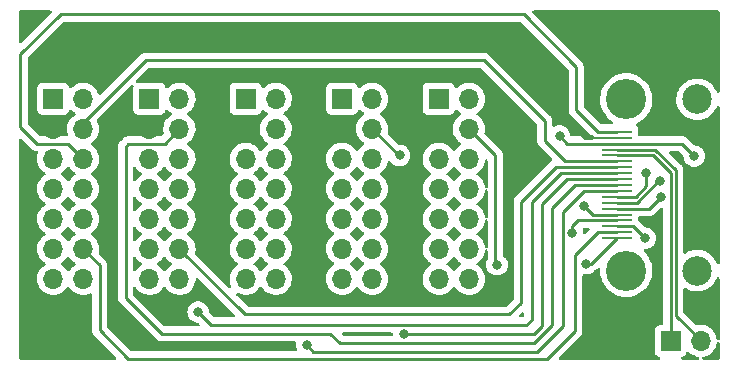
<source format=gbl>
G04 #@! TF.GenerationSoftware,KiCad,Pcbnew,(6.0.0)*
G04 #@! TF.CreationDate,2022-01-24T22:50:09+01:00*
G04 #@! TF.ProjectId,PUTM_EV_Front_Box_2022,5055544d-5f45-4565-9f46-726f6e745f42,rev?*
G04 #@! TF.SameCoordinates,Original*
G04 #@! TF.FileFunction,Copper,L2,Bot*
G04 #@! TF.FilePolarity,Positive*
%FSLAX46Y46*%
G04 Gerber Fmt 4.6, Leading zero omitted, Abs format (unit mm)*
G04 Created by KiCad (PCBNEW (6.0.0)) date 2022-01-24 22:50:09*
%MOMM*%
%LPD*%
G01*
G04 APERTURE LIST*
G04 #@! TA.AperFunction,ComponentPad*
%ADD10R,1.700000X1.700000*%
G04 #@! TD*
G04 #@! TA.AperFunction,ComponentPad*
%ADD11O,1.700000X1.700000*%
G04 #@! TD*
G04 #@! TA.AperFunction,SMDPad,CuDef*
%ADD12R,2.600000X0.280000*%
G04 #@! TD*
G04 #@! TA.AperFunction,ComponentPad*
%ADD13C,3.400000*%
G04 #@! TD*
G04 #@! TA.AperFunction,ComponentPad*
%ADD14C,2.500000*%
G04 #@! TD*
G04 #@! TA.AperFunction,ViaPad*
%ADD15C,0.800000*%
G04 #@! TD*
G04 #@! TA.AperFunction,Conductor*
%ADD16C,0.250000*%
G04 #@! TD*
G04 #@! TA.AperFunction,Conductor*
%ADD17C,0.400000*%
G04 #@! TD*
G04 #@! TA.AperFunction,Conductor*
%ADD18C,0.200000*%
G04 #@! TD*
G04 APERTURE END LIST*
D10*
X84725000Y-145000000D03*
D11*
X87265000Y-145000000D03*
X84725000Y-147540000D03*
X87265000Y-147540000D03*
X84725000Y-150080000D03*
X87265000Y-150080000D03*
X84725000Y-152620000D03*
X87265000Y-152620000D03*
X84725000Y-155160000D03*
X87265000Y-155160000D03*
X84725000Y-157700000D03*
X87265000Y-157700000D03*
X84725000Y-160240000D03*
X87265000Y-160240000D03*
D10*
X104350000Y-165500000D03*
D11*
X106890000Y-165500000D03*
D10*
X68375000Y-145000000D03*
D11*
X70915000Y-145000000D03*
X68375000Y-147540000D03*
X70915000Y-147540000D03*
X68375000Y-150080000D03*
X70915000Y-150080000D03*
X68375000Y-152620000D03*
X70915000Y-152620000D03*
X68375000Y-155160000D03*
X70915000Y-155160000D03*
X68375000Y-157700000D03*
X70915000Y-157700000D03*
X68375000Y-160240000D03*
X70915000Y-160240000D03*
D10*
X52075000Y-145000000D03*
D11*
X54615000Y-145000000D03*
X52075000Y-147540000D03*
X54615000Y-147540000D03*
X52075000Y-150080000D03*
X54615000Y-150080000D03*
X52075000Y-152620000D03*
X54615000Y-152620000D03*
X52075000Y-155160000D03*
X54615000Y-155160000D03*
X52075000Y-157700000D03*
X54615000Y-157700000D03*
X52075000Y-160240000D03*
X54615000Y-160240000D03*
D10*
X76525000Y-145000000D03*
D11*
X79065000Y-145000000D03*
X76525000Y-147540000D03*
X79065000Y-147540000D03*
X76525000Y-150080000D03*
X79065000Y-150080000D03*
X76525000Y-152620000D03*
X79065000Y-152620000D03*
X76525000Y-155160000D03*
X79065000Y-155160000D03*
X76525000Y-157700000D03*
X79065000Y-157700000D03*
X76525000Y-160240000D03*
X79065000Y-160240000D03*
D10*
X60225000Y-145000000D03*
D11*
X62765000Y-145000000D03*
X60225000Y-147540000D03*
X62765000Y-147540000D03*
X60225000Y-150080000D03*
X62765000Y-150080000D03*
X60225000Y-152620000D03*
X62765000Y-152620000D03*
X60225000Y-155160000D03*
X62765000Y-155160000D03*
X60225000Y-157700000D03*
X62765000Y-157700000D03*
X60225000Y-160240000D03*
X62765000Y-160240000D03*
D12*
X99800000Y-156800000D03*
X99800000Y-156300000D03*
X99800000Y-155800000D03*
X99800000Y-155300000D03*
X99800000Y-154800000D03*
X99800000Y-154300000D03*
X99800000Y-153800000D03*
X99800000Y-153300000D03*
X99800000Y-152800000D03*
X99800000Y-152300000D03*
X99800000Y-151800000D03*
X99800000Y-151300000D03*
X99800000Y-150800000D03*
X99800000Y-150300000D03*
X99800000Y-149800000D03*
X99800000Y-149300000D03*
X99800000Y-148800000D03*
X99800000Y-148300000D03*
X99800000Y-147800000D03*
D13*
X100600000Y-145050000D03*
X100600000Y-159550000D03*
D14*
X106600000Y-145050000D03*
X106600000Y-159550000D03*
D15*
X94950000Y-148150000D03*
X106350000Y-149850000D03*
X92200000Y-147550000D03*
X94800000Y-145950000D03*
X64350000Y-163050000D03*
X102300000Y-151250000D03*
X103500000Y-153300000D03*
X96040919Y-156400000D03*
X81750000Y-164900000D03*
X73550000Y-165850000D03*
X103450011Y-152000000D03*
X81400000Y-149800000D03*
X97050000Y-154100000D03*
X102200000Y-156800000D03*
X97200000Y-158950000D03*
X89650000Y-159050000D03*
D16*
X94950000Y-148150000D02*
X95600000Y-148800000D01*
X99800000Y-148800000D02*
X105300000Y-148800000D01*
X95600000Y-148800000D02*
X99800000Y-148800000D01*
X105300000Y-148800000D02*
X106350000Y-149850000D01*
D17*
X97325480Y-148275480D02*
X97600000Y-148275480D01*
X94800000Y-146000000D02*
X97075480Y-148275480D01*
D18*
X99800000Y-148300000D02*
X97350000Y-148300000D01*
X97350000Y-148300000D02*
X97325480Y-148275480D01*
D17*
X97075480Y-148275480D02*
X97325480Y-148275480D01*
D16*
X52075000Y-147540000D02*
X52075000Y-148150000D01*
X94800000Y-145950000D02*
X94800000Y-146000000D01*
X106890000Y-165440000D02*
X106890000Y-165500000D01*
X99800000Y-149300000D02*
X103035718Y-149300000D01*
X103035718Y-149300000D02*
X104800000Y-151064282D01*
X104800000Y-151064282D02*
X104800000Y-163350000D01*
X104800000Y-163350000D02*
X106890000Y-165440000D01*
X88550000Y-141750000D02*
X59900000Y-141750000D01*
X59900000Y-141750000D02*
X54615000Y-147035000D01*
X93700000Y-148550000D02*
X93700000Y-146900000D01*
X99800000Y-150300000D02*
X95450000Y-150300000D01*
X93700000Y-146900000D02*
X88550000Y-141750000D01*
X95450000Y-150300000D02*
X93700000Y-148550000D01*
X54615000Y-147035000D02*
X54615000Y-147540000D01*
X64350000Y-163050000D02*
X65450000Y-164150000D01*
X92600000Y-153750000D02*
X95050000Y-151300000D01*
X92600000Y-163700000D02*
X92600000Y-153750000D01*
X95050000Y-151300000D02*
X99800000Y-151300000D01*
X92150000Y-164150000D02*
X92600000Y-163700000D01*
X65450000Y-164150000D02*
X92150000Y-164150000D01*
X94300000Y-164150000D02*
X92750000Y-165700000D01*
X92750000Y-165700000D02*
X76350000Y-165700000D01*
X58200000Y-161850000D02*
X58200000Y-149050000D01*
X99800000Y-152300000D02*
X96250000Y-152300000D01*
X61505000Y-148800000D02*
X62765000Y-147540000D01*
X75550000Y-164900000D02*
X61250000Y-164900000D01*
X94300000Y-154250000D02*
X94300000Y-164150000D01*
X61250000Y-164900000D02*
X58200000Y-161850000D01*
X58450000Y-148800000D02*
X61505000Y-148800000D01*
X96250000Y-152300000D02*
X94300000Y-154250000D01*
X76350000Y-165700000D02*
X75550000Y-164900000D01*
X58200000Y-149050000D02*
X58450000Y-148800000D01*
X102300000Y-152389022D02*
X101389022Y-153300000D01*
X102300000Y-151250000D02*
X102300000Y-152389022D01*
X101389022Y-153300000D02*
X99800000Y-153300000D01*
X103500000Y-153300000D02*
X102500000Y-154300000D01*
X102500000Y-154300000D02*
X99800000Y-154300000D01*
X96040919Y-156400000D02*
X96040919Y-155759081D01*
X96040919Y-155759081D02*
X96500000Y-155300000D01*
X96500000Y-155300000D02*
X99800000Y-155300000D01*
X96250000Y-158260978D02*
X96250000Y-164650000D01*
X56000000Y-159085000D02*
X54615000Y-157700000D01*
X98210978Y-156300000D02*
X96250000Y-158260978D01*
X93900000Y-167000000D02*
X58400000Y-167000000D01*
X58400000Y-167000000D02*
X56000000Y-164600000D01*
X99800000Y-156300000D02*
X98210978Y-156300000D01*
X96250000Y-164650000D02*
X93900000Y-167000000D01*
X56000000Y-164600000D02*
X56000000Y-159085000D01*
X91900000Y-137850000D02*
X52700000Y-137850000D01*
X53335000Y-148800000D02*
X54615000Y-150080000D01*
X96350000Y-145939022D02*
X96350000Y-142300000D01*
X52700000Y-137850000D02*
X49300000Y-141250000D01*
X99800000Y-147800000D02*
X98210978Y-147800000D01*
X49300000Y-147400000D02*
X50700000Y-148800000D01*
X96350000Y-142300000D02*
X91900000Y-137850000D01*
X49300000Y-141250000D02*
X49300000Y-147400000D01*
X98210978Y-147800000D02*
X96350000Y-145939022D01*
X50700000Y-148800000D02*
X53335000Y-148800000D01*
X104350000Y-151250000D02*
X102900000Y-149800000D01*
X104350000Y-165500000D02*
X104350000Y-151250000D01*
X102900000Y-149800000D02*
X99800000Y-149800000D01*
X94614282Y-150800000D02*
X91700000Y-153714282D01*
X91700000Y-153714282D02*
X91700000Y-162250000D01*
X90699040Y-163250960D02*
X68315960Y-163250960D01*
X99800000Y-150800000D02*
X94614282Y-150800000D01*
X91700000Y-162250000D02*
X90699040Y-163250960D01*
X68315960Y-163250960D02*
X62765000Y-157700000D01*
X92750000Y-164900000D02*
X93450000Y-164200000D01*
X81750000Y-164900000D02*
X92750000Y-164900000D01*
X93450000Y-153900000D02*
X95550000Y-151800000D01*
X93450000Y-164200000D02*
X93450000Y-153900000D01*
X95550000Y-151800000D02*
X99800000Y-151800000D01*
X93050000Y-166400000D02*
X95250000Y-164200000D01*
X73550000Y-165850000D02*
X74100000Y-166400000D01*
X95250000Y-164200000D02*
X95250000Y-154585718D01*
X74100000Y-166400000D02*
X93050000Y-166400000D01*
X97035718Y-152800000D02*
X99800000Y-152800000D01*
X95250000Y-154585718D02*
X97035718Y-152800000D01*
X101524740Y-153800000D02*
X99800000Y-153800000D01*
X103324740Y-152000000D02*
X101524740Y-153800000D01*
X103450011Y-152000000D02*
X103324740Y-152000000D01*
X81325000Y-149800000D02*
X79065000Y-147540000D01*
X81400000Y-149800000D02*
X81325000Y-149800000D01*
X99800000Y-154800000D02*
X97750000Y-154800000D01*
X97750000Y-154800000D02*
X97050000Y-154100000D01*
X101200000Y-155800000D02*
X99800000Y-155800000D01*
X102200000Y-156800000D02*
X101200000Y-155800000D01*
X89650000Y-159050000D02*
X89500000Y-158900000D01*
X89500000Y-149775000D02*
X87265000Y-147540000D01*
X97200000Y-158950000D02*
X97650000Y-158950000D01*
X97650000Y-158950000D02*
X99800000Y-156800000D01*
X89500000Y-158900000D02*
X89500000Y-149775000D01*
G04 #@! TA.AperFunction,Conductor*
G36*
X58815277Y-143834793D02*
G01*
X58872113Y-143877340D01*
X58896924Y-143943860D01*
X58889227Y-143997079D01*
X58873255Y-144039684D01*
X58866500Y-144101866D01*
X58866500Y-145898134D01*
X58873255Y-145960316D01*
X58924385Y-146096705D01*
X59011739Y-146213261D01*
X59128295Y-146300615D01*
X59264684Y-146351745D01*
X59326866Y-146358500D01*
X61123134Y-146358500D01*
X61185316Y-146351745D01*
X61321705Y-146300615D01*
X61438261Y-146213261D01*
X61525615Y-146096705D01*
X61550250Y-146030992D01*
X61569598Y-145979382D01*
X61612240Y-145922618D01*
X61678802Y-145897918D01*
X61748150Y-145913126D01*
X61782817Y-145941114D01*
X61811250Y-145973938D01*
X61983126Y-146116632D01*
X62030736Y-146144453D01*
X62056445Y-146159476D01*
X62105169Y-146211114D01*
X62118240Y-146280897D01*
X62091509Y-146346669D01*
X62051055Y-146380027D01*
X62038607Y-146386507D01*
X62034474Y-146389610D01*
X62034471Y-146389612D01*
X61864100Y-146517530D01*
X61859965Y-146520635D01*
X61705629Y-146682138D01*
X61702715Y-146686410D01*
X61702714Y-146686411D01*
X61656461Y-146754216D01*
X61579743Y-146866680D01*
X61485688Y-147069305D01*
X61425989Y-147284570D01*
X61402251Y-147506695D01*
X61402548Y-147511848D01*
X61402548Y-147511851D01*
X61408512Y-147615283D01*
X61415110Y-147729715D01*
X61416247Y-147734761D01*
X61416248Y-147734767D01*
X61448453Y-147877668D01*
X61443917Y-147948520D01*
X61414631Y-147994464D01*
X61279500Y-148129595D01*
X61217188Y-148163621D01*
X61190405Y-148166500D01*
X58528763Y-148166500D01*
X58517579Y-148165973D01*
X58510091Y-148164299D01*
X58458324Y-148165926D01*
X58442033Y-148166438D01*
X58438075Y-148166500D01*
X58410144Y-148166500D01*
X58406229Y-148166995D01*
X58406225Y-148166995D01*
X58406167Y-148167003D01*
X58406138Y-148167006D01*
X58394296Y-148167939D01*
X58350110Y-148169327D01*
X58332744Y-148174372D01*
X58330658Y-148174978D01*
X58311306Y-148178986D01*
X58299068Y-148180532D01*
X58299066Y-148180533D01*
X58291203Y-148181526D01*
X58250086Y-148197806D01*
X58238885Y-148201641D01*
X58196406Y-148213982D01*
X58189587Y-148218015D01*
X58189582Y-148218017D01*
X58178971Y-148224293D01*
X58161221Y-148232990D01*
X58142383Y-148240448D01*
X58135967Y-148245109D01*
X58135966Y-148245110D01*
X58106625Y-148266428D01*
X58096701Y-148272947D01*
X58065460Y-148291422D01*
X58065455Y-148291426D01*
X58058637Y-148295458D01*
X58044313Y-148309782D01*
X58029281Y-148322621D01*
X58012893Y-148334528D01*
X57989028Y-148363376D01*
X57984712Y-148368593D01*
X57976722Y-148377373D01*
X57807747Y-148546348D01*
X57799461Y-148553888D01*
X57792982Y-148558000D01*
X57787557Y-148563777D01*
X57746357Y-148607651D01*
X57743602Y-148610493D01*
X57723865Y-148630230D01*
X57721385Y-148633427D01*
X57713682Y-148642447D01*
X57683414Y-148674679D01*
X57679595Y-148681625D01*
X57679593Y-148681628D01*
X57673652Y-148692434D01*
X57662801Y-148708953D01*
X57650386Y-148724959D01*
X57647241Y-148732228D01*
X57647238Y-148732232D01*
X57632826Y-148765537D01*
X57627609Y-148776187D01*
X57606305Y-148814940D01*
X57604334Y-148822615D01*
X57604334Y-148822616D01*
X57601267Y-148834562D01*
X57594863Y-148853266D01*
X57586819Y-148871855D01*
X57585580Y-148879678D01*
X57585577Y-148879688D01*
X57579901Y-148915524D01*
X57577495Y-148927144D01*
X57573655Y-148942101D01*
X57566500Y-148969970D01*
X57566500Y-148990224D01*
X57564949Y-149009934D01*
X57561780Y-149029943D01*
X57562526Y-149037835D01*
X57565941Y-149073961D01*
X57566500Y-149085819D01*
X57566500Y-161771233D01*
X57565973Y-161782416D01*
X57564298Y-161789909D01*
X57564547Y-161797835D01*
X57564547Y-161797836D01*
X57566438Y-161857986D01*
X57566500Y-161861945D01*
X57566500Y-161889856D01*
X57566997Y-161893790D01*
X57566997Y-161893791D01*
X57567005Y-161893856D01*
X57567938Y-161905693D01*
X57569327Y-161949889D01*
X57574978Y-161969339D01*
X57578987Y-161988700D01*
X57581526Y-162008797D01*
X57584445Y-162016168D01*
X57584445Y-162016170D01*
X57597804Y-162049912D01*
X57601649Y-162061142D01*
X57613982Y-162103593D01*
X57618015Y-162110412D01*
X57618017Y-162110417D01*
X57624293Y-162121028D01*
X57632988Y-162138776D01*
X57640448Y-162157617D01*
X57645110Y-162164033D01*
X57645110Y-162164034D01*
X57666436Y-162193387D01*
X57672952Y-162203307D01*
X57695458Y-162241362D01*
X57709779Y-162255683D01*
X57722619Y-162270716D01*
X57734528Y-162287107D01*
X57740634Y-162292158D01*
X57768605Y-162315298D01*
X57777384Y-162323288D01*
X60746343Y-165292247D01*
X60753887Y-165300537D01*
X60758000Y-165307018D01*
X60763777Y-165312443D01*
X60807667Y-165353658D01*
X60810509Y-165356413D01*
X60830230Y-165376134D01*
X60833425Y-165378612D01*
X60842447Y-165386318D01*
X60874679Y-165416586D01*
X60881628Y-165420406D01*
X60892432Y-165426346D01*
X60908956Y-165437199D01*
X60924959Y-165449613D01*
X60965543Y-165467176D01*
X60976173Y-165472383D01*
X61014940Y-165493695D01*
X61022617Y-165495666D01*
X61022622Y-165495668D01*
X61034558Y-165498732D01*
X61053266Y-165505137D01*
X61071855Y-165513181D01*
X61079680Y-165514420D01*
X61079682Y-165514421D01*
X61115519Y-165520097D01*
X61127140Y-165522504D01*
X61162289Y-165531528D01*
X61169970Y-165533500D01*
X61190231Y-165533500D01*
X61209940Y-165535051D01*
X61229943Y-165538219D01*
X61237835Y-165537473D01*
X61243062Y-165536979D01*
X61273954Y-165534059D01*
X61285811Y-165533500D01*
X72529824Y-165533500D01*
X72597945Y-165553502D01*
X72644438Y-165607158D01*
X72655134Y-165672670D01*
X72636496Y-165850000D01*
X72656458Y-166039928D01*
X72658498Y-166046206D01*
X72708977Y-166201564D01*
X72711005Y-166272531D01*
X72674342Y-166333329D01*
X72610630Y-166364655D01*
X72589144Y-166366500D01*
X58714594Y-166366500D01*
X58646473Y-166346498D01*
X58625499Y-166329595D01*
X56670405Y-164374500D01*
X56636379Y-164312188D01*
X56633500Y-164285405D01*
X56633500Y-159163768D01*
X56634027Y-159152585D01*
X56635702Y-159145092D01*
X56633562Y-159077001D01*
X56633500Y-159073044D01*
X56633500Y-159045144D01*
X56632996Y-159041153D01*
X56632063Y-159029311D01*
X56631653Y-159016245D01*
X56630674Y-158985111D01*
X56628462Y-158977497D01*
X56628461Y-158977492D01*
X56625023Y-158965659D01*
X56621012Y-158946295D01*
X56619467Y-158934064D01*
X56618474Y-158926203D01*
X56615557Y-158918836D01*
X56615556Y-158918831D01*
X56602198Y-158885092D01*
X56598354Y-158873865D01*
X56588230Y-158839022D01*
X56586018Y-158831407D01*
X56581697Y-158824100D01*
X56575707Y-158813972D01*
X56567012Y-158796224D01*
X56559552Y-158777383D01*
X56533564Y-158741613D01*
X56527048Y-158731693D01*
X56508580Y-158700465D01*
X56508578Y-158700462D01*
X56504542Y-158693638D01*
X56490221Y-158679317D01*
X56477380Y-158664283D01*
X56470131Y-158654306D01*
X56465472Y-158647893D01*
X56459368Y-158642843D01*
X56459363Y-158642838D01*
X56431402Y-158619707D01*
X56422621Y-158611717D01*
X55966217Y-158155312D01*
X55932192Y-158093000D01*
X55934755Y-158029589D01*
X55947370Y-157988069D01*
X55976529Y-157766590D01*
X55977059Y-157744906D01*
X55978074Y-157703365D01*
X55978074Y-157703361D01*
X55978156Y-157700000D01*
X55959852Y-157477361D01*
X55905431Y-157260702D01*
X55816354Y-157055840D01*
X55695014Y-156868277D01*
X55544670Y-156703051D01*
X55540619Y-156699852D01*
X55540615Y-156699848D01*
X55373414Y-156567800D01*
X55373410Y-156567798D01*
X55369359Y-156564598D01*
X55328053Y-156541796D01*
X55278084Y-156491364D01*
X55263312Y-156421921D01*
X55288428Y-156355516D01*
X55315780Y-156328909D01*
X55359603Y-156297650D01*
X55494860Y-156201173D01*
X55653096Y-156043489D01*
X55664608Y-156027469D01*
X55780435Y-155866277D01*
X55783453Y-155862077D01*
X55804320Y-155819857D01*
X55880136Y-155666453D01*
X55880137Y-155666451D01*
X55882430Y-155661811D01*
X55947370Y-155448069D01*
X55976529Y-155226590D01*
X55978156Y-155160000D01*
X55959852Y-154937361D01*
X55905431Y-154720702D01*
X55816354Y-154515840D01*
X55695014Y-154328277D01*
X55544670Y-154163051D01*
X55540619Y-154159852D01*
X55540615Y-154159848D01*
X55373414Y-154027800D01*
X55373410Y-154027798D01*
X55369359Y-154024598D01*
X55328053Y-154001796D01*
X55278084Y-153951364D01*
X55263312Y-153881921D01*
X55288428Y-153815516D01*
X55315780Y-153788909D01*
X55378520Y-153744157D01*
X55494860Y-153661173D01*
X55501551Y-153654506D01*
X55638988Y-153517548D01*
X55653096Y-153503489D01*
X55712594Y-153420689D01*
X55780435Y-153326277D01*
X55783453Y-153322077D01*
X55791038Y-153306731D01*
X55880136Y-153126453D01*
X55880137Y-153126451D01*
X55882430Y-153121811D01*
X55947370Y-152908069D01*
X55976529Y-152686590D01*
X55978156Y-152620000D01*
X55959852Y-152397361D01*
X55905431Y-152180702D01*
X55816354Y-151975840D01*
X55695014Y-151788277D01*
X55544670Y-151623051D01*
X55540619Y-151619852D01*
X55540615Y-151619848D01*
X55373414Y-151487800D01*
X55373410Y-151487798D01*
X55369359Y-151484598D01*
X55328053Y-151461796D01*
X55278084Y-151411364D01*
X55263312Y-151341921D01*
X55288428Y-151275516D01*
X55315780Y-151248909D01*
X55359603Y-151217650D01*
X55494860Y-151121173D01*
X55653096Y-150963489D01*
X55657921Y-150956775D01*
X55780435Y-150786277D01*
X55783453Y-150782077D01*
X55792368Y-150764040D01*
X55880136Y-150586453D01*
X55880137Y-150586451D01*
X55882430Y-150581811D01*
X55919779Y-150458882D01*
X55945865Y-150373023D01*
X55945865Y-150373021D01*
X55947370Y-150368069D01*
X55976529Y-150146590D01*
X55978156Y-150080000D01*
X55959852Y-149857361D01*
X55905431Y-149640702D01*
X55816354Y-149435840D01*
X55748608Y-149331121D01*
X55697822Y-149252617D01*
X55697820Y-149252614D01*
X55695014Y-149248277D01*
X55544670Y-149083051D01*
X55540619Y-149079852D01*
X55540615Y-149079848D01*
X55373414Y-148947800D01*
X55373410Y-148947798D01*
X55369359Y-148944598D01*
X55328053Y-148921796D01*
X55278084Y-148871364D01*
X55263312Y-148801921D01*
X55288428Y-148735516D01*
X55315780Y-148708909D01*
X55371255Y-148669339D01*
X55494860Y-148581173D01*
X55514156Y-148561945D01*
X55649435Y-148427137D01*
X55653096Y-148423489D01*
X55675018Y-148392982D01*
X55780435Y-148246277D01*
X55783453Y-148242077D01*
X55792243Y-148224293D01*
X55880136Y-148046453D01*
X55880137Y-148046451D01*
X55882430Y-148041811D01*
X55947370Y-147828069D01*
X55976529Y-147606590D01*
X55976611Y-147603240D01*
X55978074Y-147543365D01*
X55978074Y-147543361D01*
X55978156Y-147540000D01*
X55959852Y-147317361D01*
X55905431Y-147100702D01*
X55816354Y-146895840D01*
X55806356Y-146880386D01*
X55786149Y-146812328D01*
X55805944Y-146744147D01*
X55823053Y-146722851D01*
X58682150Y-143863754D01*
X58744462Y-143829728D01*
X58815277Y-143834793D01*
G37*
G04 #@! TD.AperFunction*
G04 #@! TA.AperFunction,Conductor*
G36*
X88303527Y-142403502D02*
G01*
X88324501Y-142420405D01*
X93029595Y-147125500D01*
X93063621Y-147187812D01*
X93066500Y-147214595D01*
X93066500Y-148471233D01*
X93065973Y-148482416D01*
X93064298Y-148489909D01*
X93064547Y-148497835D01*
X93064547Y-148497836D01*
X93066438Y-148557986D01*
X93066500Y-148561945D01*
X93066500Y-148589856D01*
X93066997Y-148593790D01*
X93066997Y-148593791D01*
X93067005Y-148593856D01*
X93067938Y-148605693D01*
X93069327Y-148649889D01*
X93074850Y-148668900D01*
X93074978Y-148669339D01*
X93078987Y-148688700D01*
X93081526Y-148708797D01*
X93084445Y-148716168D01*
X93084445Y-148716170D01*
X93097804Y-148749912D01*
X93101649Y-148761142D01*
X93113982Y-148803593D01*
X93118015Y-148810412D01*
X93118017Y-148810417D01*
X93124293Y-148821028D01*
X93132988Y-148838776D01*
X93140448Y-148857617D01*
X93145110Y-148864033D01*
X93145110Y-148864034D01*
X93166436Y-148893387D01*
X93172952Y-148903307D01*
X93191040Y-148933891D01*
X93195458Y-148941362D01*
X93209779Y-148955683D01*
X93222619Y-148970716D01*
X93234528Y-148987107D01*
X93262122Y-149009935D01*
X93268605Y-149015298D01*
X93277384Y-149023288D01*
X94311165Y-150057070D01*
X94345191Y-150119382D01*
X94340126Y-150190198D01*
X94296130Y-150248102D01*
X94270895Y-150266436D01*
X94260975Y-150272952D01*
X94229747Y-150291420D01*
X94229744Y-150291422D01*
X94222920Y-150295458D01*
X94208599Y-150309779D01*
X94193566Y-150322619D01*
X94177175Y-150334528D01*
X94172124Y-150340634D01*
X94148984Y-150368605D01*
X94140994Y-150377384D01*
X91307747Y-153210630D01*
X91299461Y-153218170D01*
X91292982Y-153222282D01*
X91287557Y-153228059D01*
X91246357Y-153271933D01*
X91243602Y-153274775D01*
X91223865Y-153294512D01*
X91221385Y-153297709D01*
X91213682Y-153306729D01*
X91183414Y-153338961D01*
X91179595Y-153345907D01*
X91179593Y-153345910D01*
X91173652Y-153356716D01*
X91162801Y-153373235D01*
X91150386Y-153389241D01*
X91147241Y-153396510D01*
X91147238Y-153396514D01*
X91132826Y-153429819D01*
X91127609Y-153440469D01*
X91106305Y-153479222D01*
X91104334Y-153486897D01*
X91104334Y-153486898D01*
X91101267Y-153498844D01*
X91094863Y-153517548D01*
X91086819Y-153536137D01*
X91085580Y-153543960D01*
X91085577Y-153543970D01*
X91079901Y-153579806D01*
X91077495Y-153591426D01*
X91068472Y-153626571D01*
X91066500Y-153634252D01*
X91066500Y-153654506D01*
X91064949Y-153674216D01*
X91061780Y-153694225D01*
X91062526Y-153702117D01*
X91065941Y-153738243D01*
X91066500Y-153750101D01*
X91066500Y-161935405D01*
X91046498Y-162003526D01*
X91029595Y-162024500D01*
X90473540Y-162580555D01*
X90411228Y-162614581D01*
X90384445Y-162617460D01*
X68630554Y-162617460D01*
X68562433Y-162597458D01*
X68541459Y-162580555D01*
X67620801Y-161659897D01*
X67586775Y-161597585D01*
X67591840Y-161526770D01*
X67634387Y-161469934D01*
X67700907Y-161445123D01*
X67773465Y-161462013D01*
X67786000Y-161469338D01*
X67994692Y-161549030D01*
X67999760Y-161550061D01*
X67999763Y-161550062D01*
X68059365Y-161562188D01*
X68213597Y-161593567D01*
X68218772Y-161593757D01*
X68218774Y-161593757D01*
X68431673Y-161601564D01*
X68431677Y-161601564D01*
X68436837Y-161601753D01*
X68441957Y-161601097D01*
X68441959Y-161601097D01*
X68653288Y-161574025D01*
X68653289Y-161574025D01*
X68658416Y-161573368D01*
X68695681Y-161562188D01*
X68867429Y-161510661D01*
X68867434Y-161510659D01*
X68872384Y-161509174D01*
X69072994Y-161410896D01*
X69254860Y-161281173D01*
X69281912Y-161254216D01*
X69409435Y-161127137D01*
X69413096Y-161123489D01*
X69418460Y-161116025D01*
X69543453Y-160942077D01*
X69544776Y-160943028D01*
X69591645Y-160899857D01*
X69661580Y-160887625D01*
X69727026Y-160915144D01*
X69754875Y-160946994D01*
X69814987Y-161045088D01*
X69961250Y-161213938D01*
X70133126Y-161356632D01*
X70326000Y-161469338D01*
X70534692Y-161549030D01*
X70539760Y-161550061D01*
X70539763Y-161550062D01*
X70599365Y-161562188D01*
X70753597Y-161593567D01*
X70758772Y-161593757D01*
X70758774Y-161593757D01*
X70971673Y-161601564D01*
X70971677Y-161601564D01*
X70976837Y-161601753D01*
X70981957Y-161601097D01*
X70981959Y-161601097D01*
X71193288Y-161574025D01*
X71193289Y-161574025D01*
X71198416Y-161573368D01*
X71235681Y-161562188D01*
X71407429Y-161510661D01*
X71407434Y-161510659D01*
X71412384Y-161509174D01*
X71612994Y-161410896D01*
X71794860Y-161281173D01*
X71821912Y-161254216D01*
X71949435Y-161127137D01*
X71953096Y-161123489D01*
X71958460Y-161116025D01*
X72080435Y-160946277D01*
X72083453Y-160942077D01*
X72104320Y-160899857D01*
X72180136Y-160746453D01*
X72180137Y-160746451D01*
X72182430Y-160741811D01*
X72247370Y-160528069D01*
X72276529Y-160306590D01*
X72278156Y-160240000D01*
X72275418Y-160206695D01*
X75162251Y-160206695D01*
X75162548Y-160211848D01*
X75162548Y-160211851D01*
X75173222Y-160396970D01*
X75175110Y-160429715D01*
X75176247Y-160434761D01*
X75176248Y-160434767D01*
X75196119Y-160522939D01*
X75224222Y-160647639D01*
X75308266Y-160854616D01*
X75345813Y-160915887D01*
X75422291Y-161040688D01*
X75424987Y-161045088D01*
X75571250Y-161213938D01*
X75743126Y-161356632D01*
X75936000Y-161469338D01*
X76144692Y-161549030D01*
X76149760Y-161550061D01*
X76149763Y-161550062D01*
X76209365Y-161562188D01*
X76363597Y-161593567D01*
X76368772Y-161593757D01*
X76368774Y-161593757D01*
X76581673Y-161601564D01*
X76581677Y-161601564D01*
X76586837Y-161601753D01*
X76591957Y-161601097D01*
X76591959Y-161601097D01*
X76803288Y-161574025D01*
X76803289Y-161574025D01*
X76808416Y-161573368D01*
X76845681Y-161562188D01*
X77017429Y-161510661D01*
X77017434Y-161510659D01*
X77022384Y-161509174D01*
X77222994Y-161410896D01*
X77404860Y-161281173D01*
X77431912Y-161254216D01*
X77559435Y-161127137D01*
X77563096Y-161123489D01*
X77568460Y-161116025D01*
X77693453Y-160942077D01*
X77694776Y-160943028D01*
X77741645Y-160899857D01*
X77811580Y-160887625D01*
X77877026Y-160915144D01*
X77904875Y-160946994D01*
X77964987Y-161045088D01*
X78111250Y-161213938D01*
X78283126Y-161356632D01*
X78476000Y-161469338D01*
X78684692Y-161549030D01*
X78689760Y-161550061D01*
X78689763Y-161550062D01*
X78749365Y-161562188D01*
X78903597Y-161593567D01*
X78908772Y-161593757D01*
X78908774Y-161593757D01*
X79121673Y-161601564D01*
X79121677Y-161601564D01*
X79126837Y-161601753D01*
X79131957Y-161601097D01*
X79131959Y-161601097D01*
X79343288Y-161574025D01*
X79343289Y-161574025D01*
X79348416Y-161573368D01*
X79385681Y-161562188D01*
X79557429Y-161510661D01*
X79557434Y-161510659D01*
X79562384Y-161509174D01*
X79762994Y-161410896D01*
X79944860Y-161281173D01*
X79971912Y-161254216D01*
X80099435Y-161127137D01*
X80103096Y-161123489D01*
X80108460Y-161116025D01*
X80230435Y-160946277D01*
X80233453Y-160942077D01*
X80254320Y-160899857D01*
X80330136Y-160746453D01*
X80330137Y-160746451D01*
X80332430Y-160741811D01*
X80397370Y-160528069D01*
X80426529Y-160306590D01*
X80428156Y-160240000D01*
X80425418Y-160206695D01*
X83362251Y-160206695D01*
X83362548Y-160211848D01*
X83362548Y-160211851D01*
X83373222Y-160396970D01*
X83375110Y-160429715D01*
X83376247Y-160434761D01*
X83376248Y-160434767D01*
X83396119Y-160522939D01*
X83424222Y-160647639D01*
X83508266Y-160854616D01*
X83545813Y-160915887D01*
X83622291Y-161040688D01*
X83624987Y-161045088D01*
X83771250Y-161213938D01*
X83943126Y-161356632D01*
X84136000Y-161469338D01*
X84344692Y-161549030D01*
X84349760Y-161550061D01*
X84349763Y-161550062D01*
X84409365Y-161562188D01*
X84563597Y-161593567D01*
X84568772Y-161593757D01*
X84568774Y-161593757D01*
X84781673Y-161601564D01*
X84781677Y-161601564D01*
X84786837Y-161601753D01*
X84791957Y-161601097D01*
X84791959Y-161601097D01*
X85003288Y-161574025D01*
X85003289Y-161574025D01*
X85008416Y-161573368D01*
X85045681Y-161562188D01*
X85217429Y-161510661D01*
X85217434Y-161510659D01*
X85222384Y-161509174D01*
X85422994Y-161410896D01*
X85604860Y-161281173D01*
X85631912Y-161254216D01*
X85759435Y-161127137D01*
X85763096Y-161123489D01*
X85768460Y-161116025D01*
X85893453Y-160942077D01*
X85894776Y-160943028D01*
X85941645Y-160899857D01*
X86011580Y-160887625D01*
X86077026Y-160915144D01*
X86104875Y-160946994D01*
X86164987Y-161045088D01*
X86311250Y-161213938D01*
X86483126Y-161356632D01*
X86676000Y-161469338D01*
X86884692Y-161549030D01*
X86889760Y-161550061D01*
X86889763Y-161550062D01*
X86949365Y-161562188D01*
X87103597Y-161593567D01*
X87108772Y-161593757D01*
X87108774Y-161593757D01*
X87321673Y-161601564D01*
X87321677Y-161601564D01*
X87326837Y-161601753D01*
X87331957Y-161601097D01*
X87331959Y-161601097D01*
X87543288Y-161574025D01*
X87543289Y-161574025D01*
X87548416Y-161573368D01*
X87585681Y-161562188D01*
X87757429Y-161510661D01*
X87757434Y-161510659D01*
X87762384Y-161509174D01*
X87962994Y-161410896D01*
X88144860Y-161281173D01*
X88171912Y-161254216D01*
X88299435Y-161127137D01*
X88303096Y-161123489D01*
X88308460Y-161116025D01*
X88430435Y-160946277D01*
X88433453Y-160942077D01*
X88454320Y-160899857D01*
X88530136Y-160746453D01*
X88530137Y-160746451D01*
X88532430Y-160741811D01*
X88597370Y-160528069D01*
X88626529Y-160306590D01*
X88628156Y-160240000D01*
X88609852Y-160017361D01*
X88555431Y-159800702D01*
X88466354Y-159595840D01*
X88399751Y-159492888D01*
X88347822Y-159412617D01*
X88347820Y-159412614D01*
X88345014Y-159408277D01*
X88194670Y-159243051D01*
X88190619Y-159239852D01*
X88190615Y-159239848D01*
X88023414Y-159107800D01*
X88023410Y-159107798D01*
X88019359Y-159104598D01*
X87978053Y-159081796D01*
X87928084Y-159031364D01*
X87913312Y-158961921D01*
X87938428Y-158895516D01*
X87965780Y-158868909D01*
X88018356Y-158831407D01*
X88144860Y-158741173D01*
X88149241Y-158736808D01*
X88299435Y-158587137D01*
X88303096Y-158583489D01*
X88362594Y-158500689D01*
X88430435Y-158406277D01*
X88433453Y-158402077D01*
X88453107Y-158362311D01*
X88530136Y-158206453D01*
X88530137Y-158206451D01*
X88532430Y-158201811D01*
X88597370Y-157988069D01*
X88615578Y-157849769D01*
X88644301Y-157784842D01*
X88703566Y-157745751D01*
X88774558Y-157744906D01*
X88834736Y-157782577D01*
X88864995Y-157846802D01*
X88866500Y-157866216D01*
X88866500Y-158556302D01*
X88849619Y-158619302D01*
X88819019Y-158672303D01*
X88815473Y-158678444D01*
X88756458Y-158860072D01*
X88755768Y-158866633D01*
X88755768Y-158866635D01*
X88741106Y-159006141D01*
X88736496Y-159050000D01*
X88756458Y-159239928D01*
X88815473Y-159421556D01*
X88818776Y-159427278D01*
X88818777Y-159427279D01*
X88836849Y-159458580D01*
X88910960Y-159586944D01*
X88915378Y-159591851D01*
X88915379Y-159591852D01*
X89034325Y-159723955D01*
X89038747Y-159728866D01*
X89193248Y-159841118D01*
X89199276Y-159843802D01*
X89199278Y-159843803D01*
X89359325Y-159915060D01*
X89367712Y-159918794D01*
X89461112Y-159938647D01*
X89548056Y-159957128D01*
X89548061Y-159957128D01*
X89554513Y-159958500D01*
X89745487Y-159958500D01*
X89751939Y-159957128D01*
X89751944Y-159957128D01*
X89838888Y-159938647D01*
X89932288Y-159918794D01*
X89940675Y-159915060D01*
X90100722Y-159843803D01*
X90100724Y-159843802D01*
X90106752Y-159841118D01*
X90261253Y-159728866D01*
X90265675Y-159723955D01*
X90384621Y-159591852D01*
X90384622Y-159591851D01*
X90389040Y-159586944D01*
X90463151Y-159458580D01*
X90481223Y-159427279D01*
X90481224Y-159427278D01*
X90484527Y-159421556D01*
X90543542Y-159239928D01*
X90563504Y-159050000D01*
X90558894Y-159006141D01*
X90544232Y-158866635D01*
X90544232Y-158866633D01*
X90543542Y-158860072D01*
X90484527Y-158678444D01*
X90480982Y-158672303D01*
X90431811Y-158587137D01*
X90389040Y-158513056D01*
X90326305Y-158443381D01*
X90265675Y-158376045D01*
X90265674Y-158376044D01*
X90261253Y-158371134D01*
X90249110Y-158362311D01*
X90185439Y-158316052D01*
X90142085Y-158259830D01*
X90133500Y-158214116D01*
X90133500Y-149853767D01*
X90134027Y-149842584D01*
X90135702Y-149835091D01*
X90133562Y-149767014D01*
X90133500Y-149763055D01*
X90133500Y-149735144D01*
X90132995Y-149731144D01*
X90132062Y-149719301D01*
X90130922Y-149683029D01*
X90130673Y-149675110D01*
X90125022Y-149655658D01*
X90121014Y-149636306D01*
X90119467Y-149624063D01*
X90118474Y-149616203D01*
X90113561Y-149603794D01*
X90102200Y-149575097D01*
X90098355Y-149563870D01*
X90094325Y-149550000D01*
X90086018Y-149521407D01*
X90081984Y-149514585D01*
X90081981Y-149514579D01*
X90075706Y-149503968D01*
X90067010Y-149486218D01*
X90062472Y-149474756D01*
X90062469Y-149474751D01*
X90059552Y-149467383D01*
X90034935Y-149433500D01*
X90033573Y-149431625D01*
X90027057Y-149421707D01*
X90008575Y-149390457D01*
X90004542Y-149383637D01*
X89990218Y-149369313D01*
X89977376Y-149354278D01*
X89976275Y-149352762D01*
X89965472Y-149337893D01*
X89931406Y-149309711D01*
X89922627Y-149301722D01*
X88616218Y-147995313D01*
X88582192Y-147933001D01*
X88584755Y-147869589D01*
X88595865Y-147833022D01*
X88595866Y-147833018D01*
X88597370Y-147828069D01*
X88626529Y-147606590D01*
X88626611Y-147603240D01*
X88628074Y-147543365D01*
X88628074Y-147543361D01*
X88628156Y-147540000D01*
X88609852Y-147317361D01*
X88555431Y-147100702D01*
X88466354Y-146895840D01*
X88379313Y-146761295D01*
X88347822Y-146712617D01*
X88347820Y-146712614D01*
X88345014Y-146708277D01*
X88194670Y-146543051D01*
X88190619Y-146539852D01*
X88190615Y-146539848D01*
X88023414Y-146407800D01*
X88023410Y-146407798D01*
X88019359Y-146404598D01*
X87978053Y-146381796D01*
X87928084Y-146331364D01*
X87913312Y-146261921D01*
X87938428Y-146195516D01*
X87965780Y-146168909D01*
X88009603Y-146137650D01*
X88144860Y-146041173D01*
X88303096Y-145883489D01*
X88433453Y-145702077D01*
X88457645Y-145653129D01*
X88530136Y-145506453D01*
X88530137Y-145506451D01*
X88532430Y-145501811D01*
X88597370Y-145288069D01*
X88626529Y-145066590D01*
X88626834Y-145054119D01*
X88628074Y-145003365D01*
X88628074Y-145003361D01*
X88628156Y-145000000D01*
X88609852Y-144777361D01*
X88555431Y-144560702D01*
X88466354Y-144355840D01*
X88367497Y-144203030D01*
X88347822Y-144172617D01*
X88347820Y-144172614D01*
X88345014Y-144168277D01*
X88194670Y-144003051D01*
X88190619Y-143999852D01*
X88190615Y-143999848D01*
X88023414Y-143867800D01*
X88023410Y-143867798D01*
X88019359Y-143864598D01*
X88008572Y-143858643D01*
X87942017Y-143821903D01*
X87823789Y-143756638D01*
X87818920Y-143754914D01*
X87818916Y-143754912D01*
X87618087Y-143683795D01*
X87618083Y-143683794D01*
X87613212Y-143682069D01*
X87608119Y-143681162D01*
X87608116Y-143681161D01*
X87398373Y-143643800D01*
X87398367Y-143643799D01*
X87393284Y-143642894D01*
X87319452Y-143641992D01*
X87175081Y-143640228D01*
X87175079Y-143640228D01*
X87169911Y-143640165D01*
X86949091Y-143673955D01*
X86736756Y-143743357D01*
X86538607Y-143846507D01*
X86534474Y-143849610D01*
X86534471Y-143849612D01*
X86364100Y-143977530D01*
X86359965Y-143980635D01*
X86283899Y-144060234D01*
X86279283Y-144065064D01*
X86217759Y-144100494D01*
X86146846Y-144097037D01*
X86089060Y-144055791D01*
X86070207Y-144022243D01*
X86028767Y-143911703D01*
X86025615Y-143903295D01*
X85938261Y-143786739D01*
X85821705Y-143699385D01*
X85685316Y-143648255D01*
X85623134Y-143641500D01*
X83826866Y-143641500D01*
X83764684Y-143648255D01*
X83628295Y-143699385D01*
X83511739Y-143786739D01*
X83424385Y-143903295D01*
X83373255Y-144039684D01*
X83366500Y-144101866D01*
X83366500Y-145898134D01*
X83373255Y-145960316D01*
X83424385Y-146096705D01*
X83511739Y-146213261D01*
X83628295Y-146300615D01*
X83764684Y-146351745D01*
X83826866Y-146358500D01*
X85623134Y-146358500D01*
X85685316Y-146351745D01*
X85821705Y-146300615D01*
X85938261Y-146213261D01*
X86025615Y-146096705D01*
X86050250Y-146030992D01*
X86069598Y-145979382D01*
X86112240Y-145922618D01*
X86178802Y-145897918D01*
X86248150Y-145913126D01*
X86282817Y-145941114D01*
X86311250Y-145973938D01*
X86483126Y-146116632D01*
X86530736Y-146144453D01*
X86556445Y-146159476D01*
X86605169Y-146211114D01*
X86618240Y-146280897D01*
X86591509Y-146346669D01*
X86551055Y-146380027D01*
X86538607Y-146386507D01*
X86534474Y-146389610D01*
X86534471Y-146389612D01*
X86364100Y-146517530D01*
X86359965Y-146520635D01*
X86205629Y-146682138D01*
X86202715Y-146686410D01*
X86202714Y-146686411D01*
X86156461Y-146754216D01*
X86079743Y-146866680D01*
X85985688Y-147069305D01*
X85925989Y-147284570D01*
X85902251Y-147506695D01*
X85902548Y-147511848D01*
X85902548Y-147511851D01*
X85908512Y-147615283D01*
X85915110Y-147729715D01*
X85916247Y-147734761D01*
X85916248Y-147734767D01*
X85927508Y-147784729D01*
X85964222Y-147947639D01*
X86011364Y-148063737D01*
X86044970Y-148146498D01*
X86048266Y-148154616D01*
X86066214Y-148183904D01*
X86151982Y-148323865D01*
X86164987Y-148345088D01*
X86311250Y-148513938D01*
X86387846Y-148577529D01*
X86465466Y-148641970D01*
X86483126Y-148656632D01*
X86504872Y-148669339D01*
X86556445Y-148699476D01*
X86605169Y-148751114D01*
X86618240Y-148820897D01*
X86591509Y-148886669D01*
X86551055Y-148920027D01*
X86538607Y-148926507D01*
X86534474Y-148929610D01*
X86534471Y-148929612D01*
X86364100Y-149057530D01*
X86359965Y-149060635D01*
X86356393Y-149064373D01*
X86249677Y-149176045D01*
X86205629Y-149222138D01*
X86098201Y-149379621D01*
X86043293Y-149424621D01*
X85972768Y-149432792D01*
X85909021Y-149401538D01*
X85888324Y-149377054D01*
X85807822Y-149252617D01*
X85807820Y-149252614D01*
X85805014Y-149248277D01*
X85654670Y-149083051D01*
X85650619Y-149079852D01*
X85650615Y-149079848D01*
X85483414Y-148947800D01*
X85483410Y-148947798D01*
X85479359Y-148944598D01*
X85455100Y-148931206D01*
X85385657Y-148892872D01*
X85283789Y-148836638D01*
X85278920Y-148834914D01*
X85278916Y-148834912D01*
X85078087Y-148763795D01*
X85078083Y-148763794D01*
X85073212Y-148762069D01*
X85068119Y-148761162D01*
X85068116Y-148761161D01*
X84858373Y-148723800D01*
X84858367Y-148723799D01*
X84853284Y-148722894D01*
X84779452Y-148721992D01*
X84635081Y-148720228D01*
X84635079Y-148720228D01*
X84629911Y-148720165D01*
X84409091Y-148753955D01*
X84196756Y-148823357D01*
X84167115Y-148838787D01*
X84008439Y-148921389D01*
X83998607Y-148926507D01*
X83994474Y-148929610D01*
X83994471Y-148929612D01*
X83824100Y-149057530D01*
X83819965Y-149060635D01*
X83816393Y-149064373D01*
X83709677Y-149176045D01*
X83665629Y-149222138D01*
X83662720Y-149226403D01*
X83662714Y-149226411D01*
X83628795Y-149276135D01*
X83539743Y-149406680D01*
X83498544Y-149495436D01*
X83456928Y-149585091D01*
X83445688Y-149609305D01*
X83385989Y-149824570D01*
X83362251Y-150046695D01*
X83362548Y-150051848D01*
X83362548Y-150051851D01*
X83373755Y-150246216D01*
X83375110Y-150269715D01*
X83376247Y-150274761D01*
X83376248Y-150274767D01*
X83391367Y-150341852D01*
X83424222Y-150487639D01*
X83467900Y-150595205D01*
X83502228Y-150679745D01*
X83508266Y-150694616D01*
X83546290Y-150756665D01*
X83622291Y-150880688D01*
X83624987Y-150885088D01*
X83771250Y-151053938D01*
X83943126Y-151196632D01*
X84013595Y-151237811D01*
X84016445Y-151239476D01*
X84065169Y-151291114D01*
X84078240Y-151360897D01*
X84051509Y-151426669D01*
X84011055Y-151460027D01*
X83998607Y-151466507D01*
X83994474Y-151469610D01*
X83994471Y-151469612D01*
X83970247Y-151487800D01*
X83819965Y-151600635D01*
X83665629Y-151762138D01*
X83539743Y-151946680D01*
X83524003Y-151980590D01*
X83463067Y-152111866D01*
X83445688Y-152149305D01*
X83385989Y-152364570D01*
X83362251Y-152586695D01*
X83362548Y-152591848D01*
X83362548Y-152591851D01*
X83369063Y-152704842D01*
X83375110Y-152809715D01*
X83376247Y-152814761D01*
X83376248Y-152814767D01*
X83396119Y-152902939D01*
X83424222Y-153027639D01*
X83508266Y-153234616D01*
X83546886Y-153297638D01*
X83622291Y-153420688D01*
X83624987Y-153425088D01*
X83771250Y-153593938D01*
X83943126Y-153736632D01*
X83956004Y-153744157D01*
X84016445Y-153779476D01*
X84065169Y-153831114D01*
X84078240Y-153900897D01*
X84051509Y-153966669D01*
X84011055Y-154000027D01*
X83998607Y-154006507D01*
X83994474Y-154009610D01*
X83994471Y-154009612D01*
X83824100Y-154137530D01*
X83819965Y-154140635D01*
X83665629Y-154302138D01*
X83539743Y-154486680D01*
X83445688Y-154689305D01*
X83385989Y-154904570D01*
X83362251Y-155126695D01*
X83362548Y-155131848D01*
X83362548Y-155131851D01*
X83373755Y-155326216D01*
X83375110Y-155349715D01*
X83376247Y-155354761D01*
X83376248Y-155354767D01*
X83386209Y-155398964D01*
X83424222Y-155567639D01*
X83508266Y-155774616D01*
X83548923Y-155840963D01*
X83622291Y-155960688D01*
X83624987Y-155965088D01*
X83771250Y-156133938D01*
X83943126Y-156276632D01*
X84013595Y-156317811D01*
X84016445Y-156319476D01*
X84065169Y-156371114D01*
X84078240Y-156440897D01*
X84051509Y-156506669D01*
X84011055Y-156540027D01*
X83998607Y-156546507D01*
X83994474Y-156549610D01*
X83994471Y-156549612D01*
X83913946Y-156610072D01*
X83819965Y-156680635D01*
X83665629Y-156842138D01*
X83539743Y-157026680D01*
X83524003Y-157060590D01*
X83469838Y-157177279D01*
X83445688Y-157229305D01*
X83385989Y-157444570D01*
X83362251Y-157666695D01*
X83362548Y-157671848D01*
X83362548Y-157671851D01*
X83369063Y-157784842D01*
X83375110Y-157889715D01*
X83376247Y-157894761D01*
X83376248Y-157894767D01*
X83381268Y-157917040D01*
X83424222Y-158107639D01*
X83508266Y-158314616D01*
X83545910Y-158376045D01*
X83622291Y-158500688D01*
X83624987Y-158505088D01*
X83771250Y-158673938D01*
X83847846Y-158737529D01*
X83929642Y-158805437D01*
X83943126Y-158816632D01*
X83981442Y-158839022D01*
X84016445Y-158859476D01*
X84065169Y-158911114D01*
X84078240Y-158980897D01*
X84051509Y-159046669D01*
X84011055Y-159080027D01*
X83998607Y-159086507D01*
X83994474Y-159089610D01*
X83994471Y-159089612D01*
X83824100Y-159217530D01*
X83819965Y-159220635D01*
X83665629Y-159382138D01*
X83662720Y-159386403D01*
X83662714Y-159386411D01*
X83644838Y-159412617D01*
X83539743Y-159566680D01*
X83524003Y-159600590D01*
X83457526Y-159743803D01*
X83445688Y-159769305D01*
X83385989Y-159984570D01*
X83362251Y-160206695D01*
X80425418Y-160206695D01*
X80409852Y-160017361D01*
X80355431Y-159800702D01*
X80266354Y-159595840D01*
X80199751Y-159492888D01*
X80147822Y-159412617D01*
X80147820Y-159412614D01*
X80145014Y-159408277D01*
X79994670Y-159243051D01*
X79990619Y-159239852D01*
X79990615Y-159239848D01*
X79823414Y-159107800D01*
X79823410Y-159107798D01*
X79819359Y-159104598D01*
X79778053Y-159081796D01*
X79728084Y-159031364D01*
X79713312Y-158961921D01*
X79738428Y-158895516D01*
X79765780Y-158868909D01*
X79818356Y-158831407D01*
X79944860Y-158741173D01*
X79949241Y-158736808D01*
X80099435Y-158587137D01*
X80103096Y-158583489D01*
X80162594Y-158500689D01*
X80230435Y-158406277D01*
X80233453Y-158402077D01*
X80253107Y-158362311D01*
X80330136Y-158206453D01*
X80330137Y-158206451D01*
X80332430Y-158201811D01*
X80397370Y-157988069D01*
X80426529Y-157766590D01*
X80427059Y-157744906D01*
X80428074Y-157703365D01*
X80428074Y-157703361D01*
X80428156Y-157700000D01*
X80409852Y-157477361D01*
X80355431Y-157260702D01*
X80266354Y-157055840D01*
X80145014Y-156868277D01*
X79994670Y-156703051D01*
X79990619Y-156699852D01*
X79990615Y-156699848D01*
X79823414Y-156567800D01*
X79823410Y-156567798D01*
X79819359Y-156564598D01*
X79778053Y-156541796D01*
X79728084Y-156491364D01*
X79713312Y-156421921D01*
X79738428Y-156355516D01*
X79765780Y-156328909D01*
X79809603Y-156297650D01*
X79944860Y-156201173D01*
X80103096Y-156043489D01*
X80114608Y-156027469D01*
X80230435Y-155866277D01*
X80233453Y-155862077D01*
X80254320Y-155819857D01*
X80330136Y-155666453D01*
X80330137Y-155666451D01*
X80332430Y-155661811D01*
X80397370Y-155448069D01*
X80426529Y-155226590D01*
X80428156Y-155160000D01*
X80409852Y-154937361D01*
X80355431Y-154720702D01*
X80266354Y-154515840D01*
X80145014Y-154328277D01*
X79994670Y-154163051D01*
X79990619Y-154159852D01*
X79990615Y-154159848D01*
X79823414Y-154027800D01*
X79823410Y-154027798D01*
X79819359Y-154024598D01*
X79778053Y-154001796D01*
X79728084Y-153951364D01*
X79713312Y-153881921D01*
X79738428Y-153815516D01*
X79765780Y-153788909D01*
X79828520Y-153744157D01*
X79944860Y-153661173D01*
X79951551Y-153654506D01*
X80088988Y-153517548D01*
X80103096Y-153503489D01*
X80162594Y-153420689D01*
X80230435Y-153326277D01*
X80233453Y-153322077D01*
X80241038Y-153306731D01*
X80330136Y-153126453D01*
X80330137Y-153126451D01*
X80332430Y-153121811D01*
X80397370Y-152908069D01*
X80426529Y-152686590D01*
X80428156Y-152620000D01*
X80409852Y-152397361D01*
X80355431Y-152180702D01*
X80266354Y-151975840D01*
X80145014Y-151788277D01*
X79994670Y-151623051D01*
X79990619Y-151619852D01*
X79990615Y-151619848D01*
X79823414Y-151487800D01*
X79823410Y-151487798D01*
X79819359Y-151484598D01*
X79778053Y-151461796D01*
X79728084Y-151411364D01*
X79713312Y-151341921D01*
X79738428Y-151275516D01*
X79765780Y-151248909D01*
X79809603Y-151217650D01*
X79944860Y-151121173D01*
X80103096Y-150963489D01*
X80107921Y-150956775D01*
X80230435Y-150786277D01*
X80233453Y-150782077D01*
X80242368Y-150764040D01*
X80330136Y-150586453D01*
X80330137Y-150586451D01*
X80332430Y-150581811D01*
X80369779Y-150458882D01*
X80395865Y-150373023D01*
X80395865Y-150373021D01*
X80397370Y-150368069D01*
X80401203Y-150338956D01*
X80429926Y-150274029D01*
X80489191Y-150234938D01*
X80560183Y-150234093D01*
X80620361Y-150271764D01*
X80635244Y-150292403D01*
X80657658Y-150331226D01*
X80657661Y-150331231D01*
X80660960Y-150336944D01*
X80665378Y-150341851D01*
X80665379Y-150341852D01*
X80705980Y-150386944D01*
X80788747Y-150478866D01*
X80943248Y-150591118D01*
X80949276Y-150593802D01*
X80949278Y-150593803D01*
X81098537Y-150660257D01*
X81117712Y-150668794D01*
X81211113Y-150688647D01*
X81298056Y-150707128D01*
X81298061Y-150707128D01*
X81304513Y-150708500D01*
X81495487Y-150708500D01*
X81501939Y-150707128D01*
X81501944Y-150707128D01*
X81588887Y-150688647D01*
X81682288Y-150668794D01*
X81701463Y-150660257D01*
X81850722Y-150593803D01*
X81850724Y-150593802D01*
X81856752Y-150591118D01*
X82011253Y-150478866D01*
X82094020Y-150386944D01*
X82134621Y-150341852D01*
X82134622Y-150341851D01*
X82139040Y-150336944D01*
X82234527Y-150171556D01*
X82293542Y-149989928D01*
X82308781Y-149844942D01*
X82312814Y-149806565D01*
X82313504Y-149800000D01*
X82307104Y-149739108D01*
X82294232Y-149616635D01*
X82294232Y-149616633D01*
X82293542Y-149610072D01*
X82234527Y-149428444D01*
X82230638Y-149421707D01*
X82182247Y-149337893D01*
X82139040Y-149263056D01*
X82122294Y-149244457D01*
X82015675Y-149126045D01*
X82015674Y-149126044D01*
X82011253Y-149121134D01*
X81856752Y-149008882D01*
X81850724Y-149006198D01*
X81850722Y-149006197D01*
X81688319Y-148933891D01*
X81688318Y-148933891D01*
X81682288Y-148931206D01*
X81588888Y-148911353D01*
X81501944Y-148892872D01*
X81501939Y-148892872D01*
X81495487Y-148891500D01*
X81364595Y-148891500D01*
X81296474Y-148871498D01*
X81275499Y-148854595D01*
X80416217Y-147995312D01*
X80382192Y-147933000D01*
X80384755Y-147869589D01*
X80397370Y-147828069D01*
X80426529Y-147606590D01*
X80426611Y-147603240D01*
X80428074Y-147543365D01*
X80428074Y-147543361D01*
X80428156Y-147540000D01*
X80409852Y-147317361D01*
X80355431Y-147100702D01*
X80266354Y-146895840D01*
X80179313Y-146761295D01*
X80147822Y-146712617D01*
X80147820Y-146712614D01*
X80145014Y-146708277D01*
X79994670Y-146543051D01*
X79990619Y-146539852D01*
X79990615Y-146539848D01*
X79823414Y-146407800D01*
X79823410Y-146407798D01*
X79819359Y-146404598D01*
X79778053Y-146381796D01*
X79728084Y-146331364D01*
X79713312Y-146261921D01*
X79738428Y-146195516D01*
X79765780Y-146168909D01*
X79809603Y-146137650D01*
X79944860Y-146041173D01*
X80103096Y-145883489D01*
X80233453Y-145702077D01*
X80257645Y-145653129D01*
X80330136Y-145506453D01*
X80330137Y-145506451D01*
X80332430Y-145501811D01*
X80397370Y-145288069D01*
X80426529Y-145066590D01*
X80426834Y-145054119D01*
X80428074Y-145003365D01*
X80428074Y-145003361D01*
X80428156Y-145000000D01*
X80409852Y-144777361D01*
X80355431Y-144560702D01*
X80266354Y-144355840D01*
X80167497Y-144203030D01*
X80147822Y-144172617D01*
X80147820Y-144172614D01*
X80145014Y-144168277D01*
X79994670Y-144003051D01*
X79990619Y-143999852D01*
X79990615Y-143999848D01*
X79823414Y-143867800D01*
X79823410Y-143867798D01*
X79819359Y-143864598D01*
X79808572Y-143858643D01*
X79742017Y-143821903D01*
X79623789Y-143756638D01*
X79618920Y-143754914D01*
X79618916Y-143754912D01*
X79418087Y-143683795D01*
X79418083Y-143683794D01*
X79413212Y-143682069D01*
X79408119Y-143681162D01*
X79408116Y-143681161D01*
X79198373Y-143643800D01*
X79198367Y-143643799D01*
X79193284Y-143642894D01*
X79119452Y-143641992D01*
X78975081Y-143640228D01*
X78975079Y-143640228D01*
X78969911Y-143640165D01*
X78749091Y-143673955D01*
X78536756Y-143743357D01*
X78338607Y-143846507D01*
X78334474Y-143849610D01*
X78334471Y-143849612D01*
X78164100Y-143977530D01*
X78159965Y-143980635D01*
X78083899Y-144060234D01*
X78079283Y-144065064D01*
X78017759Y-144100494D01*
X77946846Y-144097037D01*
X77889060Y-144055791D01*
X77870207Y-144022243D01*
X77828767Y-143911703D01*
X77825615Y-143903295D01*
X77738261Y-143786739D01*
X77621705Y-143699385D01*
X77485316Y-143648255D01*
X77423134Y-143641500D01*
X75626866Y-143641500D01*
X75564684Y-143648255D01*
X75428295Y-143699385D01*
X75311739Y-143786739D01*
X75224385Y-143903295D01*
X75173255Y-144039684D01*
X75166500Y-144101866D01*
X75166500Y-145898134D01*
X75173255Y-145960316D01*
X75224385Y-146096705D01*
X75311739Y-146213261D01*
X75428295Y-146300615D01*
X75564684Y-146351745D01*
X75626866Y-146358500D01*
X77423134Y-146358500D01*
X77485316Y-146351745D01*
X77621705Y-146300615D01*
X77738261Y-146213261D01*
X77825615Y-146096705D01*
X77850250Y-146030992D01*
X77869598Y-145979382D01*
X77912240Y-145922618D01*
X77978802Y-145897918D01*
X78048150Y-145913126D01*
X78082817Y-145941114D01*
X78111250Y-145973938D01*
X78283126Y-146116632D01*
X78330736Y-146144453D01*
X78356445Y-146159476D01*
X78405169Y-146211114D01*
X78418240Y-146280897D01*
X78391509Y-146346669D01*
X78351055Y-146380027D01*
X78338607Y-146386507D01*
X78334474Y-146389610D01*
X78334471Y-146389612D01*
X78164100Y-146517530D01*
X78159965Y-146520635D01*
X78005629Y-146682138D01*
X78002715Y-146686410D01*
X78002714Y-146686411D01*
X77956461Y-146754216D01*
X77879743Y-146866680D01*
X77785688Y-147069305D01*
X77725989Y-147284570D01*
X77702251Y-147506695D01*
X77702548Y-147511848D01*
X77702548Y-147511851D01*
X77708512Y-147615283D01*
X77715110Y-147729715D01*
X77716247Y-147734761D01*
X77716248Y-147734767D01*
X77727508Y-147784729D01*
X77764222Y-147947639D01*
X77811364Y-148063737D01*
X77844970Y-148146498D01*
X77848266Y-148154616D01*
X77866214Y-148183904D01*
X77951982Y-148323865D01*
X77964987Y-148345088D01*
X78111250Y-148513938D01*
X78187846Y-148577529D01*
X78265466Y-148641970D01*
X78283126Y-148656632D01*
X78304872Y-148669339D01*
X78356445Y-148699476D01*
X78405169Y-148751114D01*
X78418240Y-148820897D01*
X78391509Y-148886669D01*
X78351055Y-148920027D01*
X78338607Y-148926507D01*
X78334474Y-148929610D01*
X78334471Y-148929612D01*
X78164100Y-149057530D01*
X78159965Y-149060635D01*
X78156393Y-149064373D01*
X78049677Y-149176045D01*
X78005629Y-149222138D01*
X77898201Y-149379621D01*
X77843293Y-149424621D01*
X77772768Y-149432792D01*
X77709021Y-149401538D01*
X77688324Y-149377054D01*
X77607822Y-149252617D01*
X77607820Y-149252614D01*
X77605014Y-149248277D01*
X77454670Y-149083051D01*
X77450619Y-149079852D01*
X77450615Y-149079848D01*
X77283414Y-148947800D01*
X77283410Y-148947798D01*
X77279359Y-148944598D01*
X77255100Y-148931206D01*
X77185657Y-148892872D01*
X77083789Y-148836638D01*
X77078920Y-148834914D01*
X77078916Y-148834912D01*
X76878087Y-148763795D01*
X76878083Y-148763794D01*
X76873212Y-148762069D01*
X76868119Y-148761162D01*
X76868116Y-148761161D01*
X76658373Y-148723800D01*
X76658367Y-148723799D01*
X76653284Y-148722894D01*
X76579452Y-148721992D01*
X76435081Y-148720228D01*
X76435079Y-148720228D01*
X76429911Y-148720165D01*
X76209091Y-148753955D01*
X75996756Y-148823357D01*
X75967115Y-148838787D01*
X75808439Y-148921389D01*
X75798607Y-148926507D01*
X75794474Y-148929610D01*
X75794471Y-148929612D01*
X75624100Y-149057530D01*
X75619965Y-149060635D01*
X75616393Y-149064373D01*
X75509677Y-149176045D01*
X75465629Y-149222138D01*
X75462720Y-149226403D01*
X75462714Y-149226411D01*
X75428795Y-149276135D01*
X75339743Y-149406680D01*
X75298544Y-149495436D01*
X75256928Y-149585091D01*
X75245688Y-149609305D01*
X75185989Y-149824570D01*
X75162251Y-150046695D01*
X75162548Y-150051848D01*
X75162548Y-150051851D01*
X75173755Y-150246216D01*
X75175110Y-150269715D01*
X75176247Y-150274761D01*
X75176248Y-150274767D01*
X75191367Y-150341852D01*
X75224222Y-150487639D01*
X75267900Y-150595205D01*
X75302228Y-150679745D01*
X75308266Y-150694616D01*
X75346290Y-150756665D01*
X75422291Y-150880688D01*
X75424987Y-150885088D01*
X75571250Y-151053938D01*
X75743126Y-151196632D01*
X75813595Y-151237811D01*
X75816445Y-151239476D01*
X75865169Y-151291114D01*
X75878240Y-151360897D01*
X75851509Y-151426669D01*
X75811055Y-151460027D01*
X75798607Y-151466507D01*
X75794474Y-151469610D01*
X75794471Y-151469612D01*
X75770247Y-151487800D01*
X75619965Y-151600635D01*
X75465629Y-151762138D01*
X75339743Y-151946680D01*
X75324003Y-151980590D01*
X75263067Y-152111866D01*
X75245688Y-152149305D01*
X75185989Y-152364570D01*
X75162251Y-152586695D01*
X75162548Y-152591848D01*
X75162548Y-152591851D01*
X75169063Y-152704842D01*
X75175110Y-152809715D01*
X75176247Y-152814761D01*
X75176248Y-152814767D01*
X75196119Y-152902939D01*
X75224222Y-153027639D01*
X75308266Y-153234616D01*
X75346886Y-153297638D01*
X75422291Y-153420688D01*
X75424987Y-153425088D01*
X75571250Y-153593938D01*
X75743126Y-153736632D01*
X75756004Y-153744157D01*
X75816445Y-153779476D01*
X75865169Y-153831114D01*
X75878240Y-153900897D01*
X75851509Y-153966669D01*
X75811055Y-154000027D01*
X75798607Y-154006507D01*
X75794474Y-154009610D01*
X75794471Y-154009612D01*
X75624100Y-154137530D01*
X75619965Y-154140635D01*
X75465629Y-154302138D01*
X75339743Y-154486680D01*
X75245688Y-154689305D01*
X75185989Y-154904570D01*
X75162251Y-155126695D01*
X75162548Y-155131848D01*
X75162548Y-155131851D01*
X75173755Y-155326216D01*
X75175110Y-155349715D01*
X75176247Y-155354761D01*
X75176248Y-155354767D01*
X75186209Y-155398964D01*
X75224222Y-155567639D01*
X75308266Y-155774616D01*
X75348923Y-155840963D01*
X75422291Y-155960688D01*
X75424987Y-155965088D01*
X75571250Y-156133938D01*
X75743126Y-156276632D01*
X75813595Y-156317811D01*
X75816445Y-156319476D01*
X75865169Y-156371114D01*
X75878240Y-156440897D01*
X75851509Y-156506669D01*
X75811055Y-156540027D01*
X75798607Y-156546507D01*
X75794474Y-156549610D01*
X75794471Y-156549612D01*
X75713946Y-156610072D01*
X75619965Y-156680635D01*
X75465629Y-156842138D01*
X75339743Y-157026680D01*
X75324003Y-157060590D01*
X75269838Y-157177279D01*
X75245688Y-157229305D01*
X75185989Y-157444570D01*
X75162251Y-157666695D01*
X75162548Y-157671848D01*
X75162548Y-157671851D01*
X75169063Y-157784842D01*
X75175110Y-157889715D01*
X75176247Y-157894761D01*
X75176248Y-157894767D01*
X75181268Y-157917040D01*
X75224222Y-158107639D01*
X75308266Y-158314616D01*
X75345910Y-158376045D01*
X75422291Y-158500688D01*
X75424987Y-158505088D01*
X75571250Y-158673938D01*
X75647846Y-158737529D01*
X75729642Y-158805437D01*
X75743126Y-158816632D01*
X75781442Y-158839022D01*
X75816445Y-158859476D01*
X75865169Y-158911114D01*
X75878240Y-158980897D01*
X75851509Y-159046669D01*
X75811055Y-159080027D01*
X75798607Y-159086507D01*
X75794474Y-159089610D01*
X75794471Y-159089612D01*
X75624100Y-159217530D01*
X75619965Y-159220635D01*
X75465629Y-159382138D01*
X75462720Y-159386403D01*
X75462714Y-159386411D01*
X75444838Y-159412617D01*
X75339743Y-159566680D01*
X75324003Y-159600590D01*
X75257526Y-159743803D01*
X75245688Y-159769305D01*
X75185989Y-159984570D01*
X75162251Y-160206695D01*
X72275418Y-160206695D01*
X72259852Y-160017361D01*
X72205431Y-159800702D01*
X72116354Y-159595840D01*
X72049751Y-159492888D01*
X71997822Y-159412617D01*
X71997820Y-159412614D01*
X71995014Y-159408277D01*
X71844670Y-159243051D01*
X71840619Y-159239852D01*
X71840615Y-159239848D01*
X71673414Y-159107800D01*
X71673410Y-159107798D01*
X71669359Y-159104598D01*
X71628053Y-159081796D01*
X71578084Y-159031364D01*
X71563312Y-158961921D01*
X71588428Y-158895516D01*
X71615780Y-158868909D01*
X71668356Y-158831407D01*
X71794860Y-158741173D01*
X71799241Y-158736808D01*
X71949435Y-158587137D01*
X71953096Y-158583489D01*
X72012594Y-158500689D01*
X72080435Y-158406277D01*
X72083453Y-158402077D01*
X72103107Y-158362311D01*
X72180136Y-158206453D01*
X72180137Y-158206451D01*
X72182430Y-158201811D01*
X72247370Y-157988069D01*
X72276529Y-157766590D01*
X72277059Y-157744906D01*
X72278074Y-157703365D01*
X72278074Y-157703361D01*
X72278156Y-157700000D01*
X72259852Y-157477361D01*
X72205431Y-157260702D01*
X72116354Y-157055840D01*
X71995014Y-156868277D01*
X71844670Y-156703051D01*
X71840619Y-156699852D01*
X71840615Y-156699848D01*
X71673414Y-156567800D01*
X71673410Y-156567798D01*
X71669359Y-156564598D01*
X71628053Y-156541796D01*
X71578084Y-156491364D01*
X71563312Y-156421921D01*
X71588428Y-156355516D01*
X71615780Y-156328909D01*
X71659603Y-156297650D01*
X71794860Y-156201173D01*
X71953096Y-156043489D01*
X71964608Y-156027469D01*
X72080435Y-155866277D01*
X72083453Y-155862077D01*
X72104320Y-155819857D01*
X72180136Y-155666453D01*
X72180137Y-155666451D01*
X72182430Y-155661811D01*
X72247370Y-155448069D01*
X72276529Y-155226590D01*
X72278156Y-155160000D01*
X72259852Y-154937361D01*
X72205431Y-154720702D01*
X72116354Y-154515840D01*
X71995014Y-154328277D01*
X71844670Y-154163051D01*
X71840619Y-154159852D01*
X71840615Y-154159848D01*
X71673414Y-154027800D01*
X71673410Y-154027798D01*
X71669359Y-154024598D01*
X71628053Y-154001796D01*
X71578084Y-153951364D01*
X71563312Y-153881921D01*
X71588428Y-153815516D01*
X71615780Y-153788909D01*
X71678520Y-153744157D01*
X71794860Y-153661173D01*
X71801551Y-153654506D01*
X71938988Y-153517548D01*
X71953096Y-153503489D01*
X72012594Y-153420689D01*
X72080435Y-153326277D01*
X72083453Y-153322077D01*
X72091038Y-153306731D01*
X72180136Y-153126453D01*
X72180137Y-153126451D01*
X72182430Y-153121811D01*
X72247370Y-152908069D01*
X72276529Y-152686590D01*
X72278156Y-152620000D01*
X72259852Y-152397361D01*
X72205431Y-152180702D01*
X72116354Y-151975840D01*
X71995014Y-151788277D01*
X71844670Y-151623051D01*
X71840619Y-151619852D01*
X71840615Y-151619848D01*
X71673414Y-151487800D01*
X71673410Y-151487798D01*
X71669359Y-151484598D01*
X71628053Y-151461796D01*
X71578084Y-151411364D01*
X71563312Y-151341921D01*
X71588428Y-151275516D01*
X71615780Y-151248909D01*
X71659603Y-151217650D01*
X71794860Y-151121173D01*
X71953096Y-150963489D01*
X71957921Y-150956775D01*
X72080435Y-150786277D01*
X72083453Y-150782077D01*
X72092368Y-150764040D01*
X72180136Y-150586453D01*
X72180137Y-150586451D01*
X72182430Y-150581811D01*
X72219779Y-150458882D01*
X72245865Y-150373023D01*
X72245865Y-150373021D01*
X72247370Y-150368069D01*
X72276529Y-150146590D01*
X72278156Y-150080000D01*
X72259852Y-149857361D01*
X72205431Y-149640702D01*
X72116354Y-149435840D01*
X72048608Y-149331121D01*
X71997822Y-149252617D01*
X71997820Y-149252614D01*
X71995014Y-149248277D01*
X71844670Y-149083051D01*
X71840619Y-149079852D01*
X71840615Y-149079848D01*
X71673414Y-148947800D01*
X71673410Y-148947798D01*
X71669359Y-148944598D01*
X71628053Y-148921796D01*
X71578084Y-148871364D01*
X71563312Y-148801921D01*
X71588428Y-148735516D01*
X71615780Y-148708909D01*
X71671255Y-148669339D01*
X71794860Y-148581173D01*
X71814156Y-148561945D01*
X71949435Y-148427137D01*
X71953096Y-148423489D01*
X71975018Y-148392982D01*
X72080435Y-148246277D01*
X72083453Y-148242077D01*
X72092243Y-148224293D01*
X72180136Y-148046453D01*
X72180137Y-148046451D01*
X72182430Y-148041811D01*
X72247370Y-147828069D01*
X72276529Y-147606590D01*
X72276611Y-147603240D01*
X72278074Y-147543365D01*
X72278074Y-147543361D01*
X72278156Y-147540000D01*
X72259852Y-147317361D01*
X72205431Y-147100702D01*
X72116354Y-146895840D01*
X72029313Y-146761295D01*
X71997822Y-146712617D01*
X71997820Y-146712614D01*
X71995014Y-146708277D01*
X71844670Y-146543051D01*
X71840619Y-146539852D01*
X71840615Y-146539848D01*
X71673414Y-146407800D01*
X71673410Y-146407798D01*
X71669359Y-146404598D01*
X71628053Y-146381796D01*
X71578084Y-146331364D01*
X71563312Y-146261921D01*
X71588428Y-146195516D01*
X71615780Y-146168909D01*
X71659603Y-146137650D01*
X71794860Y-146041173D01*
X71953096Y-145883489D01*
X72083453Y-145702077D01*
X72107645Y-145653129D01*
X72180136Y-145506453D01*
X72180137Y-145506451D01*
X72182430Y-145501811D01*
X72247370Y-145288069D01*
X72276529Y-145066590D01*
X72276834Y-145054119D01*
X72278074Y-145003365D01*
X72278074Y-145003361D01*
X72278156Y-145000000D01*
X72259852Y-144777361D01*
X72205431Y-144560702D01*
X72116354Y-144355840D01*
X72017497Y-144203030D01*
X71997822Y-144172617D01*
X71997820Y-144172614D01*
X71995014Y-144168277D01*
X71844670Y-144003051D01*
X71840619Y-143999852D01*
X71840615Y-143999848D01*
X71673414Y-143867800D01*
X71673410Y-143867798D01*
X71669359Y-143864598D01*
X71658572Y-143858643D01*
X71592017Y-143821903D01*
X71473789Y-143756638D01*
X71468920Y-143754914D01*
X71468916Y-143754912D01*
X71268087Y-143683795D01*
X71268083Y-143683794D01*
X71263212Y-143682069D01*
X71258119Y-143681162D01*
X71258116Y-143681161D01*
X71048373Y-143643800D01*
X71048367Y-143643799D01*
X71043284Y-143642894D01*
X70969452Y-143641992D01*
X70825081Y-143640228D01*
X70825079Y-143640228D01*
X70819911Y-143640165D01*
X70599091Y-143673955D01*
X70386756Y-143743357D01*
X70188607Y-143846507D01*
X70184474Y-143849610D01*
X70184471Y-143849612D01*
X70014100Y-143977530D01*
X70009965Y-143980635D01*
X69933899Y-144060234D01*
X69929283Y-144065064D01*
X69867759Y-144100494D01*
X69796846Y-144097037D01*
X69739060Y-144055791D01*
X69720207Y-144022243D01*
X69678767Y-143911703D01*
X69675615Y-143903295D01*
X69588261Y-143786739D01*
X69471705Y-143699385D01*
X69335316Y-143648255D01*
X69273134Y-143641500D01*
X67476866Y-143641500D01*
X67414684Y-143648255D01*
X67278295Y-143699385D01*
X67161739Y-143786739D01*
X67074385Y-143903295D01*
X67023255Y-144039684D01*
X67016500Y-144101866D01*
X67016500Y-145898134D01*
X67023255Y-145960316D01*
X67074385Y-146096705D01*
X67161739Y-146213261D01*
X67278295Y-146300615D01*
X67414684Y-146351745D01*
X67476866Y-146358500D01*
X69273134Y-146358500D01*
X69335316Y-146351745D01*
X69471705Y-146300615D01*
X69588261Y-146213261D01*
X69675615Y-146096705D01*
X69700250Y-146030992D01*
X69719598Y-145979382D01*
X69762240Y-145922618D01*
X69828802Y-145897918D01*
X69898150Y-145913126D01*
X69932817Y-145941114D01*
X69961250Y-145973938D01*
X70133126Y-146116632D01*
X70180736Y-146144453D01*
X70206445Y-146159476D01*
X70255169Y-146211114D01*
X70268240Y-146280897D01*
X70241509Y-146346669D01*
X70201055Y-146380027D01*
X70188607Y-146386507D01*
X70184474Y-146389610D01*
X70184471Y-146389612D01*
X70014100Y-146517530D01*
X70009965Y-146520635D01*
X69855629Y-146682138D01*
X69852715Y-146686410D01*
X69852714Y-146686411D01*
X69806461Y-146754216D01*
X69729743Y-146866680D01*
X69635688Y-147069305D01*
X69575989Y-147284570D01*
X69552251Y-147506695D01*
X69552548Y-147511848D01*
X69552548Y-147511851D01*
X69558512Y-147615283D01*
X69565110Y-147729715D01*
X69566247Y-147734761D01*
X69566248Y-147734767D01*
X69577508Y-147784729D01*
X69614222Y-147947639D01*
X69661364Y-148063737D01*
X69694970Y-148146498D01*
X69698266Y-148154616D01*
X69716214Y-148183904D01*
X69801982Y-148323865D01*
X69814987Y-148345088D01*
X69961250Y-148513938D01*
X70037846Y-148577529D01*
X70115466Y-148641970D01*
X70133126Y-148656632D01*
X70154872Y-148669339D01*
X70206445Y-148699476D01*
X70255169Y-148751114D01*
X70268240Y-148820897D01*
X70241509Y-148886669D01*
X70201055Y-148920027D01*
X70188607Y-148926507D01*
X70184474Y-148929610D01*
X70184471Y-148929612D01*
X70014100Y-149057530D01*
X70009965Y-149060635D01*
X70006393Y-149064373D01*
X69899677Y-149176045D01*
X69855629Y-149222138D01*
X69748201Y-149379621D01*
X69693293Y-149424621D01*
X69622768Y-149432792D01*
X69559021Y-149401538D01*
X69538324Y-149377054D01*
X69457822Y-149252617D01*
X69457820Y-149252614D01*
X69455014Y-149248277D01*
X69304670Y-149083051D01*
X69300619Y-149079852D01*
X69300615Y-149079848D01*
X69133414Y-148947800D01*
X69133410Y-148947798D01*
X69129359Y-148944598D01*
X69105100Y-148931206D01*
X69035657Y-148892872D01*
X68933789Y-148836638D01*
X68928920Y-148834914D01*
X68928916Y-148834912D01*
X68728087Y-148763795D01*
X68728083Y-148763794D01*
X68723212Y-148762069D01*
X68718119Y-148761162D01*
X68718116Y-148761161D01*
X68508373Y-148723800D01*
X68508367Y-148723799D01*
X68503284Y-148722894D01*
X68429452Y-148721992D01*
X68285081Y-148720228D01*
X68285079Y-148720228D01*
X68279911Y-148720165D01*
X68059091Y-148753955D01*
X67846756Y-148823357D01*
X67817115Y-148838787D01*
X67658439Y-148921389D01*
X67648607Y-148926507D01*
X67644474Y-148929610D01*
X67644471Y-148929612D01*
X67474100Y-149057530D01*
X67469965Y-149060635D01*
X67466393Y-149064373D01*
X67359677Y-149176045D01*
X67315629Y-149222138D01*
X67312720Y-149226403D01*
X67312714Y-149226411D01*
X67278795Y-149276135D01*
X67189743Y-149406680D01*
X67148544Y-149495436D01*
X67106928Y-149585091D01*
X67095688Y-149609305D01*
X67035989Y-149824570D01*
X67012251Y-150046695D01*
X67012548Y-150051848D01*
X67012548Y-150051851D01*
X67023755Y-150246216D01*
X67025110Y-150269715D01*
X67026247Y-150274761D01*
X67026248Y-150274767D01*
X67041367Y-150341852D01*
X67074222Y-150487639D01*
X67117900Y-150595205D01*
X67152228Y-150679745D01*
X67158266Y-150694616D01*
X67196290Y-150756665D01*
X67272291Y-150880688D01*
X67274987Y-150885088D01*
X67421250Y-151053938D01*
X67593126Y-151196632D01*
X67663595Y-151237811D01*
X67666445Y-151239476D01*
X67715169Y-151291114D01*
X67728240Y-151360897D01*
X67701509Y-151426669D01*
X67661055Y-151460027D01*
X67648607Y-151466507D01*
X67644474Y-151469610D01*
X67644471Y-151469612D01*
X67620247Y-151487800D01*
X67469965Y-151600635D01*
X67315629Y-151762138D01*
X67189743Y-151946680D01*
X67174003Y-151980590D01*
X67113067Y-152111866D01*
X67095688Y-152149305D01*
X67035989Y-152364570D01*
X67012251Y-152586695D01*
X67012548Y-152591848D01*
X67012548Y-152591851D01*
X67019063Y-152704842D01*
X67025110Y-152809715D01*
X67026247Y-152814761D01*
X67026248Y-152814767D01*
X67046119Y-152902939D01*
X67074222Y-153027639D01*
X67158266Y-153234616D01*
X67196886Y-153297638D01*
X67272291Y-153420688D01*
X67274987Y-153425088D01*
X67421250Y-153593938D01*
X67593126Y-153736632D01*
X67606004Y-153744157D01*
X67666445Y-153779476D01*
X67715169Y-153831114D01*
X67728240Y-153900897D01*
X67701509Y-153966669D01*
X67661055Y-154000027D01*
X67648607Y-154006507D01*
X67644474Y-154009610D01*
X67644471Y-154009612D01*
X67474100Y-154137530D01*
X67469965Y-154140635D01*
X67315629Y-154302138D01*
X67189743Y-154486680D01*
X67095688Y-154689305D01*
X67035989Y-154904570D01*
X67012251Y-155126695D01*
X67012548Y-155131848D01*
X67012548Y-155131851D01*
X67023755Y-155326216D01*
X67025110Y-155349715D01*
X67026247Y-155354761D01*
X67026248Y-155354767D01*
X67036209Y-155398964D01*
X67074222Y-155567639D01*
X67158266Y-155774616D01*
X67198923Y-155840963D01*
X67272291Y-155960688D01*
X67274987Y-155965088D01*
X67421250Y-156133938D01*
X67593126Y-156276632D01*
X67663595Y-156317811D01*
X67666445Y-156319476D01*
X67715169Y-156371114D01*
X67728240Y-156440897D01*
X67701509Y-156506669D01*
X67661055Y-156540027D01*
X67648607Y-156546507D01*
X67644474Y-156549610D01*
X67644471Y-156549612D01*
X67563946Y-156610072D01*
X67469965Y-156680635D01*
X67315629Y-156842138D01*
X67189743Y-157026680D01*
X67174003Y-157060590D01*
X67119838Y-157177279D01*
X67095688Y-157229305D01*
X67035989Y-157444570D01*
X67012251Y-157666695D01*
X67012548Y-157671848D01*
X67012548Y-157671851D01*
X67019063Y-157784842D01*
X67025110Y-157889715D01*
X67026247Y-157894761D01*
X67026248Y-157894767D01*
X67031268Y-157917040D01*
X67074222Y-158107639D01*
X67158266Y-158314616D01*
X67195910Y-158376045D01*
X67272291Y-158500688D01*
X67274987Y-158505088D01*
X67421250Y-158673938D01*
X67497846Y-158737529D01*
X67579642Y-158805437D01*
X67593126Y-158816632D01*
X67631442Y-158839022D01*
X67666445Y-158859476D01*
X67715169Y-158911114D01*
X67728240Y-158980897D01*
X67701509Y-159046669D01*
X67661055Y-159080027D01*
X67648607Y-159086507D01*
X67644474Y-159089610D01*
X67644471Y-159089612D01*
X67474100Y-159217530D01*
X67469965Y-159220635D01*
X67315629Y-159382138D01*
X67312720Y-159386403D01*
X67312714Y-159386411D01*
X67294838Y-159412617D01*
X67189743Y-159566680D01*
X67174003Y-159600590D01*
X67107526Y-159743803D01*
X67095688Y-159769305D01*
X67035989Y-159984570D01*
X67012251Y-160206695D01*
X67012548Y-160211848D01*
X67012548Y-160211851D01*
X67023222Y-160396970D01*
X67025110Y-160429715D01*
X67026247Y-160434761D01*
X67026248Y-160434767D01*
X67046119Y-160522939D01*
X67074222Y-160647639D01*
X67139243Y-160807768D01*
X67158266Y-160854616D01*
X67156150Y-160855475D01*
X67167263Y-160915887D01*
X67140318Y-160981572D01*
X67082139Y-161022261D01*
X67011197Y-161025038D01*
X66952845Y-160991941D01*
X66270813Y-160309908D01*
X64116217Y-158155312D01*
X64082192Y-158093001D01*
X64084755Y-158029589D01*
X64085084Y-158028508D01*
X64097370Y-157988069D01*
X64126529Y-157766590D01*
X64127059Y-157744906D01*
X64128074Y-157703365D01*
X64128074Y-157703361D01*
X64128156Y-157700000D01*
X64109852Y-157477361D01*
X64055431Y-157260702D01*
X63966354Y-157055840D01*
X63845014Y-156868277D01*
X63694670Y-156703051D01*
X63690619Y-156699852D01*
X63690615Y-156699848D01*
X63523414Y-156567800D01*
X63523410Y-156567798D01*
X63519359Y-156564598D01*
X63478053Y-156541796D01*
X63428084Y-156491364D01*
X63413312Y-156421921D01*
X63438428Y-156355516D01*
X63465780Y-156328909D01*
X63509603Y-156297650D01*
X63644860Y-156201173D01*
X63803096Y-156043489D01*
X63814608Y-156027469D01*
X63930435Y-155866277D01*
X63933453Y-155862077D01*
X63954320Y-155819857D01*
X64030136Y-155666453D01*
X64030137Y-155666451D01*
X64032430Y-155661811D01*
X64097370Y-155448069D01*
X64126529Y-155226590D01*
X64128156Y-155160000D01*
X64109852Y-154937361D01*
X64055431Y-154720702D01*
X63966354Y-154515840D01*
X63845014Y-154328277D01*
X63694670Y-154163051D01*
X63690619Y-154159852D01*
X63690615Y-154159848D01*
X63523414Y-154027800D01*
X63523410Y-154027798D01*
X63519359Y-154024598D01*
X63478053Y-154001796D01*
X63428084Y-153951364D01*
X63413312Y-153881921D01*
X63438428Y-153815516D01*
X63465780Y-153788909D01*
X63528520Y-153744157D01*
X63644860Y-153661173D01*
X63651551Y-153654506D01*
X63788988Y-153517548D01*
X63803096Y-153503489D01*
X63862594Y-153420689D01*
X63930435Y-153326277D01*
X63933453Y-153322077D01*
X63941038Y-153306731D01*
X64030136Y-153126453D01*
X64030137Y-153126451D01*
X64032430Y-153121811D01*
X64097370Y-152908069D01*
X64126529Y-152686590D01*
X64128156Y-152620000D01*
X64109852Y-152397361D01*
X64055431Y-152180702D01*
X63966354Y-151975840D01*
X63845014Y-151788277D01*
X63694670Y-151623051D01*
X63690619Y-151619852D01*
X63690615Y-151619848D01*
X63523414Y-151487800D01*
X63523410Y-151487798D01*
X63519359Y-151484598D01*
X63478053Y-151461796D01*
X63428084Y-151411364D01*
X63413312Y-151341921D01*
X63438428Y-151275516D01*
X63465780Y-151248909D01*
X63509603Y-151217650D01*
X63644860Y-151121173D01*
X63803096Y-150963489D01*
X63807921Y-150956775D01*
X63930435Y-150786277D01*
X63933453Y-150782077D01*
X63942368Y-150764040D01*
X64030136Y-150586453D01*
X64030137Y-150586451D01*
X64032430Y-150581811D01*
X64069779Y-150458882D01*
X64095865Y-150373023D01*
X64095865Y-150373021D01*
X64097370Y-150368069D01*
X64126529Y-150146590D01*
X64128156Y-150080000D01*
X64109852Y-149857361D01*
X64055431Y-149640702D01*
X63966354Y-149435840D01*
X63898608Y-149331121D01*
X63847822Y-149252617D01*
X63847820Y-149252614D01*
X63845014Y-149248277D01*
X63694670Y-149083051D01*
X63690619Y-149079852D01*
X63690615Y-149079848D01*
X63523414Y-148947800D01*
X63523410Y-148947798D01*
X63519359Y-148944598D01*
X63478053Y-148921796D01*
X63428084Y-148871364D01*
X63413312Y-148801921D01*
X63438428Y-148735516D01*
X63465780Y-148708909D01*
X63521255Y-148669339D01*
X63644860Y-148581173D01*
X63664156Y-148561945D01*
X63799435Y-148427137D01*
X63803096Y-148423489D01*
X63825018Y-148392982D01*
X63930435Y-148246277D01*
X63933453Y-148242077D01*
X63942243Y-148224293D01*
X64030136Y-148046453D01*
X64030137Y-148046451D01*
X64032430Y-148041811D01*
X64097370Y-147828069D01*
X64126529Y-147606590D01*
X64126611Y-147603240D01*
X64128074Y-147543365D01*
X64128074Y-147543361D01*
X64128156Y-147540000D01*
X64109852Y-147317361D01*
X64055431Y-147100702D01*
X63966354Y-146895840D01*
X63879313Y-146761295D01*
X63847822Y-146712617D01*
X63847820Y-146712614D01*
X63845014Y-146708277D01*
X63694670Y-146543051D01*
X63690619Y-146539852D01*
X63690615Y-146539848D01*
X63523414Y-146407800D01*
X63523410Y-146407798D01*
X63519359Y-146404598D01*
X63478053Y-146381796D01*
X63428084Y-146331364D01*
X63413312Y-146261921D01*
X63438428Y-146195516D01*
X63465780Y-146168909D01*
X63509603Y-146137650D01*
X63644860Y-146041173D01*
X63803096Y-145883489D01*
X63933453Y-145702077D01*
X63957645Y-145653129D01*
X64030136Y-145506453D01*
X64030137Y-145506451D01*
X64032430Y-145501811D01*
X64097370Y-145288069D01*
X64126529Y-145066590D01*
X64126834Y-145054119D01*
X64128074Y-145003365D01*
X64128074Y-145003361D01*
X64128156Y-145000000D01*
X64109852Y-144777361D01*
X64055431Y-144560702D01*
X63966354Y-144355840D01*
X63867497Y-144203030D01*
X63847822Y-144172617D01*
X63847820Y-144172614D01*
X63845014Y-144168277D01*
X63694670Y-144003051D01*
X63690619Y-143999852D01*
X63690615Y-143999848D01*
X63523414Y-143867800D01*
X63523410Y-143867798D01*
X63519359Y-143864598D01*
X63508572Y-143858643D01*
X63442017Y-143821903D01*
X63323789Y-143756638D01*
X63318920Y-143754914D01*
X63318916Y-143754912D01*
X63118087Y-143683795D01*
X63118083Y-143683794D01*
X63113212Y-143682069D01*
X63108119Y-143681162D01*
X63108116Y-143681161D01*
X62898373Y-143643800D01*
X62898367Y-143643799D01*
X62893284Y-143642894D01*
X62819452Y-143641992D01*
X62675081Y-143640228D01*
X62675079Y-143640228D01*
X62669911Y-143640165D01*
X62449091Y-143673955D01*
X62236756Y-143743357D01*
X62038607Y-143846507D01*
X62034474Y-143849610D01*
X62034471Y-143849612D01*
X61864100Y-143977530D01*
X61859965Y-143980635D01*
X61783899Y-144060234D01*
X61779283Y-144065064D01*
X61717759Y-144100494D01*
X61646846Y-144097037D01*
X61589060Y-144055791D01*
X61570207Y-144022243D01*
X61528767Y-143911703D01*
X61525615Y-143903295D01*
X61438261Y-143786739D01*
X61321705Y-143699385D01*
X61185316Y-143648255D01*
X61123134Y-143641500D01*
X59326866Y-143641500D01*
X59264684Y-143648255D01*
X59222079Y-143664227D01*
X59151272Y-143669410D01*
X59088903Y-143635489D01*
X59054773Y-143573234D01*
X59059720Y-143502410D01*
X59088754Y-143457150D01*
X60125499Y-142420405D01*
X60187811Y-142386379D01*
X60214594Y-142383500D01*
X88235406Y-142383500D01*
X88303527Y-142403502D01*
G37*
G04 #@! TD.AperFunction*
G04 #@! TA.AperFunction,Conductor*
G36*
X91653527Y-138503502D02*
G01*
X91674501Y-138520405D01*
X95679595Y-142525499D01*
X95713621Y-142587811D01*
X95716500Y-142614594D01*
X95716500Y-145860255D01*
X95715973Y-145871438D01*
X95714298Y-145878931D01*
X95714547Y-145886857D01*
X95714547Y-145886858D01*
X95716438Y-145947008D01*
X95716500Y-145950967D01*
X95716500Y-145978878D01*
X95716997Y-145982812D01*
X95716997Y-145982813D01*
X95717005Y-145982878D01*
X95717938Y-145994715D01*
X95719327Y-146038911D01*
X95724978Y-146058361D01*
X95728987Y-146077722D01*
X95731526Y-146097819D01*
X95734445Y-146105190D01*
X95734445Y-146105192D01*
X95747804Y-146138934D01*
X95751649Y-146150164D01*
X95763982Y-146192615D01*
X95768015Y-146199434D01*
X95768017Y-146199439D01*
X95774293Y-146210050D01*
X95782988Y-146227798D01*
X95790448Y-146246639D01*
X95795110Y-146253055D01*
X95795110Y-146253056D01*
X95816436Y-146282409D01*
X95822952Y-146292329D01*
X95829717Y-146303767D01*
X95845458Y-146330384D01*
X95859779Y-146344705D01*
X95872619Y-146359738D01*
X95884528Y-146376129D01*
X95900826Y-146389612D01*
X95918605Y-146404320D01*
X95927384Y-146412310D01*
X97466479Y-147951405D01*
X97500505Y-148013717D01*
X97495440Y-148084532D01*
X97452893Y-148141368D01*
X97386373Y-148166179D01*
X97377384Y-148166500D01*
X95978689Y-148166500D01*
X95910568Y-148146498D01*
X95864075Y-148092842D01*
X95853379Y-148053670D01*
X95844232Y-147966635D01*
X95844232Y-147966633D01*
X95843542Y-147960072D01*
X95784527Y-147778444D01*
X95753410Y-147724547D01*
X95692341Y-147618774D01*
X95689040Y-147613056D01*
X95588651Y-147501562D01*
X95565675Y-147476045D01*
X95565674Y-147476044D01*
X95561253Y-147471134D01*
X95406752Y-147358882D01*
X95400724Y-147356198D01*
X95400722Y-147356197D01*
X95238319Y-147283891D01*
X95238318Y-147283891D01*
X95232288Y-147281206D01*
X95138887Y-147261353D01*
X95051944Y-147242872D01*
X95051939Y-147242872D01*
X95045487Y-147241500D01*
X94854513Y-147241500D01*
X94848061Y-147242872D01*
X94848056Y-147242872D01*
X94761113Y-147261353D01*
X94667712Y-147281206D01*
X94661682Y-147283891D01*
X94661681Y-147283891D01*
X94510749Y-147351090D01*
X94440382Y-147360524D01*
X94376085Y-147330417D01*
X94338271Y-147270329D01*
X94333500Y-147235983D01*
X94333500Y-146978767D01*
X94334027Y-146967584D01*
X94335702Y-146960091D01*
X94333562Y-146892000D01*
X94333500Y-146888043D01*
X94333500Y-146860144D01*
X94332996Y-146856153D01*
X94332063Y-146844311D01*
X94330923Y-146808036D01*
X94330674Y-146800111D01*
X94328462Y-146792497D01*
X94328461Y-146792492D01*
X94325023Y-146780659D01*
X94321012Y-146761295D01*
X94319467Y-146749064D01*
X94318474Y-146741203D01*
X94315557Y-146733836D01*
X94315556Y-146733831D01*
X94302198Y-146700092D01*
X94298354Y-146688865D01*
X94288230Y-146654022D01*
X94286018Y-146646407D01*
X94275707Y-146628972D01*
X94267012Y-146611224D01*
X94259552Y-146592383D01*
X94233564Y-146556613D01*
X94227048Y-146546693D01*
X94208580Y-146515465D01*
X94208578Y-146515462D01*
X94204542Y-146508638D01*
X94190221Y-146494317D01*
X94177380Y-146479283D01*
X94170131Y-146469306D01*
X94165472Y-146462893D01*
X94131395Y-146434702D01*
X94122616Y-146426712D01*
X89053652Y-141357747D01*
X89046112Y-141349461D01*
X89042000Y-141342982D01*
X88992348Y-141296356D01*
X88989507Y-141293602D01*
X88969770Y-141273865D01*
X88966573Y-141271385D01*
X88957551Y-141263680D01*
X88953397Y-141259779D01*
X88925321Y-141233414D01*
X88918375Y-141229595D01*
X88918372Y-141229593D01*
X88907566Y-141223652D01*
X88891047Y-141212801D01*
X88890583Y-141212441D01*
X88875041Y-141200386D01*
X88867772Y-141197241D01*
X88867768Y-141197238D01*
X88834463Y-141182826D01*
X88823813Y-141177609D01*
X88785060Y-141156305D01*
X88765437Y-141151267D01*
X88746734Y-141144863D01*
X88735420Y-141139967D01*
X88735419Y-141139967D01*
X88728145Y-141136819D01*
X88720322Y-141135580D01*
X88720312Y-141135577D01*
X88684476Y-141129901D01*
X88672856Y-141127495D01*
X88637711Y-141118472D01*
X88637710Y-141118472D01*
X88630030Y-141116500D01*
X88609776Y-141116500D01*
X88590065Y-141114949D01*
X88577886Y-141113020D01*
X88570057Y-141111780D01*
X88540786Y-141114547D01*
X88526039Y-141115941D01*
X88514181Y-141116500D01*
X59978768Y-141116500D01*
X59967585Y-141115973D01*
X59960092Y-141114298D01*
X59952166Y-141114547D01*
X59952165Y-141114547D01*
X59892002Y-141116438D01*
X59888044Y-141116500D01*
X59860144Y-141116500D01*
X59856154Y-141117004D01*
X59844320Y-141117936D01*
X59800111Y-141119326D01*
X59792495Y-141121539D01*
X59792493Y-141121539D01*
X59780652Y-141124979D01*
X59761293Y-141128988D01*
X59759983Y-141129154D01*
X59741203Y-141131526D01*
X59733837Y-141134442D01*
X59733831Y-141134444D01*
X59700098Y-141147800D01*
X59688868Y-141151645D01*
X59672828Y-141156305D01*
X59646407Y-141163981D01*
X59639584Y-141168016D01*
X59628966Y-141174295D01*
X59611213Y-141182992D01*
X59603568Y-141186019D01*
X59592383Y-141190448D01*
X59578705Y-141200386D01*
X59556612Y-141216437D01*
X59546695Y-141222951D01*
X59508638Y-141245458D01*
X59494317Y-141259779D01*
X59479284Y-141272619D01*
X59462893Y-141284528D01*
X59454217Y-141295016D01*
X59434702Y-141318605D01*
X59426712Y-141327384D01*
X56120397Y-144633699D01*
X56058085Y-144667725D01*
X55987270Y-144662660D01*
X55930434Y-144620113D01*
X55909099Y-144575301D01*
X55906695Y-144565729D01*
X55906690Y-144565714D01*
X55905431Y-144560702D01*
X55816354Y-144355840D01*
X55717497Y-144203030D01*
X55697822Y-144172617D01*
X55697820Y-144172614D01*
X55695014Y-144168277D01*
X55544670Y-144003051D01*
X55540619Y-143999852D01*
X55540615Y-143999848D01*
X55373414Y-143867800D01*
X55373410Y-143867798D01*
X55369359Y-143864598D01*
X55358572Y-143858643D01*
X55292017Y-143821903D01*
X55173789Y-143756638D01*
X55168920Y-143754914D01*
X55168916Y-143754912D01*
X54968087Y-143683795D01*
X54968083Y-143683794D01*
X54963212Y-143682069D01*
X54958119Y-143681162D01*
X54958116Y-143681161D01*
X54748373Y-143643800D01*
X54748367Y-143643799D01*
X54743284Y-143642894D01*
X54669452Y-143641992D01*
X54525081Y-143640228D01*
X54525079Y-143640228D01*
X54519911Y-143640165D01*
X54299091Y-143673955D01*
X54086756Y-143743357D01*
X53888607Y-143846507D01*
X53884474Y-143849610D01*
X53884471Y-143849612D01*
X53714100Y-143977530D01*
X53709965Y-143980635D01*
X53633899Y-144060234D01*
X53629283Y-144065064D01*
X53567759Y-144100494D01*
X53496846Y-144097037D01*
X53439060Y-144055791D01*
X53420207Y-144022243D01*
X53378767Y-143911703D01*
X53375615Y-143903295D01*
X53288261Y-143786739D01*
X53171705Y-143699385D01*
X53035316Y-143648255D01*
X52973134Y-143641500D01*
X51176866Y-143641500D01*
X51114684Y-143648255D01*
X50978295Y-143699385D01*
X50861739Y-143786739D01*
X50774385Y-143903295D01*
X50723255Y-144039684D01*
X50716500Y-144101866D01*
X50716500Y-145898134D01*
X50723255Y-145960316D01*
X50774385Y-146096705D01*
X50861739Y-146213261D01*
X50978295Y-146300615D01*
X51114684Y-146351745D01*
X51176866Y-146358500D01*
X52973134Y-146358500D01*
X53035316Y-146351745D01*
X53171705Y-146300615D01*
X53288261Y-146213261D01*
X53375615Y-146096705D01*
X53400250Y-146030992D01*
X53419598Y-145979382D01*
X53462240Y-145922618D01*
X53528802Y-145897918D01*
X53598150Y-145913126D01*
X53632817Y-145941114D01*
X53661250Y-145973938D01*
X53833126Y-146116632D01*
X53880736Y-146144453D01*
X53906445Y-146159476D01*
X53955169Y-146211114D01*
X53968240Y-146280897D01*
X53941509Y-146346669D01*
X53901055Y-146380027D01*
X53888607Y-146386507D01*
X53884474Y-146389610D01*
X53884471Y-146389612D01*
X53714100Y-146517530D01*
X53709965Y-146520635D01*
X53555629Y-146682138D01*
X53552715Y-146686410D01*
X53552714Y-146686411D01*
X53506461Y-146754216D01*
X53429743Y-146866680D01*
X53335688Y-147069305D01*
X53275989Y-147284570D01*
X53252251Y-147506695D01*
X53252548Y-147511848D01*
X53252548Y-147511851D01*
X53258512Y-147615283D01*
X53265110Y-147729715D01*
X53266247Y-147734761D01*
X53266248Y-147734767D01*
X53277508Y-147784729D01*
X53314222Y-147947639D01*
X53329278Y-147984717D01*
X53332680Y-147993096D01*
X53339776Y-148063737D01*
X53307554Y-148127001D01*
X53246244Y-148162801D01*
X53215937Y-148166500D01*
X51014594Y-148166500D01*
X50946473Y-148146498D01*
X50925503Y-148129599D01*
X49970403Y-147174498D01*
X49936379Y-147112188D01*
X49933500Y-147085405D01*
X49933500Y-141564594D01*
X49953502Y-141496473D01*
X49970405Y-141475499D01*
X52925500Y-138520405D01*
X52987812Y-138486379D01*
X53014595Y-138483500D01*
X91585406Y-138483500D01*
X91653527Y-138503502D01*
G37*
G04 #@! TD.AperFunction*
G04 #@! TA.AperFunction,NonConductor*
G36*
X51910027Y-137528002D02*
G01*
X51956520Y-137581658D01*
X51966624Y-137651932D01*
X51937130Y-137716512D01*
X51931001Y-137723095D01*
X49403095Y-140251000D01*
X49340783Y-140285026D01*
X49269967Y-140279961D01*
X49213132Y-140237414D01*
X49188321Y-140170894D01*
X49188000Y-140161905D01*
X49188000Y-137634000D01*
X49208002Y-137565879D01*
X49261658Y-137519386D01*
X49314000Y-137508000D01*
X51841906Y-137508000D01*
X51910027Y-137528002D01*
G37*
G04 #@! TD.AperFunction*
G04 #@! TA.AperFunction,NonConductor*
G36*
X59042012Y-150760963D02*
G01*
X59066933Y-150790352D01*
X59122291Y-150880688D01*
X59124987Y-150885088D01*
X59271250Y-151053938D01*
X59443126Y-151196632D01*
X59513595Y-151237811D01*
X59516445Y-151239476D01*
X59565169Y-151291114D01*
X59578240Y-151360897D01*
X59551509Y-151426669D01*
X59511055Y-151460027D01*
X59498607Y-151466507D01*
X59494474Y-151469610D01*
X59494471Y-151469612D01*
X59470247Y-151487800D01*
X59319965Y-151600635D01*
X59165629Y-151762138D01*
X59090081Y-151872888D01*
X59063588Y-151911725D01*
X59008677Y-151956728D01*
X58938152Y-151964899D01*
X58874405Y-151933645D01*
X58837675Y-151872888D01*
X58833500Y-151840721D01*
X58833500Y-150856187D01*
X58853502Y-150788066D01*
X58907158Y-150741573D01*
X58977432Y-150731469D01*
X59042012Y-150760963D01*
G37*
G04 #@! TD.AperFunction*
G04 #@! TA.AperFunction,NonConductor*
G36*
X69727026Y-150755144D02*
G01*
X69754875Y-150786994D01*
X69765214Y-150803866D01*
X69814987Y-150885088D01*
X69961250Y-151053938D01*
X70133126Y-151196632D01*
X70203595Y-151237811D01*
X70206445Y-151239476D01*
X70255169Y-151291114D01*
X70268240Y-151360897D01*
X70241509Y-151426669D01*
X70201055Y-151460027D01*
X70188607Y-151466507D01*
X70184474Y-151469610D01*
X70184471Y-151469612D01*
X70160247Y-151487800D01*
X70009965Y-151600635D01*
X69855629Y-151762138D01*
X69748201Y-151919621D01*
X69693293Y-151964621D01*
X69622768Y-151972792D01*
X69559021Y-151941538D01*
X69538324Y-151917054D01*
X69457822Y-151792617D01*
X69457820Y-151792614D01*
X69455014Y-151788277D01*
X69304670Y-151623051D01*
X69300619Y-151619852D01*
X69300615Y-151619848D01*
X69133414Y-151487800D01*
X69133410Y-151487798D01*
X69129359Y-151484598D01*
X69088053Y-151461796D01*
X69038084Y-151411364D01*
X69023312Y-151341921D01*
X69048428Y-151275516D01*
X69075780Y-151248909D01*
X69119603Y-151217650D01*
X69254860Y-151121173D01*
X69413096Y-150963489D01*
X69417921Y-150956775D01*
X69543453Y-150782077D01*
X69544776Y-150783028D01*
X69591645Y-150739857D01*
X69661580Y-150727625D01*
X69727026Y-150755144D01*
G37*
G04 #@! TD.AperFunction*
G04 #@! TA.AperFunction,NonConductor*
G36*
X61577026Y-150755144D02*
G01*
X61604875Y-150786994D01*
X61615214Y-150803866D01*
X61664987Y-150885088D01*
X61811250Y-151053938D01*
X61983126Y-151196632D01*
X62053595Y-151237811D01*
X62056445Y-151239476D01*
X62105169Y-151291114D01*
X62118240Y-151360897D01*
X62091509Y-151426669D01*
X62051055Y-151460027D01*
X62038607Y-151466507D01*
X62034474Y-151469610D01*
X62034471Y-151469612D01*
X62010247Y-151487800D01*
X61859965Y-151600635D01*
X61705629Y-151762138D01*
X61598201Y-151919621D01*
X61543293Y-151964621D01*
X61472768Y-151972792D01*
X61409021Y-151941538D01*
X61388324Y-151917054D01*
X61307822Y-151792617D01*
X61307820Y-151792614D01*
X61305014Y-151788277D01*
X61154670Y-151623051D01*
X61150619Y-151619852D01*
X61150615Y-151619848D01*
X60983414Y-151487800D01*
X60983410Y-151487798D01*
X60979359Y-151484598D01*
X60938053Y-151461796D01*
X60888084Y-151411364D01*
X60873312Y-151341921D01*
X60898428Y-151275516D01*
X60925780Y-151248909D01*
X60969603Y-151217650D01*
X61104860Y-151121173D01*
X61263096Y-150963489D01*
X61267921Y-150956775D01*
X61393453Y-150782077D01*
X61394776Y-150783028D01*
X61441645Y-150739857D01*
X61511580Y-150727625D01*
X61577026Y-150755144D01*
G37*
G04 #@! TD.AperFunction*
G04 #@! TA.AperFunction,NonConductor*
G36*
X53427026Y-150755144D02*
G01*
X53454875Y-150786994D01*
X53465214Y-150803866D01*
X53514987Y-150885088D01*
X53661250Y-151053938D01*
X53833126Y-151196632D01*
X53903595Y-151237811D01*
X53906445Y-151239476D01*
X53955169Y-151291114D01*
X53968240Y-151360897D01*
X53941509Y-151426669D01*
X53901055Y-151460027D01*
X53888607Y-151466507D01*
X53884474Y-151469610D01*
X53884471Y-151469612D01*
X53860247Y-151487800D01*
X53709965Y-151600635D01*
X53555629Y-151762138D01*
X53448201Y-151919621D01*
X53393293Y-151964621D01*
X53322768Y-151972792D01*
X53259021Y-151941538D01*
X53238324Y-151917054D01*
X53157822Y-151792617D01*
X53157820Y-151792614D01*
X53155014Y-151788277D01*
X53004670Y-151623051D01*
X53000619Y-151619852D01*
X53000615Y-151619848D01*
X52833414Y-151487800D01*
X52833410Y-151487798D01*
X52829359Y-151484598D01*
X52788053Y-151461796D01*
X52738084Y-151411364D01*
X52723312Y-151341921D01*
X52748428Y-151275516D01*
X52775780Y-151248909D01*
X52819603Y-151217650D01*
X52954860Y-151121173D01*
X53113096Y-150963489D01*
X53117921Y-150956775D01*
X53243453Y-150782077D01*
X53244776Y-150783028D01*
X53291645Y-150739857D01*
X53361580Y-150727625D01*
X53427026Y-150755144D01*
G37*
G04 #@! TD.AperFunction*
G04 #@! TA.AperFunction,NonConductor*
G36*
X59042012Y-153300963D02*
G01*
X59066933Y-153330352D01*
X59076467Y-153345910D01*
X59122291Y-153420688D01*
X59124987Y-153425088D01*
X59271250Y-153593938D01*
X59443126Y-153736632D01*
X59456004Y-153744157D01*
X59516445Y-153779476D01*
X59565169Y-153831114D01*
X59578240Y-153900897D01*
X59551509Y-153966669D01*
X59511055Y-154000027D01*
X59498607Y-154006507D01*
X59494474Y-154009610D01*
X59494471Y-154009612D01*
X59324100Y-154137530D01*
X59319965Y-154140635D01*
X59165629Y-154302138D01*
X59090081Y-154412888D01*
X59063588Y-154451725D01*
X59008677Y-154496728D01*
X58938152Y-154504899D01*
X58874405Y-154473645D01*
X58837675Y-154412888D01*
X58833500Y-154380721D01*
X58833500Y-153396187D01*
X58853502Y-153328066D01*
X58907158Y-153281573D01*
X58977432Y-153271469D01*
X59042012Y-153300963D01*
G37*
G04 #@! TD.AperFunction*
G04 #@! TA.AperFunction,NonConductor*
G36*
X69727026Y-153295144D02*
G01*
X69754875Y-153326994D01*
X69814987Y-153425088D01*
X69961250Y-153593938D01*
X70133126Y-153736632D01*
X70146004Y-153744157D01*
X70206445Y-153779476D01*
X70255169Y-153831114D01*
X70268240Y-153900897D01*
X70241509Y-153966669D01*
X70201055Y-154000027D01*
X70188607Y-154006507D01*
X70184474Y-154009610D01*
X70184471Y-154009612D01*
X70014100Y-154137530D01*
X70009965Y-154140635D01*
X69855629Y-154302138D01*
X69748201Y-154459621D01*
X69693293Y-154504621D01*
X69622768Y-154512792D01*
X69559021Y-154481538D01*
X69538324Y-154457054D01*
X69457822Y-154332617D01*
X69457820Y-154332614D01*
X69455014Y-154328277D01*
X69304670Y-154163051D01*
X69300619Y-154159852D01*
X69300615Y-154159848D01*
X69133414Y-154027800D01*
X69133410Y-154027798D01*
X69129359Y-154024598D01*
X69088053Y-154001796D01*
X69038084Y-153951364D01*
X69023312Y-153881921D01*
X69048428Y-153815516D01*
X69075780Y-153788909D01*
X69138520Y-153744157D01*
X69254860Y-153661173D01*
X69261551Y-153654506D01*
X69398988Y-153517548D01*
X69413096Y-153503489D01*
X69472594Y-153420689D01*
X69543453Y-153322077D01*
X69544776Y-153323028D01*
X69591645Y-153279857D01*
X69661580Y-153267625D01*
X69727026Y-153295144D01*
G37*
G04 #@! TD.AperFunction*
G04 #@! TA.AperFunction,NonConductor*
G36*
X53427026Y-153295144D02*
G01*
X53454875Y-153326994D01*
X53514987Y-153425088D01*
X53661250Y-153593938D01*
X53833126Y-153736632D01*
X53846004Y-153744157D01*
X53906445Y-153779476D01*
X53955169Y-153831114D01*
X53968240Y-153900897D01*
X53941509Y-153966669D01*
X53901055Y-154000027D01*
X53888607Y-154006507D01*
X53884474Y-154009610D01*
X53884471Y-154009612D01*
X53714100Y-154137530D01*
X53709965Y-154140635D01*
X53555629Y-154302138D01*
X53448201Y-154459621D01*
X53393293Y-154504621D01*
X53322768Y-154512792D01*
X53259021Y-154481538D01*
X53238324Y-154457054D01*
X53157822Y-154332617D01*
X53157820Y-154332614D01*
X53155014Y-154328277D01*
X53004670Y-154163051D01*
X53000619Y-154159852D01*
X53000615Y-154159848D01*
X52833414Y-154027800D01*
X52833410Y-154027798D01*
X52829359Y-154024598D01*
X52788053Y-154001796D01*
X52738084Y-153951364D01*
X52723312Y-153881921D01*
X52748428Y-153815516D01*
X52775780Y-153788909D01*
X52838520Y-153744157D01*
X52954860Y-153661173D01*
X52961551Y-153654506D01*
X53098988Y-153517548D01*
X53113096Y-153503489D01*
X53172594Y-153420689D01*
X53243453Y-153322077D01*
X53244776Y-153323028D01*
X53291645Y-153279857D01*
X53361580Y-153267625D01*
X53427026Y-153295144D01*
G37*
G04 #@! TD.AperFunction*
G04 #@! TA.AperFunction,NonConductor*
G36*
X61577026Y-153295144D02*
G01*
X61604875Y-153326994D01*
X61664987Y-153425088D01*
X61811250Y-153593938D01*
X61983126Y-153736632D01*
X61996004Y-153744157D01*
X62056445Y-153779476D01*
X62105169Y-153831114D01*
X62118240Y-153900897D01*
X62091509Y-153966669D01*
X62051055Y-154000027D01*
X62038607Y-154006507D01*
X62034474Y-154009610D01*
X62034471Y-154009612D01*
X61864100Y-154137530D01*
X61859965Y-154140635D01*
X61705629Y-154302138D01*
X61598201Y-154459621D01*
X61543293Y-154504621D01*
X61472768Y-154512792D01*
X61409021Y-154481538D01*
X61388324Y-154457054D01*
X61307822Y-154332617D01*
X61307820Y-154332614D01*
X61305014Y-154328277D01*
X61154670Y-154163051D01*
X61150619Y-154159852D01*
X61150615Y-154159848D01*
X60983414Y-154027800D01*
X60983410Y-154027798D01*
X60979359Y-154024598D01*
X60938053Y-154001796D01*
X60888084Y-153951364D01*
X60873312Y-153881921D01*
X60898428Y-153815516D01*
X60925780Y-153788909D01*
X60988520Y-153744157D01*
X61104860Y-153661173D01*
X61111551Y-153654506D01*
X61248988Y-153517548D01*
X61263096Y-153503489D01*
X61322594Y-153420689D01*
X61393453Y-153322077D01*
X61394776Y-153323028D01*
X61441645Y-153279857D01*
X61511580Y-153267625D01*
X61577026Y-153295144D01*
G37*
G04 #@! TD.AperFunction*
G04 #@! TA.AperFunction,NonConductor*
G36*
X97445505Y-155953502D02*
G01*
X97491998Y-156007158D01*
X97502102Y-156077432D01*
X97472608Y-156142012D01*
X97466479Y-156148595D01*
X97166005Y-156449069D01*
X97103693Y-156483095D01*
X97032878Y-156478030D01*
X96976042Y-156435483D01*
X96951600Y-156373144D01*
X96949748Y-156355516D01*
X96934461Y-156210072D01*
X96898188Y-156098436D01*
X96896160Y-156027469D01*
X96932823Y-155966671D01*
X96996535Y-155935345D01*
X97018021Y-155933500D01*
X97377384Y-155933500D01*
X97445505Y-155953502D01*
G37*
G04 #@! TD.AperFunction*
G04 #@! TA.AperFunction,NonConductor*
G36*
X59042012Y-155840963D02*
G01*
X59066933Y-155870352D01*
X59122291Y-155960688D01*
X59124987Y-155965088D01*
X59271250Y-156133938D01*
X59443126Y-156276632D01*
X59513595Y-156317811D01*
X59516445Y-156319476D01*
X59565169Y-156371114D01*
X59578240Y-156440897D01*
X59551509Y-156506669D01*
X59511055Y-156540027D01*
X59498607Y-156546507D01*
X59494474Y-156549610D01*
X59494471Y-156549612D01*
X59413946Y-156610072D01*
X59319965Y-156680635D01*
X59165629Y-156842138D01*
X59069291Y-156983365D01*
X59063588Y-156991725D01*
X59008677Y-157036728D01*
X58938152Y-157044899D01*
X58874405Y-157013645D01*
X58837675Y-156952888D01*
X58833500Y-156920721D01*
X58833500Y-155936187D01*
X58853502Y-155868066D01*
X58907158Y-155821573D01*
X58977432Y-155811469D01*
X59042012Y-155840963D01*
G37*
G04 #@! TD.AperFunction*
G04 #@! TA.AperFunction,NonConductor*
G36*
X69727026Y-155835144D02*
G01*
X69754875Y-155866994D01*
X69814987Y-155965088D01*
X69961250Y-156133938D01*
X70133126Y-156276632D01*
X70203595Y-156317811D01*
X70206445Y-156319476D01*
X70255169Y-156371114D01*
X70268240Y-156440897D01*
X70241509Y-156506669D01*
X70201055Y-156540027D01*
X70188607Y-156546507D01*
X70184474Y-156549610D01*
X70184471Y-156549612D01*
X70103946Y-156610072D01*
X70009965Y-156680635D01*
X69855629Y-156842138D01*
X69748201Y-156999621D01*
X69693293Y-157044621D01*
X69622768Y-157052792D01*
X69559021Y-157021538D01*
X69538324Y-156997054D01*
X69457822Y-156872617D01*
X69457820Y-156872614D01*
X69455014Y-156868277D01*
X69304670Y-156703051D01*
X69300619Y-156699852D01*
X69300615Y-156699848D01*
X69133414Y-156567800D01*
X69133410Y-156567798D01*
X69129359Y-156564598D01*
X69088053Y-156541796D01*
X69038084Y-156491364D01*
X69023312Y-156421921D01*
X69048428Y-156355516D01*
X69075780Y-156328909D01*
X69119603Y-156297650D01*
X69254860Y-156201173D01*
X69413096Y-156043489D01*
X69424608Y-156027469D01*
X69543453Y-155862077D01*
X69544776Y-155863028D01*
X69591645Y-155819857D01*
X69661580Y-155807625D01*
X69727026Y-155835144D01*
G37*
G04 #@! TD.AperFunction*
G04 #@! TA.AperFunction,NonConductor*
G36*
X53427026Y-155835144D02*
G01*
X53454875Y-155866994D01*
X53514987Y-155965088D01*
X53661250Y-156133938D01*
X53833126Y-156276632D01*
X53903595Y-156317811D01*
X53906445Y-156319476D01*
X53955169Y-156371114D01*
X53968240Y-156440897D01*
X53941509Y-156506669D01*
X53901055Y-156540027D01*
X53888607Y-156546507D01*
X53884474Y-156549610D01*
X53884471Y-156549612D01*
X53803946Y-156610072D01*
X53709965Y-156680635D01*
X53555629Y-156842138D01*
X53448201Y-156999621D01*
X53393293Y-157044621D01*
X53322768Y-157052792D01*
X53259021Y-157021538D01*
X53238324Y-156997054D01*
X53157822Y-156872617D01*
X53157820Y-156872614D01*
X53155014Y-156868277D01*
X53004670Y-156703051D01*
X53000619Y-156699852D01*
X53000615Y-156699848D01*
X52833414Y-156567800D01*
X52833410Y-156567798D01*
X52829359Y-156564598D01*
X52788053Y-156541796D01*
X52738084Y-156491364D01*
X52723312Y-156421921D01*
X52748428Y-156355516D01*
X52775780Y-156328909D01*
X52819603Y-156297650D01*
X52954860Y-156201173D01*
X53113096Y-156043489D01*
X53124608Y-156027469D01*
X53243453Y-155862077D01*
X53244776Y-155863028D01*
X53291645Y-155819857D01*
X53361580Y-155807625D01*
X53427026Y-155835144D01*
G37*
G04 #@! TD.AperFunction*
G04 #@! TA.AperFunction,NonConductor*
G36*
X61577026Y-155835144D02*
G01*
X61604875Y-155866994D01*
X61664987Y-155965088D01*
X61811250Y-156133938D01*
X61983126Y-156276632D01*
X62053595Y-156317811D01*
X62056445Y-156319476D01*
X62105169Y-156371114D01*
X62118240Y-156440897D01*
X62091509Y-156506669D01*
X62051055Y-156540027D01*
X62038607Y-156546507D01*
X62034474Y-156549610D01*
X62034471Y-156549612D01*
X61953946Y-156610072D01*
X61859965Y-156680635D01*
X61705629Y-156842138D01*
X61598201Y-156999621D01*
X61543293Y-157044621D01*
X61472768Y-157052792D01*
X61409021Y-157021538D01*
X61388324Y-156997054D01*
X61307822Y-156872617D01*
X61307820Y-156872614D01*
X61305014Y-156868277D01*
X61154670Y-156703051D01*
X61150619Y-156699852D01*
X61150615Y-156699848D01*
X60983414Y-156567800D01*
X60983410Y-156567798D01*
X60979359Y-156564598D01*
X60938053Y-156541796D01*
X60888084Y-156491364D01*
X60873312Y-156421921D01*
X60898428Y-156355516D01*
X60925780Y-156328909D01*
X60969603Y-156297650D01*
X61104860Y-156201173D01*
X61263096Y-156043489D01*
X61274608Y-156027469D01*
X61393453Y-155862077D01*
X61394776Y-155863028D01*
X61441645Y-155819857D01*
X61511580Y-155807625D01*
X61577026Y-155835144D01*
G37*
G04 #@! TD.AperFunction*
G04 #@! TA.AperFunction,NonConductor*
G36*
X108434121Y-137528002D02*
G01*
X108480614Y-137581658D01*
X108492000Y-137634000D01*
X108492000Y-144391527D01*
X108471998Y-144459648D01*
X108418342Y-144506141D01*
X108348068Y-144516245D01*
X108283488Y-144486751D01*
X108248567Y-144437194D01*
X108193340Y-144295176D01*
X108193339Y-144295173D01*
X108191647Y-144290823D01*
X108061951Y-144063902D01*
X107900138Y-143858643D01*
X107709763Y-143679557D01*
X107495009Y-143530576D01*
X107490816Y-143528508D01*
X107264781Y-143417040D01*
X107264778Y-143417039D01*
X107260593Y-143414975D01*
X107214449Y-143400204D01*
X107016123Y-143336720D01*
X107011665Y-143335293D01*
X106753693Y-143293279D01*
X106639942Y-143291790D01*
X106497022Y-143289919D01*
X106497019Y-143289919D01*
X106492345Y-143289858D01*
X106233362Y-143325104D01*
X105982433Y-143398243D01*
X105978180Y-143400203D01*
X105978179Y-143400204D01*
X105941659Y-143417040D01*
X105745072Y-143507668D01*
X105706067Y-143533241D01*
X105530404Y-143648410D01*
X105530399Y-143648414D01*
X105526491Y-143650976D01*
X105331494Y-143825018D01*
X105164363Y-144025970D01*
X105161934Y-144029973D01*
X105059163Y-144199335D01*
X105028771Y-144249419D01*
X104927697Y-144490455D01*
X104863359Y-144743783D01*
X104862891Y-144748434D01*
X104862890Y-144748438D01*
X104860483Y-144772342D01*
X104837173Y-145003839D01*
X104837397Y-145008505D01*
X104837397Y-145008511D01*
X104843443Y-145134373D01*
X104849713Y-145264908D01*
X104900704Y-145521256D01*
X104989026Y-145767252D01*
X104991242Y-145771376D01*
X105108058Y-145988782D01*
X105112737Y-145997491D01*
X105115532Y-146001234D01*
X105115534Y-146001237D01*
X105266330Y-146203177D01*
X105266335Y-146203183D01*
X105269122Y-146206915D01*
X105272431Y-146210195D01*
X105272436Y-146210201D01*
X105445537Y-146381797D01*
X105454743Y-146390923D01*
X105458505Y-146393681D01*
X105458508Y-146393684D01*
X105615286Y-146508638D01*
X105665524Y-146545474D01*
X105669667Y-146547654D01*
X105669669Y-146547655D01*
X105892684Y-146664989D01*
X105892689Y-146664991D01*
X105896834Y-146667172D01*
X106143590Y-146753344D01*
X106148183Y-146754216D01*
X106395785Y-146801224D01*
X106395788Y-146801224D01*
X106400374Y-146802095D01*
X106530959Y-146807226D01*
X106656875Y-146812174D01*
X106656881Y-146812174D01*
X106661543Y-146812357D01*
X106745492Y-146803163D01*
X106916707Y-146784412D01*
X106916712Y-146784411D01*
X106921360Y-146783902D01*
X107034116Y-146754216D01*
X107169594Y-146718548D01*
X107169596Y-146718547D01*
X107174117Y-146717357D01*
X107204143Y-146704457D01*
X107339257Y-146646407D01*
X107414262Y-146614182D01*
X107636519Y-146476646D01*
X107640082Y-146473629D01*
X107640087Y-146473626D01*
X107832439Y-146310787D01*
X107832440Y-146310786D01*
X107836005Y-146307768D01*
X107896078Y-146239268D01*
X108005257Y-146114774D01*
X108005261Y-146114769D01*
X108008339Y-146111259D01*
X108012242Y-146105192D01*
X108147205Y-145895367D01*
X108149733Y-145891437D01*
X108251118Y-145666371D01*
X108297334Y-145612477D01*
X108365350Y-145592124D01*
X108433573Y-145611774D01*
X108480342Y-145665189D01*
X108492000Y-145718122D01*
X108492000Y-158891527D01*
X108471998Y-158959648D01*
X108418342Y-159006141D01*
X108348068Y-159016245D01*
X108283488Y-158986751D01*
X108248567Y-158937194D01*
X108193340Y-158795176D01*
X108193339Y-158795173D01*
X108191647Y-158790823D01*
X108183966Y-158777383D01*
X108109956Y-158647893D01*
X108061951Y-158563902D01*
X107900138Y-158358643D01*
X107709763Y-158179557D01*
X107495009Y-158030576D01*
X107490816Y-158028508D01*
X107264781Y-157917040D01*
X107264778Y-157917039D01*
X107260593Y-157914975D01*
X107214449Y-157900204D01*
X107016123Y-157836720D01*
X107011665Y-157835293D01*
X106753693Y-157793279D01*
X106639942Y-157791790D01*
X106497022Y-157789919D01*
X106497019Y-157789919D01*
X106492345Y-157789858D01*
X106233362Y-157825104D01*
X105982433Y-157898243D01*
X105978180Y-157900203D01*
X105978179Y-157900204D01*
X105941659Y-157917040D01*
X105745072Y-158007668D01*
X105741167Y-158010228D01*
X105741162Y-158010231D01*
X105628585Y-158084040D01*
X105560649Y-158104663D01*
X105492349Y-158085283D01*
X105445369Y-158032054D01*
X105433500Y-157978668D01*
X105433500Y-151143050D01*
X105434027Y-151131867D01*
X105435702Y-151124374D01*
X105434994Y-151101830D01*
X105433562Y-151056284D01*
X105433500Y-151052326D01*
X105433500Y-151024426D01*
X105432996Y-151020435D01*
X105432063Y-151008593D01*
X105430923Y-150972318D01*
X105430674Y-150964393D01*
X105425021Y-150944934D01*
X105421012Y-150925575D01*
X105420846Y-150924265D01*
X105418474Y-150905485D01*
X105415558Y-150898119D01*
X105415556Y-150898113D01*
X105402200Y-150864380D01*
X105398355Y-150853150D01*
X105388230Y-150818299D01*
X105388230Y-150818298D01*
X105386019Y-150810689D01*
X105375705Y-150793248D01*
X105367008Y-150775495D01*
X105362472Y-150764040D01*
X105359552Y-150756665D01*
X105333563Y-150720894D01*
X105327047Y-150710974D01*
X105325584Y-150708500D01*
X105304542Y-150672920D01*
X105290221Y-150658599D01*
X105277380Y-150643565D01*
X105275602Y-150641118D01*
X105265472Y-150627175D01*
X105231395Y-150598984D01*
X105222626Y-150591004D01*
X104280216Y-149648593D01*
X104246192Y-149586283D01*
X104251257Y-149515467D01*
X104293804Y-149458632D01*
X104360324Y-149433821D01*
X104369313Y-149433500D01*
X104985406Y-149433500D01*
X105053527Y-149453502D01*
X105074501Y-149470405D01*
X105402878Y-149798782D01*
X105436904Y-149861094D01*
X105439092Y-149874703D01*
X105456458Y-150039928D01*
X105515473Y-150221556D01*
X105518776Y-150227278D01*
X105518777Y-150227279D01*
X105543278Y-150269715D01*
X105610960Y-150386944D01*
X105738747Y-150528866D01*
X105893248Y-150641118D01*
X105899276Y-150643802D01*
X105899278Y-150643803D01*
X106044591Y-150708500D01*
X106067712Y-150718794D01*
X106161112Y-150738647D01*
X106248056Y-150757128D01*
X106248061Y-150757128D01*
X106254513Y-150758500D01*
X106445487Y-150758500D01*
X106451939Y-150757128D01*
X106451944Y-150757128D01*
X106538888Y-150738647D01*
X106632288Y-150718794D01*
X106655409Y-150708500D01*
X106800722Y-150643803D01*
X106800724Y-150643802D01*
X106806752Y-150641118D01*
X106961253Y-150528866D01*
X107089040Y-150386944D01*
X107156722Y-150269715D01*
X107181223Y-150227279D01*
X107181224Y-150227278D01*
X107184527Y-150221556D01*
X107243542Y-150039928D01*
X107263504Y-149850000D01*
X107243542Y-149660072D01*
X107184527Y-149478444D01*
X107173559Y-149459446D01*
X107120285Y-149367174D01*
X107089040Y-149313056D01*
X107053272Y-149273331D01*
X106965675Y-149176045D01*
X106965674Y-149176044D01*
X106961253Y-149171134D01*
X106845274Y-149086870D01*
X106812094Y-149062763D01*
X106812093Y-149062762D01*
X106806752Y-149058882D01*
X106800724Y-149056198D01*
X106800722Y-149056197D01*
X106638319Y-148983891D01*
X106638318Y-148983891D01*
X106632288Y-148981206D01*
X106538887Y-148961353D01*
X106451944Y-148942872D01*
X106451939Y-148942872D01*
X106445487Y-148941500D01*
X106389595Y-148941500D01*
X106321474Y-148921498D01*
X106300500Y-148904595D01*
X105803652Y-148407747D01*
X105796112Y-148399461D01*
X105792000Y-148392982D01*
X105742348Y-148346356D01*
X105739507Y-148343602D01*
X105719770Y-148323865D01*
X105716573Y-148321385D01*
X105707551Y-148313680D01*
X105694116Y-148301064D01*
X105675321Y-148283414D01*
X105668375Y-148279595D01*
X105668372Y-148279593D01*
X105657566Y-148273652D01*
X105641047Y-148262801D01*
X105640583Y-148262441D01*
X105625041Y-148250386D01*
X105617772Y-148247241D01*
X105617768Y-148247238D01*
X105584463Y-148232826D01*
X105573813Y-148227609D01*
X105535060Y-148206305D01*
X105515437Y-148201267D01*
X105496734Y-148194863D01*
X105485420Y-148189967D01*
X105485419Y-148189967D01*
X105478145Y-148186819D01*
X105470322Y-148185580D01*
X105470312Y-148185577D01*
X105434476Y-148179901D01*
X105422856Y-148177495D01*
X105387711Y-148168472D01*
X105387710Y-148168472D01*
X105380030Y-148166500D01*
X105359776Y-148166500D01*
X105340065Y-148164949D01*
X105337534Y-148164548D01*
X105320057Y-148161780D01*
X105276198Y-148165926D01*
X105276039Y-148165941D01*
X105264181Y-148166500D01*
X101729553Y-148166500D01*
X101661432Y-148146498D01*
X101614939Y-148092842D01*
X101604290Y-148026894D01*
X101608131Y-147991536D01*
X101608132Y-147991526D01*
X101608500Y-147988134D01*
X101608500Y-147611866D01*
X101601745Y-147549684D01*
X101550615Y-147413295D01*
X101463261Y-147296739D01*
X101456081Y-147291358D01*
X101449731Y-147285008D01*
X101451248Y-147283491D01*
X101415951Y-147236285D01*
X101410927Y-147165467D01*
X101444987Y-147103174D01*
X101478304Y-147079314D01*
X101702916Y-146968548D01*
X101702921Y-146968545D01*
X101706620Y-146966721D01*
X101947335Y-146805881D01*
X101950429Y-146803168D01*
X101950435Y-146803163D01*
X102161907Y-146617705D01*
X102164996Y-146614996D01*
X102224053Y-146547655D01*
X102353164Y-146400434D01*
X102353169Y-146400427D01*
X102355881Y-146397335D01*
X102516721Y-146156619D01*
X102595194Y-145997491D01*
X102642944Y-145900665D01*
X102642945Y-145900663D01*
X102644766Y-145896970D01*
X102650767Y-145879292D01*
X102736498Y-145626738D01*
X102736499Y-145626734D01*
X102737825Y-145622828D01*
X102743933Y-145592124D01*
X102793500Y-145342929D01*
X102793500Y-145342926D01*
X102794304Y-145338886D01*
X102813239Y-145050000D01*
X102809742Y-144996646D01*
X102794574Y-144765229D01*
X102794573Y-144765225D01*
X102794304Y-144761114D01*
X102775728Y-144667725D01*
X102738631Y-144481222D01*
X102738629Y-144481216D01*
X102737825Y-144477172D01*
X102731877Y-144459648D01*
X102646090Y-144206930D01*
X102646089Y-144206928D01*
X102644766Y-144203030D01*
X102564213Y-144039684D01*
X102546147Y-144003051D01*
X102516721Y-143943381D01*
X102355881Y-143702665D01*
X102353169Y-143699573D01*
X102353164Y-143699566D01*
X102167705Y-143488093D01*
X102164996Y-143485004D01*
X102133235Y-143457150D01*
X101950435Y-143296837D01*
X101950429Y-143296832D01*
X101947335Y-143294119D01*
X101706620Y-143133279D01*
X101702921Y-143131455D01*
X101702916Y-143131452D01*
X101450665Y-143007056D01*
X101450663Y-143007055D01*
X101446970Y-143005234D01*
X101443070Y-143003910D01*
X101176738Y-142913502D01*
X101176734Y-142913501D01*
X101172828Y-142912175D01*
X101168784Y-142911371D01*
X101168778Y-142911369D01*
X100892929Y-142856500D01*
X100892926Y-142856500D01*
X100888886Y-142855696D01*
X100884775Y-142855427D01*
X100884771Y-142855426D01*
X100604119Y-142837031D01*
X100600000Y-142836761D01*
X100595881Y-142837031D01*
X100315229Y-142855426D01*
X100315225Y-142855427D01*
X100311114Y-142855696D01*
X100307074Y-142856500D01*
X100307071Y-142856500D01*
X100031222Y-142911369D01*
X100031216Y-142911371D01*
X100027172Y-142912175D01*
X100023266Y-142913501D01*
X100023262Y-142913502D01*
X99756930Y-143003910D01*
X99753030Y-143005234D01*
X99493381Y-143133279D01*
X99252665Y-143294119D01*
X99249573Y-143296831D01*
X99249566Y-143296836D01*
X99066765Y-143457150D01*
X99035004Y-143485004D01*
X99032295Y-143488093D01*
X98846836Y-143699566D01*
X98846831Y-143699573D01*
X98844119Y-143702665D01*
X98683279Y-143943381D01*
X98653853Y-144003051D01*
X98635788Y-144039684D01*
X98555234Y-144203030D01*
X98553911Y-144206928D01*
X98553910Y-144206930D01*
X98468124Y-144459648D01*
X98462175Y-144477172D01*
X98461371Y-144481216D01*
X98461369Y-144481222D01*
X98424272Y-144667725D01*
X98405696Y-144761114D01*
X98405427Y-144765225D01*
X98405426Y-144765229D01*
X98390258Y-144996646D01*
X98386761Y-145050000D01*
X98405696Y-145338886D01*
X98406500Y-145342926D01*
X98406500Y-145342929D01*
X98456068Y-145592124D01*
X98462175Y-145622828D01*
X98463501Y-145626734D01*
X98463502Y-145626738D01*
X98549233Y-145879292D01*
X98555234Y-145896970D01*
X98557055Y-145900663D01*
X98557056Y-145900665D01*
X98604806Y-145997491D01*
X98683279Y-146156619D01*
X98844119Y-146397335D01*
X98846831Y-146400427D01*
X98846836Y-146400434D01*
X98975947Y-146547655D01*
X99035004Y-146614996D01*
X99038093Y-146617705D01*
X99249565Y-146803163D01*
X99249571Y-146803168D01*
X99252665Y-146805881D01*
X99387299Y-146895840D01*
X99424557Y-146920735D01*
X99470085Y-146975212D01*
X99478933Y-147045655D01*
X99448292Y-147109699D01*
X99387890Y-147147010D01*
X99354555Y-147151500D01*
X98510573Y-147151500D01*
X98442452Y-147131498D01*
X98421478Y-147114595D01*
X97020405Y-145713522D01*
X96986379Y-145651210D01*
X96983500Y-145624427D01*
X96983500Y-142378763D01*
X96984027Y-142367579D01*
X96985701Y-142360091D01*
X96983562Y-142292032D01*
X96983500Y-142288075D01*
X96983500Y-142260144D01*
X96982994Y-142256138D01*
X96982061Y-142244292D01*
X96980922Y-142208037D01*
X96980673Y-142200110D01*
X96975022Y-142180658D01*
X96971014Y-142161306D01*
X96969467Y-142149063D01*
X96968474Y-142141203D01*
X96965556Y-142133832D01*
X96952200Y-142100097D01*
X96948355Y-142088870D01*
X96947721Y-142086687D01*
X96936018Y-142046407D01*
X96931984Y-142039585D01*
X96931981Y-142039579D01*
X96925706Y-142028968D01*
X96917010Y-142011218D01*
X96912472Y-141999756D01*
X96912469Y-141999751D01*
X96909552Y-141992383D01*
X96883573Y-141956625D01*
X96877057Y-141946707D01*
X96858575Y-141915457D01*
X96854542Y-141908637D01*
X96840218Y-141894313D01*
X96827376Y-141879278D01*
X96815472Y-141862893D01*
X96781406Y-141834711D01*
X96772627Y-141826722D01*
X92669000Y-137723095D01*
X92634974Y-137660783D01*
X92640039Y-137589968D01*
X92682586Y-137533132D01*
X92749106Y-137508321D01*
X92758095Y-137508000D01*
X108366000Y-137508000D01*
X108434121Y-137528002D01*
G37*
G04 #@! TD.AperFunction*
G04 #@! TA.AperFunction,NonConductor*
G36*
X59042012Y-158380963D02*
G01*
X59066933Y-158410352D01*
X59122291Y-158500688D01*
X59124987Y-158505088D01*
X59271250Y-158673938D01*
X59347846Y-158737529D01*
X59429642Y-158805437D01*
X59443126Y-158816632D01*
X59481442Y-158839022D01*
X59516445Y-158859476D01*
X59565169Y-158911114D01*
X59578240Y-158980897D01*
X59551509Y-159046669D01*
X59511055Y-159080027D01*
X59498607Y-159086507D01*
X59494474Y-159089610D01*
X59494471Y-159089612D01*
X59324100Y-159217530D01*
X59319965Y-159220635D01*
X59165629Y-159382138D01*
X59162720Y-159386403D01*
X59162714Y-159386411D01*
X59144838Y-159412617D01*
X59071137Y-159520659D01*
X59063588Y-159531725D01*
X59008677Y-159576728D01*
X58938152Y-159584899D01*
X58874405Y-159553645D01*
X58837675Y-159492888D01*
X58833500Y-159460721D01*
X58833500Y-158476187D01*
X58853502Y-158408066D01*
X58907158Y-158361573D01*
X58977432Y-158351469D01*
X59042012Y-158380963D01*
G37*
G04 #@! TD.AperFunction*
G04 #@! TA.AperFunction,NonConductor*
G36*
X61577026Y-158375144D02*
G01*
X61604875Y-158406994D01*
X61664987Y-158505088D01*
X61811250Y-158673938D01*
X61887846Y-158737529D01*
X61969642Y-158805437D01*
X61983126Y-158816632D01*
X62021442Y-158839022D01*
X62056445Y-158859476D01*
X62105169Y-158911114D01*
X62118240Y-158980897D01*
X62091509Y-159046669D01*
X62051055Y-159080027D01*
X62038607Y-159086507D01*
X62034474Y-159089610D01*
X62034471Y-159089612D01*
X61864100Y-159217530D01*
X61859965Y-159220635D01*
X61705629Y-159382138D01*
X61598201Y-159539621D01*
X61543293Y-159584621D01*
X61472768Y-159592792D01*
X61409021Y-159561538D01*
X61388324Y-159537054D01*
X61307822Y-159412617D01*
X61307820Y-159412614D01*
X61305014Y-159408277D01*
X61154670Y-159243051D01*
X61150619Y-159239852D01*
X61150615Y-159239848D01*
X60983414Y-159107800D01*
X60983410Y-159107798D01*
X60979359Y-159104598D01*
X60938053Y-159081796D01*
X60888084Y-159031364D01*
X60873312Y-158961921D01*
X60898428Y-158895516D01*
X60925780Y-158868909D01*
X60978356Y-158831407D01*
X61104860Y-158741173D01*
X61109241Y-158736808D01*
X61259435Y-158587137D01*
X61263096Y-158583489D01*
X61322594Y-158500689D01*
X61393453Y-158402077D01*
X61394776Y-158403028D01*
X61441645Y-158359857D01*
X61511580Y-158347625D01*
X61577026Y-158375144D01*
G37*
G04 #@! TD.AperFunction*
G04 #@! TA.AperFunction,NonConductor*
G36*
X53427026Y-158375144D02*
G01*
X53454875Y-158406994D01*
X53514987Y-158505088D01*
X53661250Y-158673938D01*
X53737846Y-158737529D01*
X53819642Y-158805437D01*
X53833126Y-158816632D01*
X53871442Y-158839022D01*
X53906445Y-158859476D01*
X53955169Y-158911114D01*
X53968240Y-158980897D01*
X53941509Y-159046669D01*
X53901055Y-159080027D01*
X53888607Y-159086507D01*
X53884474Y-159089610D01*
X53884471Y-159089612D01*
X53714100Y-159217530D01*
X53709965Y-159220635D01*
X53555629Y-159382138D01*
X53448201Y-159539621D01*
X53393293Y-159584621D01*
X53322768Y-159592792D01*
X53259021Y-159561538D01*
X53238324Y-159537054D01*
X53157822Y-159412617D01*
X53157820Y-159412614D01*
X53155014Y-159408277D01*
X53004670Y-159243051D01*
X53000619Y-159239852D01*
X53000615Y-159239848D01*
X52833414Y-159107800D01*
X52833410Y-159107798D01*
X52829359Y-159104598D01*
X52788053Y-159081796D01*
X52738084Y-159031364D01*
X52723312Y-158961921D01*
X52748428Y-158895516D01*
X52775780Y-158868909D01*
X52828356Y-158831407D01*
X52954860Y-158741173D01*
X52959241Y-158736808D01*
X53109435Y-158587137D01*
X53113096Y-158583489D01*
X53172594Y-158500689D01*
X53243453Y-158402077D01*
X53244776Y-158403028D01*
X53291645Y-158359857D01*
X53361580Y-158347625D01*
X53427026Y-158375144D01*
G37*
G04 #@! TD.AperFunction*
G04 #@! TA.AperFunction,NonConductor*
G36*
X69727026Y-158375144D02*
G01*
X69754875Y-158406994D01*
X69814987Y-158505088D01*
X69961250Y-158673938D01*
X70037846Y-158737529D01*
X70119642Y-158805437D01*
X70133126Y-158816632D01*
X70171442Y-158839022D01*
X70206445Y-158859476D01*
X70255169Y-158911114D01*
X70268240Y-158980897D01*
X70241509Y-159046669D01*
X70201055Y-159080027D01*
X70188607Y-159086507D01*
X70184474Y-159089610D01*
X70184471Y-159089612D01*
X70014100Y-159217530D01*
X70009965Y-159220635D01*
X69855629Y-159382138D01*
X69748201Y-159539621D01*
X69693293Y-159584621D01*
X69622768Y-159592792D01*
X69559021Y-159561538D01*
X69538324Y-159537054D01*
X69457822Y-159412617D01*
X69457820Y-159412614D01*
X69455014Y-159408277D01*
X69304670Y-159243051D01*
X69300619Y-159239852D01*
X69300615Y-159239848D01*
X69133414Y-159107800D01*
X69133410Y-159107798D01*
X69129359Y-159104598D01*
X69088053Y-159081796D01*
X69038084Y-159031364D01*
X69023312Y-158961921D01*
X69048428Y-158895516D01*
X69075780Y-158868909D01*
X69128356Y-158831407D01*
X69254860Y-158741173D01*
X69259241Y-158736808D01*
X69409435Y-158587137D01*
X69413096Y-158583489D01*
X69472594Y-158500689D01*
X69543453Y-158402077D01*
X69544776Y-158403028D01*
X69591645Y-158359857D01*
X69661580Y-158347625D01*
X69727026Y-158375144D01*
G37*
G04 #@! TD.AperFunction*
G04 #@! TA.AperFunction,NonConductor*
G36*
X86077026Y-150755144D02*
G01*
X86104875Y-150786994D01*
X86115214Y-150803866D01*
X86164987Y-150885088D01*
X86311250Y-151053938D01*
X86483126Y-151196632D01*
X86553595Y-151237811D01*
X86556445Y-151239476D01*
X86605169Y-151291114D01*
X86618240Y-151360897D01*
X86591509Y-151426669D01*
X86551055Y-151460027D01*
X86538607Y-151466507D01*
X86534474Y-151469610D01*
X86534471Y-151469612D01*
X86510247Y-151487800D01*
X86359965Y-151600635D01*
X86205629Y-151762138D01*
X86098201Y-151919621D01*
X86043293Y-151964621D01*
X85972768Y-151972792D01*
X85909021Y-151941538D01*
X85888324Y-151917054D01*
X85807822Y-151792617D01*
X85807820Y-151792614D01*
X85805014Y-151788277D01*
X85654670Y-151623051D01*
X85650619Y-151619852D01*
X85650615Y-151619848D01*
X85483414Y-151487800D01*
X85483410Y-151487798D01*
X85479359Y-151484598D01*
X85438053Y-151461796D01*
X85388084Y-151411364D01*
X85373312Y-151341921D01*
X85398428Y-151275516D01*
X85425780Y-151248909D01*
X85469603Y-151217650D01*
X85604860Y-151121173D01*
X85763096Y-150963489D01*
X85767921Y-150956775D01*
X85893453Y-150782077D01*
X85894776Y-150783028D01*
X85941645Y-150739857D01*
X86011580Y-150727625D01*
X86077026Y-150755144D01*
G37*
G04 #@! TD.AperFunction*
G04 #@! TA.AperFunction,NonConductor*
G36*
X88834736Y-150162577D02*
G01*
X88864995Y-150226802D01*
X88866500Y-150246216D01*
X88866500Y-152448730D01*
X88846498Y-152516851D01*
X88792842Y-152563344D01*
X88722568Y-152573448D01*
X88657988Y-152543954D01*
X88619604Y-152484228D01*
X88614924Y-152459054D01*
X88610276Y-152402522D01*
X88609852Y-152397361D01*
X88555431Y-152180702D01*
X88466354Y-151975840D01*
X88345014Y-151788277D01*
X88194670Y-151623051D01*
X88190619Y-151619852D01*
X88190615Y-151619848D01*
X88023414Y-151487800D01*
X88023410Y-151487798D01*
X88019359Y-151484598D01*
X87978053Y-151461796D01*
X87928084Y-151411364D01*
X87913312Y-151341921D01*
X87938428Y-151275516D01*
X87965780Y-151248909D01*
X88009603Y-151217650D01*
X88144860Y-151121173D01*
X88303096Y-150963489D01*
X88307921Y-150956775D01*
X88430435Y-150786277D01*
X88433453Y-150782077D01*
X88442368Y-150764040D01*
X88530136Y-150586453D01*
X88530137Y-150586451D01*
X88532430Y-150581811D01*
X88569779Y-150458882D01*
X88595865Y-150373023D01*
X88595865Y-150373021D01*
X88597370Y-150368069D01*
X88615578Y-150229769D01*
X88644301Y-150164842D01*
X88703566Y-150125751D01*
X88774558Y-150124906D01*
X88834736Y-150162577D01*
G37*
G04 #@! TD.AperFunction*
G04 #@! TA.AperFunction,NonConductor*
G36*
X86077026Y-153295144D02*
G01*
X86104875Y-153326994D01*
X86164987Y-153425088D01*
X86311250Y-153593938D01*
X86483126Y-153736632D01*
X86496004Y-153744157D01*
X86556445Y-153779476D01*
X86605169Y-153831114D01*
X86618240Y-153900897D01*
X86591509Y-153966669D01*
X86551055Y-154000027D01*
X86538607Y-154006507D01*
X86534474Y-154009610D01*
X86534471Y-154009612D01*
X86364100Y-154137530D01*
X86359965Y-154140635D01*
X86205629Y-154302138D01*
X86098201Y-154459621D01*
X86043293Y-154504621D01*
X85972768Y-154512792D01*
X85909021Y-154481538D01*
X85888324Y-154457054D01*
X85807822Y-154332617D01*
X85807820Y-154332614D01*
X85805014Y-154328277D01*
X85654670Y-154163051D01*
X85650619Y-154159852D01*
X85650615Y-154159848D01*
X85483414Y-154027800D01*
X85483410Y-154027798D01*
X85479359Y-154024598D01*
X85438053Y-154001796D01*
X85388084Y-153951364D01*
X85373312Y-153881921D01*
X85398428Y-153815516D01*
X85425780Y-153788909D01*
X85488520Y-153744157D01*
X85604860Y-153661173D01*
X85611551Y-153654506D01*
X85748988Y-153517548D01*
X85763096Y-153503489D01*
X85822594Y-153420689D01*
X85893453Y-153322077D01*
X85894776Y-153323028D01*
X85941645Y-153279857D01*
X86011580Y-153267625D01*
X86077026Y-153295144D01*
G37*
G04 #@! TD.AperFunction*
G04 #@! TA.AperFunction,NonConductor*
G36*
X88834736Y-152702577D02*
G01*
X88864995Y-152766802D01*
X88866500Y-152786216D01*
X88866500Y-154988730D01*
X88846498Y-155056851D01*
X88792842Y-155103344D01*
X88722568Y-155113448D01*
X88657988Y-155083954D01*
X88619604Y-155024228D01*
X88614924Y-154999054D01*
X88614026Y-154988134D01*
X88609852Y-154937361D01*
X88555431Y-154720702D01*
X88466354Y-154515840D01*
X88345014Y-154328277D01*
X88194670Y-154163051D01*
X88190619Y-154159852D01*
X88190615Y-154159848D01*
X88023414Y-154027800D01*
X88023410Y-154027798D01*
X88019359Y-154024598D01*
X87978053Y-154001796D01*
X87928084Y-153951364D01*
X87913312Y-153881921D01*
X87938428Y-153815516D01*
X87965780Y-153788909D01*
X88028520Y-153744157D01*
X88144860Y-153661173D01*
X88151551Y-153654506D01*
X88288988Y-153517548D01*
X88303096Y-153503489D01*
X88362594Y-153420689D01*
X88430435Y-153326277D01*
X88433453Y-153322077D01*
X88441038Y-153306731D01*
X88530136Y-153126453D01*
X88530137Y-153126451D01*
X88532430Y-153121811D01*
X88597370Y-152908069D01*
X88615578Y-152769769D01*
X88644301Y-152704842D01*
X88703566Y-152665751D01*
X88774558Y-152664906D01*
X88834736Y-152702577D01*
G37*
G04 #@! TD.AperFunction*
G04 #@! TA.AperFunction,NonConductor*
G36*
X86077026Y-155835144D02*
G01*
X86104875Y-155866994D01*
X86164987Y-155965088D01*
X86311250Y-156133938D01*
X86483126Y-156276632D01*
X86553595Y-156317811D01*
X86556445Y-156319476D01*
X86605169Y-156371114D01*
X86618240Y-156440897D01*
X86591509Y-156506669D01*
X86551055Y-156540027D01*
X86538607Y-156546507D01*
X86534474Y-156549610D01*
X86534471Y-156549612D01*
X86453946Y-156610072D01*
X86359965Y-156680635D01*
X86205629Y-156842138D01*
X86098201Y-156999621D01*
X86043293Y-157044621D01*
X85972768Y-157052792D01*
X85909021Y-157021538D01*
X85888324Y-156997054D01*
X85807822Y-156872617D01*
X85807820Y-156872614D01*
X85805014Y-156868277D01*
X85654670Y-156703051D01*
X85650619Y-156699852D01*
X85650615Y-156699848D01*
X85483414Y-156567800D01*
X85483410Y-156567798D01*
X85479359Y-156564598D01*
X85438053Y-156541796D01*
X85388084Y-156491364D01*
X85373312Y-156421921D01*
X85398428Y-156355516D01*
X85425780Y-156328909D01*
X85469603Y-156297650D01*
X85604860Y-156201173D01*
X85763096Y-156043489D01*
X85774608Y-156027469D01*
X85893453Y-155862077D01*
X85894776Y-155863028D01*
X85941645Y-155819857D01*
X86011580Y-155807625D01*
X86077026Y-155835144D01*
G37*
G04 #@! TD.AperFunction*
G04 #@! TA.AperFunction,NonConductor*
G36*
X88834736Y-155242577D02*
G01*
X88864995Y-155306802D01*
X88866500Y-155326216D01*
X88866500Y-157528730D01*
X88846498Y-157596851D01*
X88792842Y-157643344D01*
X88722568Y-157653448D01*
X88657988Y-157623954D01*
X88619604Y-157564228D01*
X88614924Y-157539054D01*
X88614075Y-157528730D01*
X88609852Y-157477361D01*
X88555431Y-157260702D01*
X88466354Y-157055840D01*
X88345014Y-156868277D01*
X88194670Y-156703051D01*
X88190619Y-156699852D01*
X88190615Y-156699848D01*
X88023414Y-156567800D01*
X88023410Y-156567798D01*
X88019359Y-156564598D01*
X87978053Y-156541796D01*
X87928084Y-156491364D01*
X87913312Y-156421921D01*
X87938428Y-156355516D01*
X87965780Y-156328909D01*
X88009603Y-156297650D01*
X88144860Y-156201173D01*
X88303096Y-156043489D01*
X88314608Y-156027469D01*
X88430435Y-155866277D01*
X88433453Y-155862077D01*
X88454320Y-155819857D01*
X88530136Y-155666453D01*
X88530137Y-155666451D01*
X88532430Y-155661811D01*
X88597370Y-155448069D01*
X88615578Y-155309769D01*
X88644301Y-155244842D01*
X88703566Y-155205751D01*
X88774558Y-155204906D01*
X88834736Y-155242577D01*
G37*
G04 #@! TD.AperFunction*
G04 #@! TA.AperFunction,NonConductor*
G36*
X86077026Y-158375144D02*
G01*
X86104875Y-158406994D01*
X86164987Y-158505088D01*
X86311250Y-158673938D01*
X86387846Y-158737529D01*
X86469642Y-158805437D01*
X86483126Y-158816632D01*
X86521442Y-158839022D01*
X86556445Y-158859476D01*
X86605169Y-158911114D01*
X86618240Y-158980897D01*
X86591509Y-159046669D01*
X86551055Y-159080027D01*
X86538607Y-159086507D01*
X86534474Y-159089610D01*
X86534471Y-159089612D01*
X86364100Y-159217530D01*
X86359965Y-159220635D01*
X86205629Y-159382138D01*
X86098201Y-159539621D01*
X86043293Y-159584621D01*
X85972768Y-159592792D01*
X85909021Y-159561538D01*
X85888324Y-159537054D01*
X85807822Y-159412617D01*
X85807820Y-159412614D01*
X85805014Y-159408277D01*
X85654670Y-159243051D01*
X85650619Y-159239852D01*
X85650615Y-159239848D01*
X85483414Y-159107800D01*
X85483410Y-159107798D01*
X85479359Y-159104598D01*
X85438053Y-159081796D01*
X85388084Y-159031364D01*
X85373312Y-158961921D01*
X85398428Y-158895516D01*
X85425780Y-158868909D01*
X85478356Y-158831407D01*
X85604860Y-158741173D01*
X85609241Y-158736808D01*
X85759435Y-158587137D01*
X85763096Y-158583489D01*
X85822594Y-158500689D01*
X85893453Y-158402077D01*
X85894776Y-158403028D01*
X85941645Y-158359857D01*
X86011580Y-158347625D01*
X86077026Y-158375144D01*
G37*
G04 #@! TD.AperFunction*
G04 #@! TA.AperFunction,NonConductor*
G36*
X77877026Y-150755144D02*
G01*
X77904875Y-150786994D01*
X77915214Y-150803866D01*
X77964987Y-150885088D01*
X78111250Y-151053938D01*
X78283126Y-151196632D01*
X78353595Y-151237811D01*
X78356445Y-151239476D01*
X78405169Y-151291114D01*
X78418240Y-151360897D01*
X78391509Y-151426669D01*
X78351055Y-151460027D01*
X78338607Y-151466507D01*
X78334474Y-151469610D01*
X78334471Y-151469612D01*
X78310247Y-151487800D01*
X78159965Y-151600635D01*
X78005629Y-151762138D01*
X77898201Y-151919621D01*
X77843293Y-151964621D01*
X77772768Y-151972792D01*
X77709021Y-151941538D01*
X77688324Y-151917054D01*
X77607822Y-151792617D01*
X77607820Y-151792614D01*
X77605014Y-151788277D01*
X77454670Y-151623051D01*
X77450619Y-151619852D01*
X77450615Y-151619848D01*
X77283414Y-151487800D01*
X77283410Y-151487798D01*
X77279359Y-151484598D01*
X77238053Y-151461796D01*
X77188084Y-151411364D01*
X77173312Y-151341921D01*
X77198428Y-151275516D01*
X77225780Y-151248909D01*
X77269603Y-151217650D01*
X77404860Y-151121173D01*
X77563096Y-150963489D01*
X77567921Y-150956775D01*
X77693453Y-150782077D01*
X77694776Y-150783028D01*
X77741645Y-150739857D01*
X77811580Y-150727625D01*
X77877026Y-150755144D01*
G37*
G04 #@! TD.AperFunction*
G04 #@! TA.AperFunction,NonConductor*
G36*
X77877026Y-153295144D02*
G01*
X77904875Y-153326994D01*
X77964987Y-153425088D01*
X78111250Y-153593938D01*
X78283126Y-153736632D01*
X78296004Y-153744157D01*
X78356445Y-153779476D01*
X78405169Y-153831114D01*
X78418240Y-153900897D01*
X78391509Y-153966669D01*
X78351055Y-154000027D01*
X78338607Y-154006507D01*
X78334474Y-154009610D01*
X78334471Y-154009612D01*
X78164100Y-154137530D01*
X78159965Y-154140635D01*
X78005629Y-154302138D01*
X77898201Y-154459621D01*
X77843293Y-154504621D01*
X77772768Y-154512792D01*
X77709021Y-154481538D01*
X77688324Y-154457054D01*
X77607822Y-154332617D01*
X77607820Y-154332614D01*
X77605014Y-154328277D01*
X77454670Y-154163051D01*
X77450619Y-154159852D01*
X77450615Y-154159848D01*
X77283414Y-154027800D01*
X77283410Y-154027798D01*
X77279359Y-154024598D01*
X77238053Y-154001796D01*
X77188084Y-153951364D01*
X77173312Y-153881921D01*
X77198428Y-153815516D01*
X77225780Y-153788909D01*
X77288520Y-153744157D01*
X77404860Y-153661173D01*
X77411551Y-153654506D01*
X77548988Y-153517548D01*
X77563096Y-153503489D01*
X77622594Y-153420689D01*
X77693453Y-153322077D01*
X77694776Y-153323028D01*
X77741645Y-153279857D01*
X77811580Y-153267625D01*
X77877026Y-153295144D01*
G37*
G04 #@! TD.AperFunction*
G04 #@! TA.AperFunction,NonConductor*
G36*
X77877026Y-155835144D02*
G01*
X77904875Y-155866994D01*
X77964987Y-155965088D01*
X78111250Y-156133938D01*
X78283126Y-156276632D01*
X78353595Y-156317811D01*
X78356445Y-156319476D01*
X78405169Y-156371114D01*
X78418240Y-156440897D01*
X78391509Y-156506669D01*
X78351055Y-156540027D01*
X78338607Y-156546507D01*
X78334474Y-156549610D01*
X78334471Y-156549612D01*
X78253946Y-156610072D01*
X78159965Y-156680635D01*
X78005629Y-156842138D01*
X77898201Y-156999621D01*
X77843293Y-157044621D01*
X77772768Y-157052792D01*
X77709021Y-157021538D01*
X77688324Y-156997054D01*
X77607822Y-156872617D01*
X77607820Y-156872614D01*
X77605014Y-156868277D01*
X77454670Y-156703051D01*
X77450619Y-156699852D01*
X77450615Y-156699848D01*
X77283414Y-156567800D01*
X77283410Y-156567798D01*
X77279359Y-156564598D01*
X77238053Y-156541796D01*
X77188084Y-156491364D01*
X77173312Y-156421921D01*
X77198428Y-156355516D01*
X77225780Y-156328909D01*
X77269603Y-156297650D01*
X77404860Y-156201173D01*
X77563096Y-156043489D01*
X77574608Y-156027469D01*
X77693453Y-155862077D01*
X77694776Y-155863028D01*
X77741645Y-155819857D01*
X77811580Y-155807625D01*
X77877026Y-155835144D01*
G37*
G04 #@! TD.AperFunction*
G04 #@! TA.AperFunction,NonConductor*
G36*
X77877026Y-158375144D02*
G01*
X77904875Y-158406994D01*
X77964987Y-158505088D01*
X78111250Y-158673938D01*
X78187846Y-158737529D01*
X78269642Y-158805437D01*
X78283126Y-158816632D01*
X78321442Y-158839022D01*
X78356445Y-158859476D01*
X78405169Y-158911114D01*
X78418240Y-158980897D01*
X78391509Y-159046669D01*
X78351055Y-159080027D01*
X78338607Y-159086507D01*
X78334474Y-159089610D01*
X78334471Y-159089612D01*
X78164100Y-159217530D01*
X78159965Y-159220635D01*
X78005629Y-159382138D01*
X77898201Y-159539621D01*
X77843293Y-159584621D01*
X77772768Y-159592792D01*
X77709021Y-159561538D01*
X77688324Y-159537054D01*
X77607822Y-159412617D01*
X77607820Y-159412614D01*
X77605014Y-159408277D01*
X77454670Y-159243051D01*
X77450619Y-159239852D01*
X77450615Y-159239848D01*
X77283414Y-159107800D01*
X77283410Y-159107798D01*
X77279359Y-159104598D01*
X77238053Y-159081796D01*
X77188084Y-159031364D01*
X77173312Y-158961921D01*
X77198428Y-158895516D01*
X77225780Y-158868909D01*
X77278356Y-158831407D01*
X77404860Y-158741173D01*
X77409241Y-158736808D01*
X77559435Y-158587137D01*
X77563096Y-158583489D01*
X77622594Y-158500689D01*
X77693453Y-158402077D01*
X77694776Y-158403028D01*
X77741645Y-158359857D01*
X77811580Y-158347625D01*
X77877026Y-158375144D01*
G37*
G04 #@! TD.AperFunction*
G04 #@! TA.AperFunction,NonConductor*
G36*
X91884532Y-163065538D02*
G01*
X91941368Y-163108085D01*
X91966179Y-163174605D01*
X91966500Y-163183594D01*
X91966500Y-163385405D01*
X91946498Y-163453526D01*
X91929587Y-163474509D01*
X91924491Y-163479604D01*
X91862175Y-163513623D01*
X91835404Y-163516500D01*
X91633594Y-163516500D01*
X91565473Y-163496498D01*
X91518980Y-163442842D01*
X91508876Y-163372568D01*
X91538370Y-163307988D01*
X91544499Y-163301405D01*
X91751405Y-163094499D01*
X91813717Y-163060473D01*
X91884532Y-163065538D01*
G37*
G04 #@! TD.AperFunction*
G04 #@! TA.AperFunction,NonConductor*
G36*
X64342733Y-160173637D02*
G01*
X67470500Y-163301405D01*
X67504526Y-163363717D01*
X67499461Y-163434533D01*
X67456914Y-163491368D01*
X67390394Y-163516179D01*
X67381405Y-163516500D01*
X65764594Y-163516500D01*
X65696473Y-163496498D01*
X65675499Y-163479595D01*
X65297122Y-163101218D01*
X65263096Y-163038906D01*
X65260907Y-163025293D01*
X65244232Y-162866635D01*
X65244232Y-162866633D01*
X65243542Y-162860072D01*
X65184527Y-162678444D01*
X65089040Y-162513056D01*
X64961253Y-162371134D01*
X64836774Y-162280694D01*
X64812094Y-162262763D01*
X64812093Y-162262762D01*
X64806752Y-162258882D01*
X64800724Y-162256198D01*
X64800722Y-162256197D01*
X64638319Y-162183891D01*
X64638318Y-162183891D01*
X64632288Y-162181206D01*
X64538887Y-162161353D01*
X64451944Y-162142872D01*
X64451939Y-162142872D01*
X64445487Y-162141500D01*
X64254513Y-162141500D01*
X64248061Y-162142872D01*
X64248056Y-162142872D01*
X64161113Y-162161353D01*
X64067712Y-162181206D01*
X64061682Y-162183891D01*
X64061681Y-162183891D01*
X63899278Y-162256197D01*
X63899276Y-162256198D01*
X63893248Y-162258882D01*
X63887907Y-162262762D01*
X63887906Y-162262763D01*
X63863226Y-162280694D01*
X63738747Y-162371134D01*
X63610960Y-162513056D01*
X63515473Y-162678444D01*
X63456458Y-162860072D01*
X63436496Y-163050000D01*
X63456458Y-163239928D01*
X63515473Y-163421556D01*
X63518776Y-163427278D01*
X63518777Y-163427279D01*
X63533931Y-163453526D01*
X63610960Y-163586944D01*
X63738747Y-163728866D01*
X63893248Y-163841118D01*
X63899276Y-163843802D01*
X63899278Y-163843803D01*
X64061681Y-163916109D01*
X64067712Y-163918794D01*
X64161112Y-163938647D01*
X64248056Y-163957128D01*
X64248061Y-163957128D01*
X64254513Y-163958500D01*
X64310405Y-163958500D01*
X64378526Y-163978502D01*
X64399500Y-163995405D01*
X64455500Y-164051405D01*
X64489526Y-164113717D01*
X64484461Y-164184532D01*
X64441914Y-164241368D01*
X64375394Y-164266179D01*
X64366405Y-164266500D01*
X61564595Y-164266500D01*
X61496474Y-164246498D01*
X61475500Y-164229595D01*
X58870405Y-161624500D01*
X58836379Y-161562188D01*
X58833500Y-161535405D01*
X58833500Y-161016187D01*
X58853502Y-160948066D01*
X58907158Y-160901573D01*
X58977432Y-160891469D01*
X59042012Y-160920963D01*
X59066933Y-160950352D01*
X59122291Y-161040688D01*
X59124987Y-161045088D01*
X59271250Y-161213938D01*
X59443126Y-161356632D01*
X59636000Y-161469338D01*
X59844692Y-161549030D01*
X59849760Y-161550061D01*
X59849763Y-161550062D01*
X59909365Y-161562188D01*
X60063597Y-161593567D01*
X60068772Y-161593757D01*
X60068774Y-161593757D01*
X60281673Y-161601564D01*
X60281677Y-161601564D01*
X60286837Y-161601753D01*
X60291957Y-161601097D01*
X60291959Y-161601097D01*
X60503288Y-161574025D01*
X60503289Y-161574025D01*
X60508416Y-161573368D01*
X60545681Y-161562188D01*
X60717429Y-161510661D01*
X60717434Y-161510659D01*
X60722384Y-161509174D01*
X60922994Y-161410896D01*
X61104860Y-161281173D01*
X61131912Y-161254216D01*
X61259435Y-161127137D01*
X61263096Y-161123489D01*
X61268460Y-161116025D01*
X61393453Y-160942077D01*
X61394776Y-160943028D01*
X61441645Y-160899857D01*
X61511580Y-160887625D01*
X61577026Y-160915144D01*
X61604875Y-160946994D01*
X61664987Y-161045088D01*
X61811250Y-161213938D01*
X61983126Y-161356632D01*
X62176000Y-161469338D01*
X62384692Y-161549030D01*
X62389760Y-161550061D01*
X62389763Y-161550062D01*
X62449365Y-161562188D01*
X62603597Y-161593567D01*
X62608772Y-161593757D01*
X62608774Y-161593757D01*
X62821673Y-161601564D01*
X62821677Y-161601564D01*
X62826837Y-161601753D01*
X62831957Y-161601097D01*
X62831959Y-161601097D01*
X63043288Y-161574025D01*
X63043289Y-161574025D01*
X63048416Y-161573368D01*
X63085681Y-161562188D01*
X63257429Y-161510661D01*
X63257434Y-161510659D01*
X63262384Y-161509174D01*
X63462994Y-161410896D01*
X63644860Y-161281173D01*
X63671912Y-161254216D01*
X63799435Y-161127137D01*
X63803096Y-161123489D01*
X63808460Y-161116025D01*
X63930435Y-160946277D01*
X63933453Y-160942077D01*
X63954320Y-160899857D01*
X64030136Y-160746453D01*
X64030137Y-160746451D01*
X64032430Y-160741811D01*
X64097370Y-160528069D01*
X64126529Y-160306590D01*
X64127676Y-160259654D01*
X64149336Y-160192042D01*
X64204111Y-160146874D01*
X64274611Y-160138490D01*
X64342733Y-160173637D01*
G37*
G04 #@! TD.AperFunction*
G04 #@! TA.AperFunction,NonConductor*
G36*
X80779307Y-164803502D02*
G01*
X80825800Y-164857158D01*
X80835151Y-164900143D01*
X80836496Y-164900002D01*
X80839368Y-164927331D01*
X80826595Y-164997169D01*
X80778092Y-165049015D01*
X80714058Y-165066500D01*
X76664595Y-165066500D01*
X76596474Y-165046498D01*
X76575500Y-165029595D01*
X76544500Y-164998595D01*
X76510474Y-164936283D01*
X76515539Y-164865468D01*
X76558086Y-164808632D01*
X76624606Y-164783821D01*
X76633595Y-164783500D01*
X80711186Y-164783500D01*
X80779307Y-164803502D01*
G37*
G04 #@! TD.AperFunction*
G04 #@! TA.AperFunction,NonConductor*
G36*
X108433573Y-160111774D02*
G01*
X108480342Y-160165189D01*
X108492000Y-160218122D01*
X108492000Y-165334812D01*
X108471998Y-165402933D01*
X108418342Y-165449426D01*
X108348068Y-165459530D01*
X108283488Y-165430036D01*
X108245104Y-165370310D01*
X108240424Y-165345136D01*
X108237290Y-165307018D01*
X108234852Y-165277361D01*
X108180431Y-165060702D01*
X108091354Y-164855840D01*
X108009208Y-164728861D01*
X107972822Y-164672617D01*
X107972820Y-164672614D01*
X107970014Y-164668277D01*
X107819670Y-164503051D01*
X107815619Y-164499852D01*
X107815615Y-164499848D01*
X107648414Y-164367800D01*
X107648410Y-164367798D01*
X107644359Y-164364598D01*
X107448789Y-164256638D01*
X107443920Y-164254914D01*
X107443916Y-164254912D01*
X107243087Y-164183795D01*
X107243083Y-164183794D01*
X107238212Y-164182069D01*
X107233119Y-164181162D01*
X107233116Y-164181161D01*
X107023373Y-164143800D01*
X107023367Y-164143799D01*
X107018284Y-164142894D01*
X106944452Y-164141992D01*
X106800081Y-164140228D01*
X106800079Y-164140228D01*
X106794911Y-164140165D01*
X106590108Y-164171504D01*
X106519745Y-164162036D01*
X106481954Y-164136049D01*
X105470405Y-163124500D01*
X105436379Y-163062188D01*
X105433500Y-163035405D01*
X105433500Y-161123975D01*
X105453502Y-161055854D01*
X105507158Y-161009361D01*
X105577432Y-160999257D01*
X105634003Y-161022362D01*
X105665524Y-161045474D01*
X105669667Y-161047654D01*
X105669669Y-161047655D01*
X105892684Y-161164989D01*
X105892689Y-161164991D01*
X105896834Y-161167172D01*
X106143590Y-161253344D01*
X106148183Y-161254216D01*
X106395785Y-161301224D01*
X106395788Y-161301224D01*
X106400374Y-161302095D01*
X106530959Y-161307226D01*
X106656875Y-161312174D01*
X106656881Y-161312174D01*
X106661543Y-161312357D01*
X106745492Y-161303163D01*
X106916707Y-161284412D01*
X106916712Y-161284411D01*
X106921360Y-161283902D01*
X106931726Y-161281173D01*
X107169594Y-161218548D01*
X107169596Y-161218547D01*
X107174117Y-161217357D01*
X107414262Y-161114182D01*
X107611803Y-160991941D01*
X107632547Y-160979104D01*
X107632548Y-160979104D01*
X107636519Y-160976646D01*
X107640082Y-160973629D01*
X107640087Y-160973626D01*
X107832439Y-160810787D01*
X107832440Y-160810786D01*
X107836005Y-160807768D01*
X107893848Y-160741811D01*
X108005257Y-160614774D01*
X108005261Y-160614769D01*
X108008339Y-160611259D01*
X108149733Y-160391437D01*
X108251118Y-160166371D01*
X108297334Y-160112477D01*
X108365350Y-160092124D01*
X108433573Y-160111774D01*
G37*
G04 #@! TD.AperFunction*
G04 #@! TA.AperFunction,NonConductor*
G36*
X108460236Y-165578779D02*
G01*
X108490495Y-165643004D01*
X108492000Y-165662418D01*
X108492000Y-166966000D01*
X108471998Y-167034121D01*
X108418342Y-167080614D01*
X108366000Y-167092000D01*
X107129685Y-167092000D01*
X107061564Y-167071998D01*
X107015071Y-167018342D01*
X107004967Y-166948068D01*
X107034461Y-166883488D01*
X107094187Y-166845104D01*
X107113675Y-166841021D01*
X107168288Y-166834025D01*
X107168289Y-166834025D01*
X107173416Y-166833368D01*
X107178366Y-166831883D01*
X107382429Y-166770661D01*
X107382434Y-166770659D01*
X107387384Y-166769174D01*
X107587994Y-166670896D01*
X107769860Y-166541173D01*
X107928096Y-166383489D01*
X107964140Y-166333329D01*
X108055435Y-166206277D01*
X108058453Y-166202077D01*
X108157430Y-166001811D01*
X108203554Y-165850000D01*
X108220865Y-165793023D01*
X108220865Y-165793021D01*
X108222370Y-165788069D01*
X108241078Y-165645971D01*
X108269801Y-165581044D01*
X108329066Y-165541953D01*
X108400058Y-165541108D01*
X108460236Y-165578779D01*
G37*
G04 #@! TD.AperFunction*
G04 #@! TA.AperFunction,NonConductor*
G36*
X105873150Y-166413126D02*
G01*
X105907817Y-166441114D01*
X105936250Y-166473938D01*
X106108126Y-166616632D01*
X106301000Y-166729338D01*
X106509692Y-166809030D01*
X106585182Y-166824389D01*
X106674348Y-166842530D01*
X106737114Y-166875711D01*
X106771976Y-166937559D01*
X106767867Y-167008436D01*
X106726090Y-167065841D01*
X106659911Y-167091546D01*
X106649228Y-167092000D01*
X105364488Y-167092000D01*
X105296367Y-167071998D01*
X105249874Y-167018342D01*
X105239770Y-166948068D01*
X105269264Y-166883488D01*
X105320258Y-166848018D01*
X105438297Y-166803767D01*
X105446705Y-166800615D01*
X105563261Y-166713261D01*
X105650615Y-166596705D01*
X105672799Y-166537529D01*
X105694598Y-166479382D01*
X105737240Y-166422618D01*
X105803802Y-166397918D01*
X105873150Y-166413126D01*
G37*
G04 #@! TD.AperFunction*
G04 #@! TA.AperFunction,NonConductor*
G36*
X103658621Y-154228502D02*
G01*
X103705114Y-154282158D01*
X103716500Y-154334500D01*
X103716500Y-164015500D01*
X103696498Y-164083621D01*
X103642842Y-164130114D01*
X103590500Y-164141500D01*
X103451866Y-164141500D01*
X103389684Y-164148255D01*
X103253295Y-164199385D01*
X103136739Y-164286739D01*
X103049385Y-164403295D01*
X102998255Y-164539684D01*
X102991500Y-164601866D01*
X102991500Y-166398134D01*
X102998255Y-166460316D01*
X103049385Y-166596705D01*
X103136739Y-166713261D01*
X103253295Y-166800615D01*
X103261703Y-166803767D01*
X103379742Y-166848018D01*
X103436506Y-166890660D01*
X103461206Y-166957221D01*
X103445999Y-167026570D01*
X103395713Y-167076688D01*
X103335512Y-167092000D01*
X95008094Y-167092000D01*
X94939973Y-167071998D01*
X94893480Y-167018342D01*
X94883376Y-166948068D01*
X94912870Y-166883488D01*
X94918999Y-166876905D01*
X95749699Y-166046206D01*
X96642253Y-165153652D01*
X96650539Y-165146112D01*
X96657018Y-165142000D01*
X96703644Y-165092348D01*
X96706398Y-165089507D01*
X96726135Y-165069770D01*
X96728615Y-165066573D01*
X96736320Y-165057551D01*
X96744336Y-165049015D01*
X96766586Y-165025321D01*
X96770405Y-165018375D01*
X96770407Y-165018372D01*
X96776348Y-165007566D01*
X96787199Y-164991047D01*
X96794758Y-164981301D01*
X96799614Y-164975041D01*
X96802759Y-164967772D01*
X96802762Y-164967768D01*
X96817174Y-164934463D01*
X96822391Y-164923813D01*
X96843695Y-164885060D01*
X96848733Y-164865437D01*
X96855137Y-164846734D01*
X96860033Y-164835420D01*
X96860033Y-164835419D01*
X96863181Y-164828145D01*
X96864420Y-164820322D01*
X96864423Y-164820312D01*
X96870099Y-164784476D01*
X96872505Y-164772856D01*
X96881528Y-164737711D01*
X96881528Y-164737710D01*
X96883500Y-164730030D01*
X96883500Y-164709776D01*
X96885051Y-164690065D01*
X96886980Y-164677886D01*
X96888220Y-164670057D01*
X96884059Y-164626038D01*
X96883500Y-164614181D01*
X96883500Y-159967120D01*
X96903502Y-159898999D01*
X96957158Y-159852506D01*
X97027432Y-159842402D01*
X97035696Y-159843873D01*
X97089799Y-159855372D01*
X97104513Y-159858500D01*
X97295487Y-159858500D01*
X97301939Y-159857128D01*
X97301944Y-159857128D01*
X97395521Y-159837237D01*
X97482288Y-159818794D01*
X97516500Y-159803562D01*
X97650722Y-159743803D01*
X97650724Y-159743802D01*
X97656752Y-159741118D01*
X97673616Y-159728866D01*
X97792775Y-159642291D01*
X97811253Y-159628866D01*
X97872491Y-159560854D01*
X97904626Y-159537767D01*
X97903592Y-159536019D01*
X97921028Y-159525707D01*
X97938776Y-159517012D01*
X97957617Y-159509552D01*
X97993387Y-159483564D01*
X98003307Y-159477048D01*
X98034535Y-159458580D01*
X98034538Y-159458578D01*
X98041362Y-159454542D01*
X98055683Y-159440221D01*
X98070717Y-159427380D01*
X98080694Y-159420131D01*
X98087107Y-159415472D01*
X98115298Y-159381395D01*
X98123288Y-159372616D01*
X98180963Y-159314941D01*
X98243275Y-159280915D01*
X98314090Y-159285980D01*
X98370926Y-159328527D01*
X98395737Y-159395047D01*
X98395788Y-159412277D01*
X98386761Y-159550000D01*
X98387031Y-159554119D01*
X98403381Y-159803562D01*
X98405696Y-159838886D01*
X98406500Y-159842926D01*
X98406500Y-159842929D01*
X98456068Y-160092124D01*
X98462175Y-160122828D01*
X98463501Y-160126734D01*
X98463502Y-160126738D01*
X98503092Y-160243365D01*
X98555234Y-160396970D01*
X98557055Y-160400663D01*
X98557056Y-160400665D01*
X98571382Y-160429715D01*
X98683279Y-160656619D01*
X98844119Y-160897335D01*
X98846831Y-160900427D01*
X98846836Y-160900434D01*
X98942364Y-161009361D01*
X99035004Y-161114996D01*
X99038093Y-161117705D01*
X99249565Y-161303163D01*
X99249571Y-161303168D01*
X99252665Y-161305881D01*
X99493380Y-161466721D01*
X99497079Y-161468545D01*
X99497084Y-161468548D01*
X99748504Y-161592534D01*
X99753030Y-161594766D01*
X99756928Y-161596089D01*
X99756930Y-161596090D01*
X100023262Y-161686498D01*
X100023266Y-161686499D01*
X100027172Y-161687825D01*
X100031216Y-161688629D01*
X100031222Y-161688631D01*
X100307071Y-161743500D01*
X100307074Y-161743500D01*
X100311114Y-161744304D01*
X100315225Y-161744573D01*
X100315229Y-161744574D01*
X100595881Y-161762969D01*
X100600000Y-161763239D01*
X100604119Y-161762969D01*
X100884771Y-161744574D01*
X100884775Y-161744573D01*
X100888886Y-161744304D01*
X100892926Y-161743500D01*
X100892929Y-161743500D01*
X101168778Y-161688631D01*
X101168784Y-161688629D01*
X101172828Y-161687825D01*
X101176734Y-161686499D01*
X101176738Y-161686498D01*
X101443070Y-161596090D01*
X101443072Y-161596089D01*
X101446970Y-161594766D01*
X101451496Y-161592534D01*
X101702916Y-161468548D01*
X101702921Y-161468545D01*
X101706620Y-161466721D01*
X101947335Y-161305881D01*
X101950429Y-161303168D01*
X101950435Y-161303163D01*
X102161907Y-161117705D01*
X102164996Y-161114996D01*
X102257636Y-161009361D01*
X102353164Y-160900434D01*
X102353169Y-160900427D01*
X102355881Y-160897335D01*
X102516721Y-160656619D01*
X102628618Y-160429715D01*
X102642944Y-160400665D01*
X102642945Y-160400663D01*
X102644766Y-160396970D01*
X102696908Y-160243365D01*
X102736498Y-160126738D01*
X102736499Y-160126734D01*
X102737825Y-160122828D01*
X102743933Y-160092124D01*
X102793500Y-159842929D01*
X102793500Y-159842926D01*
X102794304Y-159838886D01*
X102796620Y-159803562D01*
X102812969Y-159554119D01*
X102813239Y-159550000D01*
X102809496Y-159492888D01*
X102794574Y-159265229D01*
X102794573Y-159265225D01*
X102794304Y-159261114D01*
X102790074Y-159239848D01*
X102738631Y-158981222D01*
X102738629Y-158981216D01*
X102737825Y-158977172D01*
X102736001Y-158971797D01*
X102646090Y-158706930D01*
X102646089Y-158706928D01*
X102644766Y-158703030D01*
X102640135Y-158693638D01*
X102518550Y-158447090D01*
X102516721Y-158443381D01*
X102355881Y-158202665D01*
X102353169Y-158199573D01*
X102353164Y-158199566D01*
X102167705Y-157988093D01*
X102164996Y-157985004D01*
X102161907Y-157982295D01*
X102161899Y-157982287D01*
X102101401Y-157929231D01*
X102063374Y-157869278D01*
X102063796Y-157798282D01*
X102102535Y-157738786D01*
X102167290Y-157709678D01*
X102184479Y-157708500D01*
X102295487Y-157708500D01*
X102301939Y-157707128D01*
X102301944Y-157707128D01*
X102388887Y-157688647D01*
X102482288Y-157668794D01*
X102488319Y-157666109D01*
X102650722Y-157593803D01*
X102650724Y-157593802D01*
X102656752Y-157591118D01*
X102811253Y-157478866D01*
X102846619Y-157439588D01*
X102934621Y-157341852D01*
X102934622Y-157341851D01*
X102939040Y-157336944D01*
X103034527Y-157171556D01*
X103093542Y-156989928D01*
X103113504Y-156800000D01*
X103112814Y-156793435D01*
X103094232Y-156616635D01*
X103094232Y-156616633D01*
X103093542Y-156610072D01*
X103034527Y-156428444D01*
X102939040Y-156263056D01*
X102897243Y-156216635D01*
X102815675Y-156126045D01*
X102815674Y-156126044D01*
X102811253Y-156121134D01*
X102656752Y-156008882D01*
X102650724Y-156006198D01*
X102650722Y-156006197D01*
X102488319Y-155933891D01*
X102488318Y-155933891D01*
X102482288Y-155931206D01*
X102388887Y-155911353D01*
X102301944Y-155892872D01*
X102301939Y-155892872D01*
X102295487Y-155891500D01*
X102239595Y-155891500D01*
X102171474Y-155871498D01*
X102150499Y-155854595D01*
X101703647Y-155407742D01*
X101696113Y-155399463D01*
X101692000Y-155392982D01*
X101648247Y-155351896D01*
X101612282Y-155290685D01*
X101608500Y-155260046D01*
X101608500Y-155111866D01*
X101604289Y-155073108D01*
X101616816Y-155003227D01*
X101665136Y-154951211D01*
X101729552Y-154933500D01*
X102421233Y-154933500D01*
X102432416Y-154934027D01*
X102439909Y-154935702D01*
X102447835Y-154935453D01*
X102447836Y-154935453D01*
X102507986Y-154933562D01*
X102511945Y-154933500D01*
X102539856Y-154933500D01*
X102543791Y-154933003D01*
X102543856Y-154932995D01*
X102555693Y-154932062D01*
X102587951Y-154931048D01*
X102591970Y-154930922D01*
X102599889Y-154930673D01*
X102619343Y-154925021D01*
X102638700Y-154921013D01*
X102650930Y-154919468D01*
X102650931Y-154919468D01*
X102658797Y-154918474D01*
X102666168Y-154915555D01*
X102666170Y-154915555D01*
X102699912Y-154902196D01*
X102711142Y-154898351D01*
X102745983Y-154888229D01*
X102745984Y-154888229D01*
X102753593Y-154886018D01*
X102760412Y-154881985D01*
X102760417Y-154881983D01*
X102771028Y-154875707D01*
X102788776Y-154867012D01*
X102807617Y-154859552D01*
X102843387Y-154833564D01*
X102853307Y-154827048D01*
X102884535Y-154808580D01*
X102884538Y-154808578D01*
X102891362Y-154804542D01*
X102905683Y-154790221D01*
X102920717Y-154777380D01*
X102930694Y-154770131D01*
X102937107Y-154765472D01*
X102965298Y-154731395D01*
X102973288Y-154722616D01*
X103450499Y-154245405D01*
X103512811Y-154211379D01*
X103539594Y-154208500D01*
X103590500Y-154208500D01*
X103658621Y-154228502D01*
G37*
G04 #@! TD.AperFunction*
G04 #@! TA.AperFunction,NonConductor*
G36*
X49396512Y-148392870D02*
G01*
X49403078Y-148398983D01*
X50196359Y-149192264D01*
X50203888Y-149200538D01*
X50208000Y-149207018D01*
X50213777Y-149212443D01*
X50257651Y-149253643D01*
X50260493Y-149256398D01*
X50280230Y-149276135D01*
X50283427Y-149278615D01*
X50292447Y-149286318D01*
X50324679Y-149316586D01*
X50331625Y-149320405D01*
X50331628Y-149320407D01*
X50342434Y-149326348D01*
X50358953Y-149337199D01*
X50374959Y-149349614D01*
X50382228Y-149352759D01*
X50382232Y-149352762D01*
X50415537Y-149367174D01*
X50426187Y-149372391D01*
X50464940Y-149393695D01*
X50472615Y-149395666D01*
X50472616Y-149395666D01*
X50484562Y-149398733D01*
X50503267Y-149405137D01*
X50521855Y-149413181D01*
X50529678Y-149414420D01*
X50529688Y-149414423D01*
X50565524Y-149420099D01*
X50577144Y-149422505D01*
X50600277Y-149428444D01*
X50619970Y-149433500D01*
X50640224Y-149433500D01*
X50659934Y-149435051D01*
X50679943Y-149438220D01*
X50684288Y-149437809D01*
X50750240Y-149459446D01*
X50795025Y-149514535D01*
X50802918Y-149585091D01*
X50797363Y-149605697D01*
X50795688Y-149609305D01*
X50735989Y-149824570D01*
X50712251Y-150046695D01*
X50712548Y-150051848D01*
X50712548Y-150051851D01*
X50723755Y-150246216D01*
X50725110Y-150269715D01*
X50726247Y-150274761D01*
X50726248Y-150274767D01*
X50741367Y-150341852D01*
X50774222Y-150487639D01*
X50817900Y-150595205D01*
X50852228Y-150679745D01*
X50858266Y-150694616D01*
X50896290Y-150756665D01*
X50972291Y-150880688D01*
X50974987Y-150885088D01*
X51121250Y-151053938D01*
X51293126Y-151196632D01*
X51363595Y-151237811D01*
X51366445Y-151239476D01*
X51415169Y-151291114D01*
X51428240Y-151360897D01*
X51401509Y-151426669D01*
X51361055Y-151460027D01*
X51348607Y-151466507D01*
X51344474Y-151469610D01*
X51344471Y-151469612D01*
X51320247Y-151487800D01*
X51169965Y-151600635D01*
X51015629Y-151762138D01*
X50889743Y-151946680D01*
X50874003Y-151980590D01*
X50813067Y-152111866D01*
X50795688Y-152149305D01*
X50735989Y-152364570D01*
X50712251Y-152586695D01*
X50712548Y-152591848D01*
X50712548Y-152591851D01*
X50719063Y-152704842D01*
X50725110Y-152809715D01*
X50726247Y-152814761D01*
X50726248Y-152814767D01*
X50746119Y-152902939D01*
X50774222Y-153027639D01*
X50858266Y-153234616D01*
X50896886Y-153297638D01*
X50972291Y-153420688D01*
X50974987Y-153425088D01*
X51121250Y-153593938D01*
X51293126Y-153736632D01*
X51306004Y-153744157D01*
X51366445Y-153779476D01*
X51415169Y-153831114D01*
X51428240Y-153900897D01*
X51401509Y-153966669D01*
X51361055Y-154000027D01*
X51348607Y-154006507D01*
X51344474Y-154009610D01*
X51344471Y-154009612D01*
X51174100Y-154137530D01*
X51169965Y-154140635D01*
X51015629Y-154302138D01*
X50889743Y-154486680D01*
X50795688Y-154689305D01*
X50735989Y-154904570D01*
X50712251Y-155126695D01*
X50712548Y-155131848D01*
X50712548Y-155131851D01*
X50723755Y-155326216D01*
X50725110Y-155349715D01*
X50726247Y-155354761D01*
X50726248Y-155354767D01*
X50736209Y-155398964D01*
X50774222Y-155567639D01*
X50858266Y-155774616D01*
X50898923Y-155840963D01*
X50972291Y-155960688D01*
X50974987Y-155965088D01*
X51121250Y-156133938D01*
X51293126Y-156276632D01*
X51363595Y-156317811D01*
X51366445Y-156319476D01*
X51415169Y-156371114D01*
X51428240Y-156440897D01*
X51401509Y-156506669D01*
X51361055Y-156540027D01*
X51348607Y-156546507D01*
X51344474Y-156549610D01*
X51344471Y-156549612D01*
X51263946Y-156610072D01*
X51169965Y-156680635D01*
X51015629Y-156842138D01*
X50889743Y-157026680D01*
X50874003Y-157060590D01*
X50819838Y-157177279D01*
X50795688Y-157229305D01*
X50735989Y-157444570D01*
X50712251Y-157666695D01*
X50712548Y-157671848D01*
X50712548Y-157671851D01*
X50719063Y-157784842D01*
X50725110Y-157889715D01*
X50726247Y-157894761D01*
X50726248Y-157894767D01*
X50731268Y-157917040D01*
X50774222Y-158107639D01*
X50858266Y-158314616D01*
X50895910Y-158376045D01*
X50972291Y-158500688D01*
X50974987Y-158505088D01*
X51121250Y-158673938D01*
X51197846Y-158737529D01*
X51279642Y-158805437D01*
X51293126Y-158816632D01*
X51331442Y-158839022D01*
X51366445Y-158859476D01*
X51415169Y-158911114D01*
X51428240Y-158980897D01*
X51401509Y-159046669D01*
X51361055Y-159080027D01*
X51348607Y-159086507D01*
X51344474Y-159089610D01*
X51344471Y-159089612D01*
X51174100Y-159217530D01*
X51169965Y-159220635D01*
X51015629Y-159382138D01*
X51012720Y-159386403D01*
X51012714Y-159386411D01*
X50994838Y-159412617D01*
X50889743Y-159566680D01*
X50874003Y-159600590D01*
X50807526Y-159743803D01*
X50795688Y-159769305D01*
X50735989Y-159984570D01*
X50712251Y-160206695D01*
X50712548Y-160211848D01*
X50712548Y-160211851D01*
X50723222Y-160396970D01*
X50725110Y-160429715D01*
X50726247Y-160434761D01*
X50726248Y-160434767D01*
X50746119Y-160522939D01*
X50774222Y-160647639D01*
X50858266Y-160854616D01*
X50895813Y-160915887D01*
X50972291Y-161040688D01*
X50974987Y-161045088D01*
X51121250Y-161213938D01*
X51293126Y-161356632D01*
X51486000Y-161469338D01*
X51694692Y-161549030D01*
X51699760Y-161550061D01*
X51699763Y-161550062D01*
X51759365Y-161562188D01*
X51913597Y-161593567D01*
X51918772Y-161593757D01*
X51918774Y-161593757D01*
X52131673Y-161601564D01*
X52131677Y-161601564D01*
X52136837Y-161601753D01*
X52141957Y-161601097D01*
X52141959Y-161601097D01*
X52353288Y-161574025D01*
X52353289Y-161574025D01*
X52358416Y-161573368D01*
X52395681Y-161562188D01*
X52567429Y-161510661D01*
X52567434Y-161510659D01*
X52572384Y-161509174D01*
X52772994Y-161410896D01*
X52954860Y-161281173D01*
X52981912Y-161254216D01*
X53109435Y-161127137D01*
X53113096Y-161123489D01*
X53118460Y-161116025D01*
X53243453Y-160942077D01*
X53244776Y-160943028D01*
X53291645Y-160899857D01*
X53361580Y-160887625D01*
X53427026Y-160915144D01*
X53454875Y-160946994D01*
X53514987Y-161045088D01*
X53661250Y-161213938D01*
X53833126Y-161356632D01*
X54026000Y-161469338D01*
X54234692Y-161549030D01*
X54239760Y-161550061D01*
X54239763Y-161550062D01*
X54299365Y-161562188D01*
X54453597Y-161593567D01*
X54458772Y-161593757D01*
X54458774Y-161593757D01*
X54671673Y-161601564D01*
X54671677Y-161601564D01*
X54676837Y-161601753D01*
X54681957Y-161601097D01*
X54681959Y-161601097D01*
X54893288Y-161574025D01*
X54893289Y-161574025D01*
X54898416Y-161573368D01*
X54935681Y-161562188D01*
X55107429Y-161510661D01*
X55107434Y-161510659D01*
X55112384Y-161509174D01*
X55185070Y-161473566D01*
X55255041Y-161461559D01*
X55320398Y-161489289D01*
X55360388Y-161547951D01*
X55366500Y-161586717D01*
X55366500Y-164521233D01*
X55365973Y-164532416D01*
X55364298Y-164539909D01*
X55364547Y-164547835D01*
X55364547Y-164547836D01*
X55366438Y-164607986D01*
X55366500Y-164611945D01*
X55366500Y-164639856D01*
X55366997Y-164643790D01*
X55366997Y-164643791D01*
X55367005Y-164643856D01*
X55367938Y-164655693D01*
X55369327Y-164699889D01*
X55374978Y-164719339D01*
X55378987Y-164738700D01*
X55381526Y-164758797D01*
X55384445Y-164766168D01*
X55384445Y-164766170D01*
X55397804Y-164799912D01*
X55401649Y-164811142D01*
X55413982Y-164853593D01*
X55418015Y-164860412D01*
X55418017Y-164860417D01*
X55424293Y-164871028D01*
X55432988Y-164888776D01*
X55440448Y-164907617D01*
X55445110Y-164914033D01*
X55445110Y-164914034D01*
X55466436Y-164943387D01*
X55472952Y-164953307D01*
X55489508Y-164981301D01*
X55495458Y-164991362D01*
X55509779Y-165005683D01*
X55522619Y-165020716D01*
X55534528Y-165037107D01*
X55563049Y-165060702D01*
X55568605Y-165065298D01*
X55577384Y-165073288D01*
X57381001Y-166876905D01*
X57415027Y-166939217D01*
X57409962Y-167010032D01*
X57367415Y-167066868D01*
X57300895Y-167091679D01*
X57291906Y-167092000D01*
X49314000Y-167092000D01*
X49245879Y-167071998D01*
X49199386Y-167018342D01*
X49188000Y-166966000D01*
X49188000Y-148488094D01*
X49208002Y-148419973D01*
X49261658Y-148373480D01*
X49331932Y-148363376D01*
X49396512Y-148392870D01*
G37*
G04 #@! TD.AperFunction*
M02*

</source>
